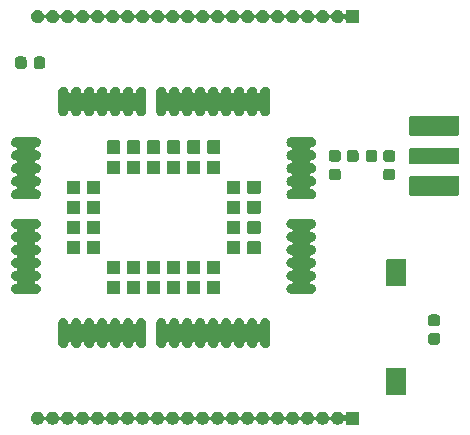
<source format=gbr>
G04 #@! TF.GenerationSoftware,KiCad,Pcbnew,5.99.0-unknown-df3fabf~86~ubuntu18.04.1*
G04 #@! TF.CreationDate,2019-10-25T19:04:56-04:00*
G04 #@! TF.ProjectId,bc95_bc35_module_board,62633935-5f62-4633-9335-5f6d6f64756c,rev?*
G04 #@! TF.SameCoordinates,Original*
G04 #@! TF.FileFunction,Soldermask,Top*
G04 #@! TF.FilePolarity,Negative*
%FSLAX46Y46*%
G04 Gerber Fmt 4.6, Leading zero omitted, Abs format (unit mm)*
G04 Created by KiCad (PCBNEW 5.99.0-unknown-df3fabf~86~ubuntu18.04.1) date 2019-10-25 19:04:56*
%MOMM*%
%LPD*%
G04 APERTURE LIST*
G04 APERTURE END LIST*
G36*
X161519899Y-116451959D02*
G01*
X161536769Y-116463231D01*
X161548041Y-116480101D01*
X161554448Y-116512312D01*
X161554448Y-117487688D01*
X161551999Y-117500000D01*
X161548041Y-117519899D01*
X161536769Y-117536769D01*
X161519899Y-117548041D01*
X161500000Y-117551999D01*
X161487688Y-117554448D01*
X160512312Y-117554448D01*
X160480101Y-117548041D01*
X160463231Y-117536769D01*
X160451959Y-117519899D01*
X160445552Y-117487688D01*
X160445552Y-117329367D01*
X160425709Y-117261787D01*
X160372479Y-117215664D01*
X160302764Y-117205640D01*
X160238696Y-117234899D01*
X160224798Y-117252374D01*
X160222889Y-117257676D01*
X160200073Y-117289781D01*
X160185779Y-117316777D01*
X160161608Y-117343906D01*
X160135438Y-117380731D01*
X160111601Y-117400034D01*
X160097063Y-117416351D01*
X160059967Y-117441846D01*
X160018116Y-117475736D01*
X159997971Y-117484453D01*
X159987151Y-117491890D01*
X159936956Y-117510858D01*
X159879568Y-117535692D01*
X159866497Y-117537482D01*
X159862402Y-117539030D01*
X159800634Y-117546504D01*
X159767815Y-117551000D01*
X159698568Y-117551000D01*
X159591657Y-117537494D01*
X159531208Y-117513926D01*
X159503781Y-117508096D01*
X159482648Y-117494993D01*
X159467708Y-117489168D01*
X159426172Y-117459976D01*
X159375478Y-117428544D01*
X159364569Y-117416680D01*
X159358598Y-117412484D01*
X159319558Y-117367731D01*
X159273293Y-117317419D01*
X159239505Y-117251107D01*
X159206534Y-117187226D01*
X159157906Y-117136275D01*
X159089451Y-117119702D01*
X159022903Y-117142770D01*
X158984988Y-117186066D01*
X158965247Y-117223349D01*
X158952889Y-117257676D01*
X158930072Y-117289782D01*
X158915779Y-117316777D01*
X158891608Y-117343906D01*
X158865438Y-117380731D01*
X158841601Y-117400034D01*
X158827063Y-117416351D01*
X158789967Y-117441846D01*
X158748116Y-117475736D01*
X158727971Y-117484453D01*
X158717151Y-117491890D01*
X158666956Y-117510858D01*
X158609568Y-117535692D01*
X158596497Y-117537482D01*
X158592402Y-117539030D01*
X158530634Y-117546504D01*
X158497815Y-117551000D01*
X158428568Y-117551000D01*
X158321657Y-117537494D01*
X158261208Y-117513926D01*
X158233781Y-117508096D01*
X158212648Y-117494993D01*
X158197708Y-117489168D01*
X158156172Y-117459976D01*
X158105478Y-117428544D01*
X158094569Y-117416680D01*
X158088598Y-117412484D01*
X158049558Y-117367731D01*
X158003293Y-117317419D01*
X157969505Y-117251107D01*
X157936534Y-117187226D01*
X157887906Y-117136275D01*
X157819451Y-117119702D01*
X157752903Y-117142770D01*
X157714988Y-117186066D01*
X157695247Y-117223349D01*
X157682889Y-117257676D01*
X157660072Y-117289782D01*
X157645779Y-117316777D01*
X157621608Y-117343906D01*
X157595438Y-117380731D01*
X157571601Y-117400034D01*
X157557063Y-117416351D01*
X157519967Y-117441846D01*
X157478116Y-117475736D01*
X157457971Y-117484453D01*
X157447151Y-117491890D01*
X157396956Y-117510858D01*
X157339568Y-117535692D01*
X157326497Y-117537482D01*
X157322402Y-117539030D01*
X157260634Y-117546504D01*
X157227815Y-117551000D01*
X157158568Y-117551000D01*
X157051657Y-117537494D01*
X156991208Y-117513926D01*
X156963781Y-117508096D01*
X156942648Y-117494993D01*
X156927708Y-117489168D01*
X156886172Y-117459976D01*
X156835478Y-117428544D01*
X156824569Y-117416680D01*
X156818598Y-117412484D01*
X156779558Y-117367731D01*
X156733293Y-117317419D01*
X156699505Y-117251107D01*
X156666534Y-117187226D01*
X156617906Y-117136275D01*
X156549451Y-117119702D01*
X156482903Y-117142770D01*
X156444988Y-117186066D01*
X156425247Y-117223349D01*
X156412889Y-117257676D01*
X156390072Y-117289782D01*
X156375779Y-117316777D01*
X156351608Y-117343906D01*
X156325438Y-117380731D01*
X156301601Y-117400034D01*
X156287063Y-117416351D01*
X156249967Y-117441846D01*
X156208116Y-117475736D01*
X156187971Y-117484453D01*
X156177151Y-117491890D01*
X156126956Y-117510858D01*
X156069568Y-117535692D01*
X156056497Y-117537482D01*
X156052402Y-117539030D01*
X155990634Y-117546504D01*
X155957815Y-117551000D01*
X155888568Y-117551000D01*
X155781657Y-117537494D01*
X155721208Y-117513926D01*
X155693781Y-117508096D01*
X155672648Y-117494993D01*
X155657708Y-117489168D01*
X155616172Y-117459976D01*
X155565478Y-117428544D01*
X155554569Y-117416680D01*
X155548598Y-117412484D01*
X155509558Y-117367731D01*
X155463293Y-117317419D01*
X155429505Y-117251107D01*
X155396534Y-117187226D01*
X155347906Y-117136275D01*
X155279451Y-117119702D01*
X155212903Y-117142770D01*
X155174988Y-117186066D01*
X155155247Y-117223349D01*
X155142889Y-117257676D01*
X155120072Y-117289782D01*
X155105779Y-117316777D01*
X155081608Y-117343906D01*
X155055438Y-117380731D01*
X155031601Y-117400034D01*
X155017063Y-117416351D01*
X154979967Y-117441846D01*
X154938116Y-117475736D01*
X154917971Y-117484453D01*
X154907151Y-117491890D01*
X154856956Y-117510858D01*
X154799568Y-117535692D01*
X154786497Y-117537482D01*
X154782402Y-117539030D01*
X154720634Y-117546504D01*
X154687815Y-117551000D01*
X154618568Y-117551000D01*
X154511657Y-117537494D01*
X154451208Y-117513926D01*
X154423781Y-117508096D01*
X154402648Y-117494993D01*
X154387708Y-117489168D01*
X154346172Y-117459976D01*
X154295478Y-117428544D01*
X154284569Y-117416680D01*
X154278598Y-117412484D01*
X154239558Y-117367731D01*
X154193293Y-117317419D01*
X154159505Y-117251107D01*
X154126534Y-117187226D01*
X154077906Y-117136275D01*
X154009451Y-117119702D01*
X153942903Y-117142770D01*
X153904988Y-117186066D01*
X153885247Y-117223349D01*
X153872889Y-117257676D01*
X153850072Y-117289782D01*
X153835779Y-117316777D01*
X153811608Y-117343906D01*
X153785438Y-117380731D01*
X153761601Y-117400034D01*
X153747063Y-117416351D01*
X153709967Y-117441846D01*
X153668116Y-117475736D01*
X153647971Y-117484453D01*
X153637151Y-117491890D01*
X153586956Y-117510858D01*
X153529568Y-117535692D01*
X153516497Y-117537482D01*
X153512402Y-117539030D01*
X153450634Y-117546504D01*
X153417815Y-117551000D01*
X153348568Y-117551000D01*
X153241657Y-117537494D01*
X153181208Y-117513926D01*
X153153781Y-117508096D01*
X153132648Y-117494993D01*
X153117708Y-117489168D01*
X153076172Y-117459976D01*
X153025478Y-117428544D01*
X153014569Y-117416680D01*
X153008598Y-117412484D01*
X152969558Y-117367731D01*
X152923293Y-117317419D01*
X152889505Y-117251107D01*
X152856534Y-117187226D01*
X152807906Y-117136275D01*
X152739451Y-117119702D01*
X152672903Y-117142770D01*
X152634988Y-117186066D01*
X152615247Y-117223349D01*
X152602889Y-117257676D01*
X152580072Y-117289782D01*
X152565779Y-117316777D01*
X152541608Y-117343906D01*
X152515438Y-117380731D01*
X152491601Y-117400034D01*
X152477063Y-117416351D01*
X152439967Y-117441846D01*
X152398116Y-117475736D01*
X152377971Y-117484453D01*
X152367151Y-117491890D01*
X152316956Y-117510858D01*
X152259568Y-117535692D01*
X152246497Y-117537482D01*
X152242402Y-117539030D01*
X152180634Y-117546504D01*
X152147815Y-117551000D01*
X152078568Y-117551000D01*
X151971657Y-117537494D01*
X151911208Y-117513926D01*
X151883781Y-117508096D01*
X151862648Y-117494993D01*
X151847708Y-117489168D01*
X151806172Y-117459976D01*
X151755478Y-117428544D01*
X151744569Y-117416680D01*
X151738598Y-117412484D01*
X151699558Y-117367731D01*
X151653293Y-117317419D01*
X151619505Y-117251107D01*
X151586534Y-117187226D01*
X151537906Y-117136275D01*
X151469451Y-117119702D01*
X151402903Y-117142770D01*
X151364988Y-117186066D01*
X151345247Y-117223349D01*
X151332889Y-117257676D01*
X151310072Y-117289782D01*
X151295779Y-117316777D01*
X151271608Y-117343906D01*
X151245438Y-117380731D01*
X151221601Y-117400034D01*
X151207063Y-117416351D01*
X151169967Y-117441846D01*
X151128116Y-117475736D01*
X151107971Y-117484453D01*
X151097151Y-117491890D01*
X151046956Y-117510858D01*
X150989568Y-117535692D01*
X150976497Y-117537482D01*
X150972402Y-117539030D01*
X150910634Y-117546504D01*
X150877815Y-117551000D01*
X150808568Y-117551000D01*
X150701657Y-117537494D01*
X150641208Y-117513926D01*
X150613781Y-117508096D01*
X150592648Y-117494993D01*
X150577708Y-117489168D01*
X150536172Y-117459976D01*
X150485478Y-117428544D01*
X150474569Y-117416680D01*
X150468598Y-117412484D01*
X150429558Y-117367731D01*
X150383293Y-117317419D01*
X150349505Y-117251107D01*
X150316534Y-117187226D01*
X150267906Y-117136275D01*
X150199451Y-117119702D01*
X150132903Y-117142770D01*
X150094988Y-117186066D01*
X150075247Y-117223349D01*
X150062889Y-117257676D01*
X150040072Y-117289782D01*
X150025779Y-117316777D01*
X150001608Y-117343906D01*
X149975438Y-117380731D01*
X149951601Y-117400034D01*
X149937063Y-117416351D01*
X149899967Y-117441846D01*
X149858116Y-117475736D01*
X149837971Y-117484453D01*
X149827151Y-117491890D01*
X149776956Y-117510858D01*
X149719568Y-117535692D01*
X149706497Y-117537482D01*
X149702402Y-117539030D01*
X149640634Y-117546504D01*
X149607815Y-117551000D01*
X149538568Y-117551000D01*
X149431657Y-117537494D01*
X149371208Y-117513926D01*
X149343781Y-117508096D01*
X149322648Y-117494993D01*
X149307708Y-117489168D01*
X149266172Y-117459976D01*
X149215478Y-117428544D01*
X149204569Y-117416680D01*
X149198598Y-117412484D01*
X149159558Y-117367731D01*
X149113293Y-117317419D01*
X149079505Y-117251107D01*
X149046534Y-117187226D01*
X148997906Y-117136275D01*
X148929451Y-117119702D01*
X148862903Y-117142770D01*
X148824988Y-117186066D01*
X148805247Y-117223349D01*
X148792889Y-117257676D01*
X148770072Y-117289782D01*
X148755779Y-117316777D01*
X148731608Y-117343906D01*
X148705438Y-117380731D01*
X148681601Y-117400034D01*
X148667063Y-117416351D01*
X148629967Y-117441846D01*
X148588116Y-117475736D01*
X148567971Y-117484453D01*
X148557151Y-117491890D01*
X148506956Y-117510858D01*
X148449568Y-117535692D01*
X148436497Y-117537482D01*
X148432402Y-117539030D01*
X148370634Y-117546504D01*
X148337815Y-117551000D01*
X148268568Y-117551000D01*
X148161657Y-117537494D01*
X148101208Y-117513926D01*
X148073781Y-117508096D01*
X148052648Y-117494993D01*
X148037708Y-117489168D01*
X147996172Y-117459976D01*
X147945478Y-117428544D01*
X147934569Y-117416680D01*
X147928598Y-117412484D01*
X147889558Y-117367731D01*
X147843293Y-117317419D01*
X147809505Y-117251107D01*
X147776534Y-117187226D01*
X147727906Y-117136275D01*
X147659451Y-117119702D01*
X147592903Y-117142770D01*
X147554988Y-117186066D01*
X147535247Y-117223349D01*
X147522889Y-117257676D01*
X147500072Y-117289782D01*
X147485779Y-117316777D01*
X147461608Y-117343906D01*
X147435438Y-117380731D01*
X147411601Y-117400034D01*
X147397063Y-117416351D01*
X147359967Y-117441846D01*
X147318116Y-117475736D01*
X147297971Y-117484453D01*
X147287151Y-117491890D01*
X147236956Y-117510858D01*
X147179568Y-117535692D01*
X147166497Y-117537482D01*
X147162402Y-117539030D01*
X147100634Y-117546504D01*
X147067815Y-117551000D01*
X146998568Y-117551000D01*
X146891657Y-117537494D01*
X146831208Y-117513926D01*
X146803781Y-117508096D01*
X146782648Y-117494993D01*
X146767708Y-117489168D01*
X146726172Y-117459976D01*
X146675478Y-117428544D01*
X146664569Y-117416680D01*
X146658598Y-117412484D01*
X146619558Y-117367731D01*
X146573293Y-117317419D01*
X146539505Y-117251107D01*
X146506534Y-117187226D01*
X146457906Y-117136275D01*
X146389451Y-117119702D01*
X146322903Y-117142770D01*
X146284988Y-117186066D01*
X146265247Y-117223349D01*
X146252889Y-117257676D01*
X146230072Y-117289782D01*
X146215779Y-117316777D01*
X146191608Y-117343906D01*
X146165438Y-117380731D01*
X146141601Y-117400034D01*
X146127063Y-117416351D01*
X146089967Y-117441846D01*
X146048116Y-117475736D01*
X146027971Y-117484453D01*
X146017151Y-117491890D01*
X145966956Y-117510858D01*
X145909568Y-117535692D01*
X145896497Y-117537482D01*
X145892402Y-117539030D01*
X145830634Y-117546504D01*
X145797815Y-117551000D01*
X145728568Y-117551000D01*
X145621657Y-117537494D01*
X145561208Y-117513926D01*
X145533781Y-117508096D01*
X145512648Y-117494993D01*
X145497708Y-117489168D01*
X145456172Y-117459976D01*
X145405478Y-117428544D01*
X145394569Y-117416680D01*
X145388598Y-117412484D01*
X145349558Y-117367731D01*
X145303293Y-117317419D01*
X145269505Y-117251107D01*
X145236534Y-117187226D01*
X145187906Y-117136275D01*
X145119451Y-117119702D01*
X145052903Y-117142770D01*
X145014988Y-117186066D01*
X144995247Y-117223349D01*
X144982889Y-117257676D01*
X144960072Y-117289782D01*
X144945779Y-117316777D01*
X144921608Y-117343906D01*
X144895438Y-117380731D01*
X144871601Y-117400034D01*
X144857063Y-117416351D01*
X144819967Y-117441846D01*
X144778116Y-117475736D01*
X144757971Y-117484453D01*
X144747151Y-117491890D01*
X144696956Y-117510858D01*
X144639568Y-117535692D01*
X144626497Y-117537482D01*
X144622402Y-117539030D01*
X144560634Y-117546504D01*
X144527815Y-117551000D01*
X144458568Y-117551000D01*
X144351657Y-117537494D01*
X144291208Y-117513926D01*
X144263781Y-117508096D01*
X144242648Y-117494993D01*
X144227708Y-117489168D01*
X144186172Y-117459976D01*
X144135478Y-117428544D01*
X144124569Y-117416680D01*
X144118598Y-117412484D01*
X144079558Y-117367731D01*
X144033293Y-117317419D01*
X143999505Y-117251107D01*
X143966534Y-117187226D01*
X143917906Y-117136275D01*
X143849451Y-117119702D01*
X143782903Y-117142770D01*
X143744988Y-117186066D01*
X143725247Y-117223349D01*
X143712889Y-117257676D01*
X143690072Y-117289782D01*
X143675779Y-117316777D01*
X143651608Y-117343906D01*
X143625438Y-117380731D01*
X143601601Y-117400034D01*
X143587063Y-117416351D01*
X143549967Y-117441846D01*
X143508116Y-117475736D01*
X143487971Y-117484453D01*
X143477151Y-117491890D01*
X143426956Y-117510858D01*
X143369568Y-117535692D01*
X143356497Y-117537482D01*
X143352402Y-117539030D01*
X143290634Y-117546504D01*
X143257815Y-117551000D01*
X143188568Y-117551000D01*
X143081657Y-117537494D01*
X143021208Y-117513926D01*
X142993781Y-117508096D01*
X142972648Y-117494993D01*
X142957708Y-117489168D01*
X142916172Y-117459976D01*
X142865478Y-117428544D01*
X142854569Y-117416680D01*
X142848598Y-117412484D01*
X142809558Y-117367731D01*
X142763293Y-117317419D01*
X142729505Y-117251107D01*
X142696534Y-117187226D01*
X142647906Y-117136275D01*
X142579451Y-117119702D01*
X142512903Y-117142770D01*
X142474988Y-117186066D01*
X142455247Y-117223349D01*
X142442889Y-117257676D01*
X142420072Y-117289782D01*
X142405779Y-117316777D01*
X142381608Y-117343906D01*
X142355438Y-117380731D01*
X142331601Y-117400034D01*
X142317063Y-117416351D01*
X142279967Y-117441846D01*
X142238116Y-117475736D01*
X142217971Y-117484453D01*
X142207151Y-117491890D01*
X142156956Y-117510858D01*
X142099568Y-117535692D01*
X142086497Y-117537482D01*
X142082402Y-117539030D01*
X142020634Y-117546504D01*
X141987815Y-117551000D01*
X141918568Y-117551000D01*
X141811657Y-117537494D01*
X141751208Y-117513926D01*
X141723781Y-117508096D01*
X141702648Y-117494993D01*
X141687708Y-117489168D01*
X141646172Y-117459976D01*
X141595478Y-117428544D01*
X141584569Y-117416680D01*
X141578598Y-117412484D01*
X141539558Y-117367731D01*
X141493293Y-117317419D01*
X141459505Y-117251107D01*
X141426534Y-117187226D01*
X141377906Y-117136275D01*
X141309451Y-117119702D01*
X141242903Y-117142770D01*
X141204988Y-117186066D01*
X141185247Y-117223349D01*
X141172889Y-117257676D01*
X141150072Y-117289782D01*
X141135779Y-117316777D01*
X141111608Y-117343906D01*
X141085438Y-117380731D01*
X141061601Y-117400034D01*
X141047063Y-117416351D01*
X141009967Y-117441846D01*
X140968116Y-117475736D01*
X140947971Y-117484453D01*
X140937151Y-117491890D01*
X140886956Y-117510858D01*
X140829568Y-117535692D01*
X140816497Y-117537482D01*
X140812402Y-117539030D01*
X140750634Y-117546504D01*
X140717815Y-117551000D01*
X140648568Y-117551000D01*
X140541657Y-117537494D01*
X140481208Y-117513926D01*
X140453781Y-117508096D01*
X140432648Y-117494993D01*
X140417708Y-117489168D01*
X140376172Y-117459976D01*
X140325478Y-117428544D01*
X140314569Y-117416680D01*
X140308598Y-117412484D01*
X140269558Y-117367731D01*
X140223293Y-117317419D01*
X140189505Y-117251107D01*
X140156534Y-117187226D01*
X140107906Y-117136275D01*
X140039451Y-117119702D01*
X139972903Y-117142770D01*
X139934988Y-117186066D01*
X139915247Y-117223349D01*
X139902889Y-117257676D01*
X139880072Y-117289782D01*
X139865779Y-117316777D01*
X139841608Y-117343906D01*
X139815438Y-117380731D01*
X139791601Y-117400034D01*
X139777063Y-117416351D01*
X139739967Y-117441846D01*
X139698116Y-117475736D01*
X139677971Y-117484453D01*
X139667151Y-117491890D01*
X139616956Y-117510858D01*
X139559568Y-117535692D01*
X139546497Y-117537482D01*
X139542402Y-117539030D01*
X139480634Y-117546504D01*
X139447815Y-117551000D01*
X139378568Y-117551000D01*
X139271657Y-117537494D01*
X139211208Y-117513926D01*
X139183781Y-117508096D01*
X139162648Y-117494993D01*
X139147708Y-117489168D01*
X139106172Y-117459976D01*
X139055478Y-117428544D01*
X139044569Y-117416680D01*
X139038598Y-117412484D01*
X138999558Y-117367731D01*
X138953293Y-117317419D01*
X138919505Y-117251107D01*
X138886534Y-117187226D01*
X138837906Y-117136275D01*
X138769451Y-117119702D01*
X138702903Y-117142770D01*
X138664988Y-117186066D01*
X138645247Y-117223349D01*
X138632889Y-117257676D01*
X138610072Y-117289782D01*
X138595779Y-117316777D01*
X138571608Y-117343906D01*
X138545438Y-117380731D01*
X138521601Y-117400034D01*
X138507063Y-117416351D01*
X138469967Y-117441846D01*
X138428116Y-117475736D01*
X138407971Y-117484453D01*
X138397151Y-117491890D01*
X138346956Y-117510858D01*
X138289568Y-117535692D01*
X138276497Y-117537482D01*
X138272402Y-117539030D01*
X138210634Y-117546504D01*
X138177815Y-117551000D01*
X138108568Y-117551000D01*
X138001657Y-117537494D01*
X137941208Y-117513926D01*
X137913781Y-117508096D01*
X137892648Y-117494993D01*
X137877708Y-117489168D01*
X137836172Y-117459976D01*
X137785478Y-117428544D01*
X137774569Y-117416680D01*
X137768598Y-117412484D01*
X137729558Y-117367731D01*
X137683293Y-117317419D01*
X137649505Y-117251107D01*
X137616534Y-117187226D01*
X137567906Y-117136275D01*
X137499451Y-117119702D01*
X137432903Y-117142770D01*
X137394988Y-117186066D01*
X137375247Y-117223349D01*
X137362889Y-117257676D01*
X137340072Y-117289782D01*
X137325779Y-117316777D01*
X137301608Y-117343906D01*
X137275438Y-117380731D01*
X137251601Y-117400034D01*
X137237063Y-117416351D01*
X137199967Y-117441846D01*
X137158116Y-117475736D01*
X137137971Y-117484453D01*
X137127151Y-117491890D01*
X137076956Y-117510858D01*
X137019568Y-117535692D01*
X137006497Y-117537482D01*
X137002402Y-117539030D01*
X136940634Y-117546504D01*
X136907815Y-117551000D01*
X136838568Y-117551000D01*
X136731657Y-117537494D01*
X136671208Y-117513926D01*
X136643781Y-117508096D01*
X136622648Y-117494993D01*
X136607708Y-117489168D01*
X136566172Y-117459976D01*
X136515478Y-117428544D01*
X136504569Y-117416680D01*
X136498598Y-117412484D01*
X136459558Y-117367731D01*
X136413293Y-117317419D01*
X136379505Y-117251107D01*
X136346534Y-117187226D01*
X136297906Y-117136275D01*
X136229451Y-117119702D01*
X136162903Y-117142770D01*
X136124988Y-117186066D01*
X136105247Y-117223349D01*
X136092889Y-117257676D01*
X136070072Y-117289782D01*
X136055779Y-117316777D01*
X136031608Y-117343906D01*
X136005438Y-117380731D01*
X135981601Y-117400034D01*
X135967063Y-117416351D01*
X135929967Y-117441846D01*
X135888116Y-117475736D01*
X135867971Y-117484453D01*
X135857151Y-117491890D01*
X135806956Y-117510858D01*
X135749568Y-117535692D01*
X135736497Y-117537482D01*
X135732402Y-117539030D01*
X135670634Y-117546504D01*
X135637815Y-117551000D01*
X135568568Y-117551000D01*
X135461657Y-117537494D01*
X135401208Y-117513926D01*
X135373781Y-117508096D01*
X135352648Y-117494993D01*
X135337708Y-117489168D01*
X135296172Y-117459976D01*
X135245478Y-117428544D01*
X135234569Y-117416680D01*
X135228598Y-117412484D01*
X135189558Y-117367731D01*
X135143293Y-117317419D01*
X135109505Y-117251107D01*
X135076534Y-117187226D01*
X135027906Y-117136275D01*
X134959451Y-117119702D01*
X134892903Y-117142770D01*
X134854988Y-117186066D01*
X134835247Y-117223349D01*
X134822889Y-117257676D01*
X134800072Y-117289782D01*
X134785779Y-117316777D01*
X134761608Y-117343906D01*
X134735438Y-117380731D01*
X134711601Y-117400034D01*
X134697063Y-117416351D01*
X134659967Y-117441846D01*
X134618116Y-117475736D01*
X134597971Y-117484453D01*
X134587151Y-117491890D01*
X134536956Y-117510858D01*
X134479568Y-117535692D01*
X134466497Y-117537482D01*
X134462402Y-117539030D01*
X134400634Y-117546504D01*
X134367815Y-117551000D01*
X134298568Y-117551000D01*
X134191657Y-117537494D01*
X134131208Y-117513926D01*
X134103781Y-117508096D01*
X134082648Y-117494993D01*
X134067708Y-117489168D01*
X134026172Y-117459976D01*
X133975478Y-117428544D01*
X133964569Y-117416680D01*
X133958598Y-117412484D01*
X133919558Y-117367731D01*
X133873293Y-117317419D01*
X133839500Y-117251097D01*
X133809760Y-117193476D01*
X133809420Y-117192061D01*
X133804757Y-117182909D01*
X133791822Y-117118760D01*
X133778626Y-117063796D01*
X133778680Y-117053583D01*
X133774917Y-117034923D01*
X133779074Y-116978318D01*
X133779325Y-116930434D01*
X133783940Y-116912060D01*
X133785974Y-116884364D01*
X133802256Y-116839139D01*
X133811813Y-116801089D01*
X133824753Y-116776650D01*
X133837111Y-116742324D01*
X133859928Y-116710218D01*
X133874221Y-116683223D01*
X133898392Y-116656094D01*
X133924562Y-116619269D01*
X133948399Y-116599966D01*
X133962937Y-116583649D01*
X134000033Y-116558154D01*
X134041884Y-116524264D01*
X134062029Y-116515547D01*
X134072849Y-116508110D01*
X134123044Y-116489142D01*
X134180432Y-116464308D01*
X134193503Y-116462518D01*
X134197598Y-116460970D01*
X134259366Y-116453496D01*
X134292185Y-116449000D01*
X134361432Y-116449000D01*
X134468343Y-116462506D01*
X134528792Y-116486074D01*
X134556219Y-116491904D01*
X134577352Y-116505007D01*
X134592292Y-116510832D01*
X134633828Y-116540024D01*
X134684522Y-116571456D01*
X134695431Y-116583320D01*
X134701402Y-116587516D01*
X134740442Y-116632269D01*
X134786707Y-116682581D01*
X134820495Y-116748893D01*
X134853466Y-116812774D01*
X134902094Y-116863725D01*
X134970549Y-116880298D01*
X135037097Y-116857230D01*
X135075012Y-116813934D01*
X135094753Y-116776651D01*
X135107111Y-116742324D01*
X135129928Y-116710218D01*
X135144221Y-116683223D01*
X135168392Y-116656094D01*
X135194562Y-116619269D01*
X135218399Y-116599966D01*
X135232937Y-116583649D01*
X135270033Y-116558154D01*
X135311884Y-116524264D01*
X135332029Y-116515547D01*
X135342849Y-116508110D01*
X135393044Y-116489142D01*
X135450432Y-116464308D01*
X135463503Y-116462518D01*
X135467598Y-116460970D01*
X135529366Y-116453496D01*
X135562185Y-116449000D01*
X135631432Y-116449000D01*
X135738343Y-116462506D01*
X135798792Y-116486074D01*
X135826219Y-116491904D01*
X135847352Y-116505007D01*
X135862292Y-116510832D01*
X135903828Y-116540024D01*
X135954522Y-116571456D01*
X135965431Y-116583320D01*
X135971402Y-116587516D01*
X136010442Y-116632269D01*
X136056707Y-116682581D01*
X136090495Y-116748893D01*
X136123466Y-116812774D01*
X136172094Y-116863725D01*
X136240549Y-116880298D01*
X136307097Y-116857230D01*
X136345012Y-116813934D01*
X136364753Y-116776651D01*
X136377111Y-116742324D01*
X136399928Y-116710218D01*
X136414221Y-116683223D01*
X136438392Y-116656094D01*
X136464562Y-116619269D01*
X136488399Y-116599966D01*
X136502937Y-116583649D01*
X136540033Y-116558154D01*
X136581884Y-116524264D01*
X136602029Y-116515547D01*
X136612849Y-116508110D01*
X136663044Y-116489142D01*
X136720432Y-116464308D01*
X136733503Y-116462518D01*
X136737598Y-116460970D01*
X136799366Y-116453496D01*
X136832185Y-116449000D01*
X136901432Y-116449000D01*
X137008343Y-116462506D01*
X137068792Y-116486074D01*
X137096219Y-116491904D01*
X137117352Y-116505007D01*
X137132292Y-116510832D01*
X137173828Y-116540024D01*
X137224522Y-116571456D01*
X137235431Y-116583320D01*
X137241402Y-116587516D01*
X137280442Y-116632269D01*
X137326707Y-116682581D01*
X137360495Y-116748893D01*
X137393466Y-116812774D01*
X137442094Y-116863725D01*
X137510549Y-116880298D01*
X137577097Y-116857230D01*
X137615012Y-116813934D01*
X137634753Y-116776651D01*
X137647111Y-116742324D01*
X137669928Y-116710218D01*
X137684221Y-116683223D01*
X137708392Y-116656094D01*
X137734562Y-116619269D01*
X137758399Y-116599966D01*
X137772937Y-116583649D01*
X137810033Y-116558154D01*
X137851884Y-116524264D01*
X137872029Y-116515547D01*
X137882849Y-116508110D01*
X137933044Y-116489142D01*
X137990432Y-116464308D01*
X138003503Y-116462518D01*
X138007598Y-116460970D01*
X138069366Y-116453496D01*
X138102185Y-116449000D01*
X138171432Y-116449000D01*
X138278343Y-116462506D01*
X138338792Y-116486074D01*
X138366219Y-116491904D01*
X138387352Y-116505007D01*
X138402292Y-116510832D01*
X138443828Y-116540024D01*
X138494522Y-116571456D01*
X138505431Y-116583320D01*
X138511402Y-116587516D01*
X138550442Y-116632269D01*
X138596707Y-116682581D01*
X138630495Y-116748893D01*
X138663466Y-116812774D01*
X138712094Y-116863725D01*
X138780549Y-116880298D01*
X138847097Y-116857230D01*
X138885012Y-116813934D01*
X138904753Y-116776651D01*
X138917111Y-116742324D01*
X138939928Y-116710218D01*
X138954221Y-116683223D01*
X138978392Y-116656094D01*
X139004562Y-116619269D01*
X139028399Y-116599966D01*
X139042937Y-116583649D01*
X139080033Y-116558154D01*
X139121884Y-116524264D01*
X139142029Y-116515547D01*
X139152849Y-116508110D01*
X139203044Y-116489142D01*
X139260432Y-116464308D01*
X139273503Y-116462518D01*
X139277598Y-116460970D01*
X139339366Y-116453496D01*
X139372185Y-116449000D01*
X139441432Y-116449000D01*
X139548343Y-116462506D01*
X139608792Y-116486074D01*
X139636219Y-116491904D01*
X139657352Y-116505007D01*
X139672292Y-116510832D01*
X139713828Y-116540024D01*
X139764522Y-116571456D01*
X139775431Y-116583320D01*
X139781402Y-116587516D01*
X139820442Y-116632269D01*
X139866707Y-116682581D01*
X139900495Y-116748893D01*
X139933466Y-116812774D01*
X139982094Y-116863725D01*
X140050549Y-116880298D01*
X140117097Y-116857230D01*
X140155012Y-116813934D01*
X140174753Y-116776651D01*
X140187111Y-116742324D01*
X140209928Y-116710218D01*
X140224221Y-116683223D01*
X140248392Y-116656094D01*
X140274562Y-116619269D01*
X140298399Y-116599966D01*
X140312937Y-116583649D01*
X140350033Y-116558154D01*
X140391884Y-116524264D01*
X140412029Y-116515547D01*
X140422849Y-116508110D01*
X140473044Y-116489142D01*
X140530432Y-116464308D01*
X140543503Y-116462518D01*
X140547598Y-116460970D01*
X140609366Y-116453496D01*
X140642185Y-116449000D01*
X140711432Y-116449000D01*
X140818343Y-116462506D01*
X140878792Y-116486074D01*
X140906219Y-116491904D01*
X140927352Y-116505007D01*
X140942292Y-116510832D01*
X140983828Y-116540024D01*
X141034522Y-116571456D01*
X141045431Y-116583320D01*
X141051402Y-116587516D01*
X141090442Y-116632269D01*
X141136707Y-116682581D01*
X141170495Y-116748893D01*
X141203466Y-116812774D01*
X141252094Y-116863725D01*
X141320549Y-116880298D01*
X141387097Y-116857230D01*
X141425012Y-116813934D01*
X141444753Y-116776651D01*
X141457111Y-116742324D01*
X141479928Y-116710218D01*
X141494221Y-116683223D01*
X141518392Y-116656094D01*
X141544562Y-116619269D01*
X141568399Y-116599966D01*
X141582937Y-116583649D01*
X141620033Y-116558154D01*
X141661884Y-116524264D01*
X141682029Y-116515547D01*
X141692849Y-116508110D01*
X141743044Y-116489142D01*
X141800432Y-116464308D01*
X141813503Y-116462518D01*
X141817598Y-116460970D01*
X141879366Y-116453496D01*
X141912185Y-116449000D01*
X141981432Y-116449000D01*
X142088343Y-116462506D01*
X142148792Y-116486074D01*
X142176219Y-116491904D01*
X142197352Y-116505007D01*
X142212292Y-116510832D01*
X142253828Y-116540024D01*
X142304522Y-116571456D01*
X142315431Y-116583320D01*
X142321402Y-116587516D01*
X142360442Y-116632269D01*
X142406707Y-116682581D01*
X142440495Y-116748893D01*
X142473466Y-116812774D01*
X142522094Y-116863725D01*
X142590549Y-116880298D01*
X142657097Y-116857230D01*
X142695012Y-116813934D01*
X142714753Y-116776651D01*
X142727111Y-116742324D01*
X142749928Y-116710218D01*
X142764221Y-116683223D01*
X142788392Y-116656094D01*
X142814562Y-116619269D01*
X142838399Y-116599966D01*
X142852937Y-116583649D01*
X142890033Y-116558154D01*
X142931884Y-116524264D01*
X142952029Y-116515547D01*
X142962849Y-116508110D01*
X143013044Y-116489142D01*
X143070432Y-116464308D01*
X143083503Y-116462518D01*
X143087598Y-116460970D01*
X143149366Y-116453496D01*
X143182185Y-116449000D01*
X143251432Y-116449000D01*
X143358343Y-116462506D01*
X143418792Y-116486074D01*
X143446219Y-116491904D01*
X143467352Y-116505007D01*
X143482292Y-116510832D01*
X143523828Y-116540024D01*
X143574522Y-116571456D01*
X143585431Y-116583320D01*
X143591402Y-116587516D01*
X143630442Y-116632269D01*
X143676707Y-116682581D01*
X143710495Y-116748893D01*
X143743466Y-116812774D01*
X143792094Y-116863725D01*
X143860549Y-116880298D01*
X143927097Y-116857230D01*
X143965012Y-116813934D01*
X143984753Y-116776651D01*
X143997111Y-116742324D01*
X144019928Y-116710218D01*
X144034221Y-116683223D01*
X144058392Y-116656094D01*
X144084562Y-116619269D01*
X144108399Y-116599966D01*
X144122937Y-116583649D01*
X144160033Y-116558154D01*
X144201884Y-116524264D01*
X144222029Y-116515547D01*
X144232849Y-116508110D01*
X144283044Y-116489142D01*
X144340432Y-116464308D01*
X144353503Y-116462518D01*
X144357598Y-116460970D01*
X144419366Y-116453496D01*
X144452185Y-116449000D01*
X144521432Y-116449000D01*
X144628343Y-116462506D01*
X144688792Y-116486074D01*
X144716219Y-116491904D01*
X144737352Y-116505007D01*
X144752292Y-116510832D01*
X144793828Y-116540024D01*
X144844522Y-116571456D01*
X144855431Y-116583320D01*
X144861402Y-116587516D01*
X144900442Y-116632269D01*
X144946707Y-116682581D01*
X144980495Y-116748893D01*
X145013466Y-116812774D01*
X145062094Y-116863725D01*
X145130549Y-116880298D01*
X145197097Y-116857230D01*
X145235012Y-116813934D01*
X145254753Y-116776651D01*
X145267111Y-116742324D01*
X145289928Y-116710218D01*
X145304221Y-116683223D01*
X145328392Y-116656094D01*
X145354562Y-116619269D01*
X145378399Y-116599966D01*
X145392937Y-116583649D01*
X145430033Y-116558154D01*
X145471884Y-116524264D01*
X145492029Y-116515547D01*
X145502849Y-116508110D01*
X145553044Y-116489142D01*
X145610432Y-116464308D01*
X145623503Y-116462518D01*
X145627598Y-116460970D01*
X145689366Y-116453496D01*
X145722185Y-116449000D01*
X145791432Y-116449000D01*
X145898343Y-116462506D01*
X145958792Y-116486074D01*
X145986219Y-116491904D01*
X146007352Y-116505007D01*
X146022292Y-116510832D01*
X146063828Y-116540024D01*
X146114522Y-116571456D01*
X146125431Y-116583320D01*
X146131402Y-116587516D01*
X146170442Y-116632269D01*
X146216707Y-116682581D01*
X146250495Y-116748893D01*
X146283466Y-116812774D01*
X146332094Y-116863725D01*
X146400549Y-116880298D01*
X146467097Y-116857230D01*
X146505012Y-116813934D01*
X146524753Y-116776651D01*
X146537111Y-116742324D01*
X146559928Y-116710218D01*
X146574221Y-116683223D01*
X146598392Y-116656094D01*
X146624562Y-116619269D01*
X146648399Y-116599966D01*
X146662937Y-116583649D01*
X146700033Y-116558154D01*
X146741884Y-116524264D01*
X146762029Y-116515547D01*
X146772849Y-116508110D01*
X146823044Y-116489142D01*
X146880432Y-116464308D01*
X146893503Y-116462518D01*
X146897598Y-116460970D01*
X146959366Y-116453496D01*
X146992185Y-116449000D01*
X147061432Y-116449000D01*
X147168343Y-116462506D01*
X147228792Y-116486074D01*
X147256219Y-116491904D01*
X147277352Y-116505007D01*
X147292292Y-116510832D01*
X147333828Y-116540024D01*
X147384522Y-116571456D01*
X147395431Y-116583320D01*
X147401402Y-116587516D01*
X147440442Y-116632269D01*
X147486707Y-116682581D01*
X147520495Y-116748893D01*
X147553466Y-116812774D01*
X147602094Y-116863725D01*
X147670549Y-116880298D01*
X147737097Y-116857230D01*
X147775012Y-116813934D01*
X147794753Y-116776651D01*
X147807111Y-116742324D01*
X147829928Y-116710218D01*
X147844221Y-116683223D01*
X147868392Y-116656094D01*
X147894562Y-116619269D01*
X147918399Y-116599966D01*
X147932937Y-116583649D01*
X147970033Y-116558154D01*
X148011884Y-116524264D01*
X148032029Y-116515547D01*
X148042849Y-116508110D01*
X148093044Y-116489142D01*
X148150432Y-116464308D01*
X148163503Y-116462518D01*
X148167598Y-116460970D01*
X148229366Y-116453496D01*
X148262185Y-116449000D01*
X148331432Y-116449000D01*
X148438343Y-116462506D01*
X148498792Y-116486074D01*
X148526219Y-116491904D01*
X148547352Y-116505007D01*
X148562292Y-116510832D01*
X148603828Y-116540024D01*
X148654522Y-116571456D01*
X148665431Y-116583320D01*
X148671402Y-116587516D01*
X148710442Y-116632269D01*
X148756707Y-116682581D01*
X148790495Y-116748893D01*
X148823466Y-116812774D01*
X148872094Y-116863725D01*
X148940549Y-116880298D01*
X149007097Y-116857230D01*
X149045012Y-116813934D01*
X149064753Y-116776651D01*
X149077111Y-116742324D01*
X149099928Y-116710218D01*
X149114221Y-116683223D01*
X149138392Y-116656094D01*
X149164562Y-116619269D01*
X149188399Y-116599966D01*
X149202937Y-116583649D01*
X149240033Y-116558154D01*
X149281884Y-116524264D01*
X149302029Y-116515547D01*
X149312849Y-116508110D01*
X149363044Y-116489142D01*
X149420432Y-116464308D01*
X149433503Y-116462518D01*
X149437598Y-116460970D01*
X149499366Y-116453496D01*
X149532185Y-116449000D01*
X149601432Y-116449000D01*
X149708343Y-116462506D01*
X149768792Y-116486074D01*
X149796219Y-116491904D01*
X149817352Y-116505007D01*
X149832292Y-116510832D01*
X149873828Y-116540024D01*
X149924522Y-116571456D01*
X149935431Y-116583320D01*
X149941402Y-116587516D01*
X149980442Y-116632269D01*
X150026707Y-116682581D01*
X150060495Y-116748893D01*
X150093466Y-116812774D01*
X150142094Y-116863725D01*
X150210549Y-116880298D01*
X150277097Y-116857230D01*
X150315012Y-116813934D01*
X150334753Y-116776651D01*
X150347111Y-116742324D01*
X150369928Y-116710218D01*
X150384221Y-116683223D01*
X150408392Y-116656094D01*
X150434562Y-116619269D01*
X150458399Y-116599966D01*
X150472937Y-116583649D01*
X150510033Y-116558154D01*
X150551884Y-116524264D01*
X150572029Y-116515547D01*
X150582849Y-116508110D01*
X150633044Y-116489142D01*
X150690432Y-116464308D01*
X150703503Y-116462518D01*
X150707598Y-116460970D01*
X150769366Y-116453496D01*
X150802185Y-116449000D01*
X150871432Y-116449000D01*
X150978343Y-116462506D01*
X151038792Y-116486074D01*
X151066219Y-116491904D01*
X151087352Y-116505007D01*
X151102292Y-116510832D01*
X151143828Y-116540024D01*
X151194522Y-116571456D01*
X151205431Y-116583320D01*
X151211402Y-116587516D01*
X151250442Y-116632269D01*
X151296707Y-116682581D01*
X151330495Y-116748893D01*
X151363466Y-116812774D01*
X151412094Y-116863725D01*
X151480549Y-116880298D01*
X151547097Y-116857230D01*
X151585012Y-116813934D01*
X151604753Y-116776651D01*
X151617111Y-116742324D01*
X151639928Y-116710218D01*
X151654221Y-116683223D01*
X151678392Y-116656094D01*
X151704562Y-116619269D01*
X151728399Y-116599966D01*
X151742937Y-116583649D01*
X151780033Y-116558154D01*
X151821884Y-116524264D01*
X151842029Y-116515547D01*
X151852849Y-116508110D01*
X151903044Y-116489142D01*
X151960432Y-116464308D01*
X151973503Y-116462518D01*
X151977598Y-116460970D01*
X152039366Y-116453496D01*
X152072185Y-116449000D01*
X152141432Y-116449000D01*
X152248343Y-116462506D01*
X152308792Y-116486074D01*
X152336219Y-116491904D01*
X152357352Y-116505007D01*
X152372292Y-116510832D01*
X152413828Y-116540024D01*
X152464522Y-116571456D01*
X152475431Y-116583320D01*
X152481402Y-116587516D01*
X152520442Y-116632269D01*
X152566707Y-116682581D01*
X152600495Y-116748893D01*
X152633466Y-116812774D01*
X152682094Y-116863725D01*
X152750549Y-116880298D01*
X152817097Y-116857230D01*
X152855012Y-116813934D01*
X152874753Y-116776651D01*
X152887111Y-116742324D01*
X152909928Y-116710218D01*
X152924221Y-116683223D01*
X152948392Y-116656094D01*
X152974562Y-116619269D01*
X152998399Y-116599966D01*
X153012937Y-116583649D01*
X153050033Y-116558154D01*
X153091884Y-116524264D01*
X153112029Y-116515547D01*
X153122849Y-116508110D01*
X153173044Y-116489142D01*
X153230432Y-116464308D01*
X153243503Y-116462518D01*
X153247598Y-116460970D01*
X153309366Y-116453496D01*
X153342185Y-116449000D01*
X153411432Y-116449000D01*
X153518343Y-116462506D01*
X153578792Y-116486074D01*
X153606219Y-116491904D01*
X153627352Y-116505007D01*
X153642292Y-116510832D01*
X153683828Y-116540024D01*
X153734522Y-116571456D01*
X153745431Y-116583320D01*
X153751402Y-116587516D01*
X153790442Y-116632269D01*
X153836707Y-116682581D01*
X153870495Y-116748893D01*
X153903466Y-116812774D01*
X153952094Y-116863725D01*
X154020549Y-116880298D01*
X154087097Y-116857230D01*
X154125012Y-116813934D01*
X154144753Y-116776651D01*
X154157111Y-116742324D01*
X154179928Y-116710218D01*
X154194221Y-116683223D01*
X154218392Y-116656094D01*
X154244562Y-116619269D01*
X154268399Y-116599966D01*
X154282937Y-116583649D01*
X154320033Y-116558154D01*
X154361884Y-116524264D01*
X154382029Y-116515547D01*
X154392849Y-116508110D01*
X154443044Y-116489142D01*
X154500432Y-116464308D01*
X154513503Y-116462518D01*
X154517598Y-116460970D01*
X154579366Y-116453496D01*
X154612185Y-116449000D01*
X154681432Y-116449000D01*
X154788343Y-116462506D01*
X154848792Y-116486074D01*
X154876219Y-116491904D01*
X154897352Y-116505007D01*
X154912292Y-116510832D01*
X154953828Y-116540024D01*
X155004522Y-116571456D01*
X155015431Y-116583320D01*
X155021402Y-116587516D01*
X155060442Y-116632269D01*
X155106707Y-116682581D01*
X155140495Y-116748893D01*
X155173466Y-116812774D01*
X155222094Y-116863725D01*
X155290549Y-116880298D01*
X155357097Y-116857230D01*
X155395012Y-116813934D01*
X155414753Y-116776651D01*
X155427111Y-116742324D01*
X155449928Y-116710218D01*
X155464221Y-116683223D01*
X155488392Y-116656094D01*
X155514562Y-116619269D01*
X155538399Y-116599966D01*
X155552937Y-116583649D01*
X155590033Y-116558154D01*
X155631884Y-116524264D01*
X155652029Y-116515547D01*
X155662849Y-116508110D01*
X155713044Y-116489142D01*
X155770432Y-116464308D01*
X155783503Y-116462518D01*
X155787598Y-116460970D01*
X155849366Y-116453496D01*
X155882185Y-116449000D01*
X155951432Y-116449000D01*
X156058343Y-116462506D01*
X156118792Y-116486074D01*
X156146219Y-116491904D01*
X156167352Y-116505007D01*
X156182292Y-116510832D01*
X156223828Y-116540024D01*
X156274522Y-116571456D01*
X156285431Y-116583320D01*
X156291402Y-116587516D01*
X156330442Y-116632269D01*
X156376707Y-116682581D01*
X156410495Y-116748893D01*
X156443466Y-116812774D01*
X156492094Y-116863725D01*
X156560549Y-116880298D01*
X156627097Y-116857230D01*
X156665012Y-116813934D01*
X156684753Y-116776651D01*
X156697111Y-116742324D01*
X156719928Y-116710218D01*
X156734221Y-116683223D01*
X156758392Y-116656094D01*
X156784562Y-116619269D01*
X156808399Y-116599966D01*
X156822937Y-116583649D01*
X156860033Y-116558154D01*
X156901884Y-116524264D01*
X156922029Y-116515547D01*
X156932849Y-116508110D01*
X156983044Y-116489142D01*
X157040432Y-116464308D01*
X157053503Y-116462518D01*
X157057598Y-116460970D01*
X157119366Y-116453496D01*
X157152185Y-116449000D01*
X157221432Y-116449000D01*
X157328343Y-116462506D01*
X157388792Y-116486074D01*
X157416219Y-116491904D01*
X157437352Y-116505007D01*
X157452292Y-116510832D01*
X157493828Y-116540024D01*
X157544522Y-116571456D01*
X157555431Y-116583320D01*
X157561402Y-116587516D01*
X157600442Y-116632269D01*
X157646707Y-116682581D01*
X157680495Y-116748893D01*
X157713466Y-116812774D01*
X157762094Y-116863725D01*
X157830549Y-116880298D01*
X157897097Y-116857230D01*
X157935012Y-116813934D01*
X157954753Y-116776651D01*
X157967111Y-116742324D01*
X157989928Y-116710218D01*
X158004221Y-116683223D01*
X158028392Y-116656094D01*
X158054562Y-116619269D01*
X158078399Y-116599966D01*
X158092937Y-116583649D01*
X158130033Y-116558154D01*
X158171884Y-116524264D01*
X158192029Y-116515547D01*
X158202849Y-116508110D01*
X158253044Y-116489142D01*
X158310432Y-116464308D01*
X158323503Y-116462518D01*
X158327598Y-116460970D01*
X158389366Y-116453496D01*
X158422185Y-116449000D01*
X158491432Y-116449000D01*
X158598343Y-116462506D01*
X158658792Y-116486074D01*
X158686219Y-116491904D01*
X158707352Y-116505007D01*
X158722292Y-116510832D01*
X158763828Y-116540024D01*
X158814522Y-116571456D01*
X158825431Y-116583320D01*
X158831402Y-116587516D01*
X158870442Y-116632269D01*
X158916707Y-116682581D01*
X158950495Y-116748893D01*
X158983466Y-116812774D01*
X159032094Y-116863725D01*
X159100549Y-116880298D01*
X159167097Y-116857230D01*
X159205012Y-116813934D01*
X159224753Y-116776651D01*
X159237111Y-116742324D01*
X159259928Y-116710218D01*
X159274221Y-116683223D01*
X159298392Y-116656094D01*
X159324562Y-116619269D01*
X159348399Y-116599966D01*
X159362937Y-116583649D01*
X159400033Y-116558154D01*
X159441884Y-116524264D01*
X159462029Y-116515547D01*
X159472849Y-116508110D01*
X159523044Y-116489142D01*
X159580432Y-116464308D01*
X159593503Y-116462518D01*
X159597598Y-116460970D01*
X159659366Y-116453496D01*
X159692185Y-116449000D01*
X159761432Y-116449000D01*
X159868343Y-116462506D01*
X159928792Y-116486074D01*
X159956219Y-116491904D01*
X159977352Y-116505007D01*
X159992292Y-116510832D01*
X160033828Y-116540024D01*
X160084522Y-116571456D01*
X160095431Y-116583320D01*
X160101402Y-116587516D01*
X160140442Y-116632269D01*
X160186707Y-116682581D01*
X160209780Y-116727864D01*
X160258105Y-116778498D01*
X160326560Y-116795071D01*
X160393108Y-116772003D01*
X160436620Y-116716618D01*
X160445552Y-116670216D01*
X160445552Y-116512312D01*
X160451959Y-116480101D01*
X160463231Y-116463231D01*
X160480101Y-116451959D01*
X160512312Y-116445552D01*
X161487688Y-116445552D01*
X161519899Y-116451959D01*
G37*
G36*
X165519899Y-112751959D02*
G01*
X165536769Y-112763231D01*
X165548041Y-112780101D01*
X165554448Y-112812312D01*
X165554448Y-114967688D01*
X165551999Y-114980000D01*
X165548041Y-114999899D01*
X165536769Y-115016769D01*
X165519899Y-115028041D01*
X165500000Y-115031999D01*
X165487688Y-115034448D01*
X163912312Y-115034448D01*
X163880101Y-115028041D01*
X163863231Y-115016769D01*
X163851959Y-114999899D01*
X163845552Y-114967688D01*
X163845552Y-112812312D01*
X163851959Y-112780101D01*
X163863231Y-112763231D01*
X163880101Y-112751959D01*
X163912312Y-112745552D01*
X165487688Y-112745552D01*
X165519899Y-112751959D01*
G37*
G36*
X153648596Y-108551387D02*
G01*
X153689404Y-108554384D01*
X153706595Y-108560573D01*
X153733282Y-108564800D01*
X153769274Y-108583139D01*
X153799223Y-108593921D01*
X153821483Y-108609741D01*
X153853518Y-108626063D01*
X153875788Y-108648333D01*
X153894365Y-108661535D01*
X153917248Y-108689793D01*
X153948937Y-108721482D01*
X153959166Y-108741557D01*
X153967819Y-108752243D01*
X153985901Y-108794028D01*
X154010200Y-108841718D01*
X154012314Y-108855066D01*
X154014171Y-108859357D01*
X154021706Y-108914362D01*
X154026000Y-108941474D01*
X154026000Y-110658526D01*
X154010200Y-110758282D01*
X153992799Y-110792434D01*
X153990364Y-110803888D01*
X153971279Y-110834669D01*
X153948937Y-110878518D01*
X153936185Y-110891270D01*
X153931329Y-110899102D01*
X153894331Y-110933123D01*
X153853517Y-110973937D01*
X153845510Y-110978017D01*
X153845415Y-110978104D01*
X153741417Y-111031093D01*
X153741292Y-111031118D01*
X153733281Y-111035200D01*
X153676264Y-111044231D01*
X153626998Y-111054165D01*
X153617805Y-111053490D01*
X153600000Y-111056310D01*
X153551404Y-111048613D01*
X153510596Y-111045616D01*
X153493405Y-111039427D01*
X153466718Y-111035200D01*
X153430726Y-111016861D01*
X153400777Y-111006079D01*
X153378516Y-110990259D01*
X153346482Y-110973937D01*
X153324214Y-110951668D01*
X153305636Y-110938466D01*
X153282752Y-110910206D01*
X153251063Y-110878517D01*
X153240834Y-110858442D01*
X153232181Y-110847756D01*
X153214099Y-110805971D01*
X153189800Y-110758281D01*
X153187686Y-110744933D01*
X153185829Y-110740642D01*
X153178294Y-110685638D01*
X153174000Y-110658525D01*
X153174000Y-110654289D01*
X153172844Y-110645850D01*
X153170308Y-110646197D01*
X153154157Y-110591190D01*
X153100927Y-110545067D01*
X153031212Y-110535043D01*
X152967144Y-110564302D01*
X152926734Y-110632781D01*
X152926000Y-110636234D01*
X152926000Y-110658526D01*
X152910200Y-110758282D01*
X152892799Y-110792434D01*
X152890364Y-110803888D01*
X152871279Y-110834669D01*
X152848937Y-110878518D01*
X152836185Y-110891270D01*
X152831329Y-110899102D01*
X152794331Y-110933123D01*
X152753517Y-110973937D01*
X152745510Y-110978017D01*
X152745415Y-110978104D01*
X152641417Y-111031093D01*
X152641292Y-111031118D01*
X152633281Y-111035200D01*
X152576264Y-111044231D01*
X152526998Y-111054165D01*
X152517805Y-111053490D01*
X152500000Y-111056310D01*
X152451404Y-111048613D01*
X152410596Y-111045616D01*
X152393405Y-111039427D01*
X152366718Y-111035200D01*
X152330726Y-111016861D01*
X152300777Y-111006079D01*
X152278516Y-110990259D01*
X152246482Y-110973937D01*
X152224214Y-110951668D01*
X152205636Y-110938466D01*
X152182752Y-110910206D01*
X152151063Y-110878517D01*
X152140834Y-110858442D01*
X152132181Y-110847756D01*
X152114099Y-110805971D01*
X152089800Y-110758281D01*
X152087686Y-110744933D01*
X152085829Y-110740642D01*
X152078294Y-110685638D01*
X152074000Y-110658525D01*
X152074000Y-110654289D01*
X152072844Y-110645850D01*
X152070308Y-110646197D01*
X152054157Y-110591190D01*
X152000927Y-110545067D01*
X151931212Y-110535043D01*
X151867144Y-110564302D01*
X151826734Y-110632781D01*
X151826000Y-110636234D01*
X151826000Y-110658526D01*
X151810200Y-110758282D01*
X151792799Y-110792434D01*
X151790364Y-110803888D01*
X151771279Y-110834669D01*
X151748937Y-110878518D01*
X151736185Y-110891270D01*
X151731329Y-110899102D01*
X151694331Y-110933123D01*
X151653517Y-110973937D01*
X151645510Y-110978017D01*
X151645415Y-110978104D01*
X151541417Y-111031093D01*
X151541292Y-111031118D01*
X151533281Y-111035200D01*
X151476264Y-111044231D01*
X151426998Y-111054165D01*
X151417805Y-111053490D01*
X151400000Y-111056310D01*
X151351404Y-111048613D01*
X151310596Y-111045616D01*
X151293405Y-111039427D01*
X151266718Y-111035200D01*
X151230726Y-111016861D01*
X151200777Y-111006079D01*
X151178516Y-110990259D01*
X151146482Y-110973937D01*
X151124214Y-110951668D01*
X151105636Y-110938466D01*
X151082752Y-110910206D01*
X151051063Y-110878517D01*
X151040834Y-110858442D01*
X151032181Y-110847756D01*
X151014099Y-110805971D01*
X150989800Y-110758281D01*
X150987686Y-110744933D01*
X150985829Y-110740642D01*
X150978294Y-110685638D01*
X150974000Y-110658525D01*
X150974000Y-110654289D01*
X150972844Y-110645850D01*
X150970308Y-110646197D01*
X150954157Y-110591190D01*
X150900927Y-110545067D01*
X150831212Y-110535043D01*
X150767144Y-110564302D01*
X150726734Y-110632781D01*
X150726000Y-110636234D01*
X150726000Y-110658526D01*
X150710200Y-110758282D01*
X150692799Y-110792434D01*
X150690364Y-110803888D01*
X150671279Y-110834669D01*
X150648937Y-110878518D01*
X150636185Y-110891270D01*
X150631329Y-110899102D01*
X150594331Y-110933123D01*
X150553517Y-110973937D01*
X150545510Y-110978017D01*
X150545415Y-110978104D01*
X150441417Y-111031093D01*
X150441292Y-111031118D01*
X150433281Y-111035200D01*
X150376264Y-111044231D01*
X150326998Y-111054165D01*
X150317805Y-111053490D01*
X150300000Y-111056310D01*
X150251404Y-111048613D01*
X150210596Y-111045616D01*
X150193405Y-111039427D01*
X150166718Y-111035200D01*
X150130726Y-111016861D01*
X150100777Y-111006079D01*
X150078516Y-110990259D01*
X150046482Y-110973937D01*
X150024214Y-110951668D01*
X150005636Y-110938466D01*
X149982752Y-110910206D01*
X149951063Y-110878517D01*
X149940834Y-110858442D01*
X149932181Y-110847756D01*
X149914099Y-110805971D01*
X149889800Y-110758281D01*
X149887686Y-110744933D01*
X149885829Y-110740642D01*
X149878294Y-110685638D01*
X149874000Y-110658525D01*
X149874000Y-110654289D01*
X149872844Y-110645850D01*
X149870308Y-110646197D01*
X149854157Y-110591190D01*
X149800927Y-110545067D01*
X149731212Y-110535043D01*
X149667144Y-110564302D01*
X149626734Y-110632781D01*
X149626000Y-110636234D01*
X149626000Y-110658526D01*
X149610200Y-110758282D01*
X149592799Y-110792434D01*
X149590364Y-110803888D01*
X149571279Y-110834669D01*
X149548937Y-110878518D01*
X149536185Y-110891270D01*
X149531329Y-110899102D01*
X149494331Y-110933123D01*
X149453517Y-110973937D01*
X149445510Y-110978017D01*
X149445415Y-110978104D01*
X149341417Y-111031093D01*
X149341292Y-111031118D01*
X149333281Y-111035200D01*
X149276264Y-111044231D01*
X149226998Y-111054165D01*
X149217805Y-111053490D01*
X149200000Y-111056310D01*
X149151404Y-111048613D01*
X149110596Y-111045616D01*
X149093405Y-111039427D01*
X149066718Y-111035200D01*
X149030726Y-111016861D01*
X149000777Y-111006079D01*
X148978516Y-110990259D01*
X148946482Y-110973937D01*
X148924214Y-110951668D01*
X148905636Y-110938466D01*
X148882752Y-110910206D01*
X148851063Y-110878517D01*
X148840834Y-110858442D01*
X148832181Y-110847756D01*
X148814099Y-110805971D01*
X148789800Y-110758281D01*
X148787686Y-110744933D01*
X148785829Y-110740642D01*
X148778294Y-110685638D01*
X148774000Y-110658525D01*
X148774000Y-110654289D01*
X148772844Y-110645850D01*
X148770308Y-110646197D01*
X148754157Y-110591190D01*
X148700927Y-110545067D01*
X148631212Y-110535043D01*
X148567144Y-110564302D01*
X148526734Y-110632781D01*
X148526000Y-110636234D01*
X148526000Y-110658526D01*
X148510200Y-110758282D01*
X148492799Y-110792434D01*
X148490364Y-110803888D01*
X148471279Y-110834669D01*
X148448937Y-110878518D01*
X148436185Y-110891270D01*
X148431329Y-110899102D01*
X148394331Y-110933123D01*
X148353517Y-110973937D01*
X148345510Y-110978017D01*
X148345415Y-110978104D01*
X148241417Y-111031093D01*
X148241292Y-111031118D01*
X148233281Y-111035200D01*
X148176264Y-111044231D01*
X148126998Y-111054165D01*
X148117805Y-111053490D01*
X148100000Y-111056310D01*
X148051404Y-111048613D01*
X148010596Y-111045616D01*
X147993405Y-111039427D01*
X147966718Y-111035200D01*
X147930726Y-111016861D01*
X147900777Y-111006079D01*
X147878516Y-110990259D01*
X147846482Y-110973937D01*
X147824214Y-110951668D01*
X147805636Y-110938466D01*
X147782752Y-110910206D01*
X147751063Y-110878517D01*
X147740834Y-110858442D01*
X147732181Y-110847756D01*
X147714099Y-110805971D01*
X147689800Y-110758281D01*
X147687686Y-110744933D01*
X147685829Y-110740642D01*
X147678294Y-110685638D01*
X147674000Y-110658525D01*
X147674000Y-110654289D01*
X147672844Y-110645850D01*
X147670308Y-110646197D01*
X147654157Y-110591190D01*
X147600927Y-110545067D01*
X147531212Y-110535043D01*
X147467144Y-110564302D01*
X147426734Y-110632781D01*
X147426000Y-110636234D01*
X147426000Y-110658526D01*
X147410200Y-110758282D01*
X147392799Y-110792434D01*
X147390364Y-110803888D01*
X147371279Y-110834669D01*
X147348937Y-110878518D01*
X147336185Y-110891270D01*
X147331329Y-110899102D01*
X147294331Y-110933123D01*
X147253517Y-110973937D01*
X147245510Y-110978017D01*
X147245415Y-110978104D01*
X147141417Y-111031093D01*
X147141292Y-111031118D01*
X147133281Y-111035200D01*
X147076264Y-111044231D01*
X147026998Y-111054165D01*
X147017805Y-111053490D01*
X147000000Y-111056310D01*
X146951404Y-111048613D01*
X146910596Y-111045616D01*
X146893405Y-111039427D01*
X146866718Y-111035200D01*
X146830726Y-111016861D01*
X146800777Y-111006079D01*
X146778516Y-110990259D01*
X146746482Y-110973937D01*
X146724214Y-110951668D01*
X146705636Y-110938466D01*
X146682752Y-110910206D01*
X146651063Y-110878517D01*
X146640834Y-110858442D01*
X146632181Y-110847756D01*
X146614099Y-110805971D01*
X146589800Y-110758281D01*
X146587686Y-110744933D01*
X146585829Y-110740642D01*
X146578294Y-110685638D01*
X146574000Y-110658525D01*
X146574000Y-110654289D01*
X146572844Y-110645850D01*
X146570308Y-110646197D01*
X146554157Y-110591190D01*
X146500927Y-110545067D01*
X146431212Y-110535043D01*
X146367144Y-110564302D01*
X146326734Y-110632781D01*
X146326000Y-110636234D01*
X146326000Y-110658526D01*
X146310200Y-110758282D01*
X146292799Y-110792434D01*
X146290364Y-110803888D01*
X146271279Y-110834669D01*
X146248937Y-110878518D01*
X146236185Y-110891270D01*
X146231329Y-110899102D01*
X146194331Y-110933123D01*
X146153517Y-110973937D01*
X146145510Y-110978017D01*
X146145415Y-110978104D01*
X146041417Y-111031093D01*
X146041292Y-111031118D01*
X146033281Y-111035200D01*
X145976264Y-111044231D01*
X145926998Y-111054165D01*
X145917805Y-111053490D01*
X145900000Y-111056310D01*
X145851404Y-111048613D01*
X145810596Y-111045616D01*
X145793405Y-111039427D01*
X145766718Y-111035200D01*
X145730726Y-111016861D01*
X145700777Y-111006079D01*
X145678516Y-110990259D01*
X145646482Y-110973937D01*
X145624214Y-110951668D01*
X145605636Y-110938466D01*
X145582752Y-110910206D01*
X145551063Y-110878517D01*
X145540834Y-110858442D01*
X145532181Y-110847756D01*
X145514099Y-110805971D01*
X145489800Y-110758281D01*
X145487686Y-110744933D01*
X145485829Y-110740642D01*
X145478294Y-110685638D01*
X145474000Y-110658525D01*
X145474000Y-110654289D01*
X145472844Y-110645850D01*
X145470308Y-110646197D01*
X145454157Y-110591190D01*
X145400927Y-110545067D01*
X145331212Y-110535043D01*
X145267144Y-110564302D01*
X145226734Y-110632781D01*
X145226000Y-110636234D01*
X145226000Y-110658526D01*
X145210200Y-110758282D01*
X145192799Y-110792434D01*
X145190364Y-110803888D01*
X145171279Y-110834669D01*
X145148937Y-110878518D01*
X145136185Y-110891270D01*
X145131329Y-110899102D01*
X145094331Y-110933123D01*
X145053517Y-110973937D01*
X145045510Y-110978017D01*
X145045415Y-110978104D01*
X144941417Y-111031093D01*
X144941292Y-111031118D01*
X144933281Y-111035200D01*
X144876264Y-111044231D01*
X144826998Y-111054165D01*
X144817805Y-111053490D01*
X144800000Y-111056310D01*
X144751404Y-111048613D01*
X144710596Y-111045616D01*
X144693405Y-111039427D01*
X144666718Y-111035200D01*
X144630726Y-111016861D01*
X144600777Y-111006079D01*
X144578516Y-110990259D01*
X144546482Y-110973937D01*
X144524214Y-110951668D01*
X144505636Y-110938466D01*
X144482752Y-110910206D01*
X144451063Y-110878517D01*
X144440834Y-110858442D01*
X144432181Y-110847756D01*
X144414099Y-110805971D01*
X144389800Y-110758281D01*
X144387686Y-110744933D01*
X144385829Y-110740642D01*
X144378294Y-110685637D01*
X144374000Y-110658525D01*
X144374001Y-108941474D01*
X144389801Y-108841718D01*
X144407202Y-108807566D01*
X144409637Y-108796112D01*
X144428722Y-108765331D01*
X144451064Y-108721482D01*
X144463816Y-108708730D01*
X144468672Y-108700898D01*
X144505663Y-108666883D01*
X144546483Y-108626063D01*
X144554492Y-108621982D01*
X144554587Y-108621895D01*
X144658583Y-108568907D01*
X144658708Y-108568882D01*
X144666719Y-108564800D01*
X144723736Y-108555769D01*
X144773002Y-108545835D01*
X144782195Y-108546510D01*
X144800000Y-108543690D01*
X144848596Y-108551387D01*
X144889404Y-108554384D01*
X144906595Y-108560573D01*
X144933282Y-108564800D01*
X144969274Y-108583139D01*
X144999223Y-108593921D01*
X145021483Y-108609741D01*
X145053518Y-108626063D01*
X145075788Y-108648333D01*
X145094365Y-108661535D01*
X145117248Y-108689793D01*
X145148937Y-108721482D01*
X145159166Y-108741557D01*
X145167819Y-108752243D01*
X145185901Y-108794028D01*
X145210200Y-108841718D01*
X145212314Y-108855066D01*
X145214171Y-108859357D01*
X145221706Y-108914361D01*
X145226000Y-108941474D01*
X145226000Y-108945710D01*
X145227156Y-108954149D01*
X145229690Y-108953802D01*
X145245843Y-109008815D01*
X145299073Y-109054938D01*
X145368788Y-109064962D01*
X145432856Y-109035703D01*
X145473266Y-108967224D01*
X145474001Y-108963766D01*
X145474001Y-108941474D01*
X145489801Y-108841718D01*
X145507202Y-108807566D01*
X145509637Y-108796112D01*
X145528722Y-108765331D01*
X145551064Y-108721482D01*
X145563816Y-108708730D01*
X145568672Y-108700898D01*
X145605663Y-108666883D01*
X145646483Y-108626063D01*
X145654492Y-108621982D01*
X145654587Y-108621895D01*
X145758583Y-108568907D01*
X145758708Y-108568882D01*
X145766719Y-108564800D01*
X145823736Y-108555769D01*
X145873002Y-108545835D01*
X145882195Y-108546510D01*
X145900000Y-108543690D01*
X145948596Y-108551387D01*
X145989404Y-108554384D01*
X146006595Y-108560573D01*
X146033282Y-108564800D01*
X146069274Y-108583139D01*
X146099223Y-108593921D01*
X146121483Y-108609741D01*
X146153518Y-108626063D01*
X146175788Y-108648333D01*
X146194365Y-108661535D01*
X146217248Y-108689793D01*
X146248937Y-108721482D01*
X146259166Y-108741557D01*
X146267819Y-108752243D01*
X146285901Y-108794028D01*
X146310200Y-108841718D01*
X146312314Y-108855066D01*
X146314171Y-108859357D01*
X146321706Y-108914361D01*
X146326000Y-108941474D01*
X146326000Y-108945710D01*
X146327156Y-108954149D01*
X146329690Y-108953802D01*
X146345843Y-109008815D01*
X146399073Y-109054938D01*
X146468788Y-109064962D01*
X146532856Y-109035703D01*
X146573266Y-108967224D01*
X146574001Y-108963766D01*
X146574001Y-108941474D01*
X146589801Y-108841718D01*
X146607202Y-108807566D01*
X146609637Y-108796112D01*
X146628722Y-108765331D01*
X146651064Y-108721482D01*
X146663816Y-108708730D01*
X146668672Y-108700898D01*
X146705663Y-108666883D01*
X146746483Y-108626063D01*
X146754492Y-108621982D01*
X146754587Y-108621895D01*
X146858583Y-108568907D01*
X146858708Y-108568882D01*
X146866719Y-108564800D01*
X146923736Y-108555769D01*
X146973002Y-108545835D01*
X146982195Y-108546510D01*
X147000000Y-108543690D01*
X147048596Y-108551387D01*
X147089404Y-108554384D01*
X147106595Y-108560573D01*
X147133282Y-108564800D01*
X147169274Y-108583139D01*
X147199223Y-108593921D01*
X147221483Y-108609741D01*
X147253518Y-108626063D01*
X147275788Y-108648333D01*
X147294365Y-108661535D01*
X147317248Y-108689793D01*
X147348937Y-108721482D01*
X147359166Y-108741557D01*
X147367819Y-108752243D01*
X147385901Y-108794028D01*
X147410200Y-108841718D01*
X147412314Y-108855066D01*
X147414171Y-108859357D01*
X147421706Y-108914361D01*
X147426000Y-108941474D01*
X147426000Y-108945710D01*
X147427156Y-108954149D01*
X147429690Y-108953802D01*
X147445843Y-109008815D01*
X147499073Y-109054938D01*
X147568788Y-109064962D01*
X147632856Y-109035703D01*
X147673266Y-108967224D01*
X147674001Y-108963766D01*
X147674001Y-108941474D01*
X147689801Y-108841718D01*
X147707202Y-108807566D01*
X147709637Y-108796112D01*
X147728722Y-108765331D01*
X147751064Y-108721482D01*
X147763816Y-108708730D01*
X147768672Y-108700898D01*
X147805663Y-108666883D01*
X147846483Y-108626063D01*
X147854492Y-108621982D01*
X147854587Y-108621895D01*
X147958583Y-108568907D01*
X147958708Y-108568882D01*
X147966719Y-108564800D01*
X148023736Y-108555769D01*
X148073002Y-108545835D01*
X148082195Y-108546510D01*
X148100000Y-108543690D01*
X148148596Y-108551387D01*
X148189404Y-108554384D01*
X148206595Y-108560573D01*
X148233282Y-108564800D01*
X148269274Y-108583139D01*
X148299223Y-108593921D01*
X148321483Y-108609741D01*
X148353518Y-108626063D01*
X148375788Y-108648333D01*
X148394365Y-108661535D01*
X148417248Y-108689793D01*
X148448937Y-108721482D01*
X148459166Y-108741557D01*
X148467819Y-108752243D01*
X148485901Y-108794028D01*
X148510200Y-108841718D01*
X148512314Y-108855066D01*
X148514171Y-108859357D01*
X148521706Y-108914361D01*
X148526000Y-108941474D01*
X148526000Y-108945710D01*
X148527156Y-108954149D01*
X148529690Y-108953802D01*
X148545843Y-109008815D01*
X148599073Y-109054938D01*
X148668788Y-109064962D01*
X148732856Y-109035703D01*
X148773266Y-108967224D01*
X148774001Y-108963766D01*
X148774001Y-108941474D01*
X148789801Y-108841718D01*
X148807202Y-108807566D01*
X148809637Y-108796112D01*
X148828722Y-108765331D01*
X148851064Y-108721482D01*
X148863816Y-108708730D01*
X148868672Y-108700898D01*
X148905663Y-108666883D01*
X148946483Y-108626063D01*
X148954492Y-108621982D01*
X148954587Y-108621895D01*
X149058583Y-108568907D01*
X149058708Y-108568882D01*
X149066719Y-108564800D01*
X149123736Y-108555769D01*
X149173002Y-108545835D01*
X149182195Y-108546510D01*
X149200000Y-108543690D01*
X149248596Y-108551387D01*
X149289404Y-108554384D01*
X149306595Y-108560573D01*
X149333282Y-108564800D01*
X149369274Y-108583139D01*
X149399223Y-108593921D01*
X149421483Y-108609741D01*
X149453518Y-108626063D01*
X149475788Y-108648333D01*
X149494365Y-108661535D01*
X149517248Y-108689793D01*
X149548937Y-108721482D01*
X149559166Y-108741557D01*
X149567819Y-108752243D01*
X149585901Y-108794028D01*
X149610200Y-108841718D01*
X149612314Y-108855066D01*
X149614171Y-108859357D01*
X149621706Y-108914361D01*
X149626000Y-108941474D01*
X149626000Y-108945710D01*
X149627156Y-108954149D01*
X149629690Y-108953802D01*
X149645843Y-109008815D01*
X149699073Y-109054938D01*
X149768788Y-109064962D01*
X149832856Y-109035703D01*
X149873266Y-108967224D01*
X149874001Y-108963766D01*
X149874001Y-108941474D01*
X149889801Y-108841718D01*
X149907202Y-108807566D01*
X149909637Y-108796112D01*
X149928722Y-108765331D01*
X149951064Y-108721482D01*
X149963816Y-108708730D01*
X149968672Y-108700898D01*
X150005663Y-108666883D01*
X150046483Y-108626063D01*
X150054492Y-108621982D01*
X150054587Y-108621895D01*
X150158583Y-108568907D01*
X150158708Y-108568882D01*
X150166719Y-108564800D01*
X150223736Y-108555769D01*
X150273002Y-108545835D01*
X150282195Y-108546510D01*
X150300000Y-108543690D01*
X150348596Y-108551387D01*
X150389404Y-108554384D01*
X150406595Y-108560573D01*
X150433282Y-108564800D01*
X150469274Y-108583139D01*
X150499223Y-108593921D01*
X150521483Y-108609741D01*
X150553518Y-108626063D01*
X150575788Y-108648333D01*
X150594365Y-108661535D01*
X150617248Y-108689793D01*
X150648937Y-108721482D01*
X150659166Y-108741557D01*
X150667819Y-108752243D01*
X150685901Y-108794028D01*
X150710200Y-108841718D01*
X150712314Y-108855066D01*
X150714171Y-108859357D01*
X150721706Y-108914361D01*
X150726000Y-108941474D01*
X150726000Y-108945710D01*
X150727156Y-108954149D01*
X150729690Y-108953802D01*
X150745843Y-109008815D01*
X150799073Y-109054938D01*
X150868788Y-109064962D01*
X150932856Y-109035703D01*
X150973266Y-108967224D01*
X150974001Y-108963766D01*
X150974001Y-108941474D01*
X150989801Y-108841718D01*
X151007202Y-108807566D01*
X151009637Y-108796112D01*
X151028722Y-108765331D01*
X151051064Y-108721482D01*
X151063816Y-108708730D01*
X151068672Y-108700898D01*
X151105663Y-108666883D01*
X151146483Y-108626063D01*
X151154492Y-108621982D01*
X151154587Y-108621895D01*
X151258583Y-108568907D01*
X151258708Y-108568882D01*
X151266719Y-108564800D01*
X151323736Y-108555769D01*
X151373002Y-108545835D01*
X151382195Y-108546510D01*
X151400000Y-108543690D01*
X151448596Y-108551387D01*
X151489404Y-108554384D01*
X151506595Y-108560573D01*
X151533282Y-108564800D01*
X151569274Y-108583139D01*
X151599223Y-108593921D01*
X151621483Y-108609741D01*
X151653518Y-108626063D01*
X151675788Y-108648333D01*
X151694365Y-108661535D01*
X151717248Y-108689793D01*
X151748937Y-108721482D01*
X151759166Y-108741557D01*
X151767819Y-108752243D01*
X151785901Y-108794028D01*
X151810200Y-108841718D01*
X151812314Y-108855066D01*
X151814171Y-108859357D01*
X151821706Y-108914361D01*
X151826000Y-108941474D01*
X151826000Y-108945710D01*
X151827156Y-108954149D01*
X151829690Y-108953802D01*
X151845843Y-109008815D01*
X151899073Y-109054938D01*
X151968788Y-109064962D01*
X152032856Y-109035703D01*
X152073266Y-108967224D01*
X152074001Y-108963766D01*
X152074001Y-108941474D01*
X152089801Y-108841718D01*
X152107202Y-108807566D01*
X152109637Y-108796112D01*
X152128722Y-108765331D01*
X152151064Y-108721482D01*
X152163816Y-108708730D01*
X152168672Y-108700898D01*
X152205663Y-108666883D01*
X152246483Y-108626063D01*
X152254492Y-108621982D01*
X152254587Y-108621895D01*
X152358583Y-108568907D01*
X152358708Y-108568882D01*
X152366719Y-108564800D01*
X152423736Y-108555769D01*
X152473002Y-108545835D01*
X152482195Y-108546510D01*
X152500000Y-108543690D01*
X152548596Y-108551387D01*
X152589404Y-108554384D01*
X152606595Y-108560573D01*
X152633282Y-108564800D01*
X152669274Y-108583139D01*
X152699223Y-108593921D01*
X152721483Y-108609741D01*
X152753518Y-108626063D01*
X152775788Y-108648333D01*
X152794365Y-108661535D01*
X152817248Y-108689793D01*
X152848937Y-108721482D01*
X152859166Y-108741557D01*
X152867819Y-108752243D01*
X152885901Y-108794028D01*
X152910200Y-108841718D01*
X152912314Y-108855066D01*
X152914171Y-108859357D01*
X152921706Y-108914361D01*
X152926000Y-108941474D01*
X152926000Y-108945710D01*
X152927156Y-108954149D01*
X152929690Y-108953802D01*
X152945843Y-109008815D01*
X152999073Y-109054938D01*
X153068788Y-109064962D01*
X153132856Y-109035703D01*
X153173266Y-108967224D01*
X153174001Y-108963766D01*
X153174001Y-108941474D01*
X153189801Y-108841718D01*
X153207202Y-108807566D01*
X153209637Y-108796112D01*
X153228722Y-108765331D01*
X153251064Y-108721482D01*
X153263816Y-108708730D01*
X153268672Y-108700898D01*
X153305663Y-108666883D01*
X153346483Y-108626063D01*
X153354492Y-108621982D01*
X153354587Y-108621895D01*
X153458583Y-108568907D01*
X153458708Y-108568882D01*
X153466719Y-108564800D01*
X153523736Y-108555769D01*
X153573002Y-108545835D01*
X153582195Y-108546510D01*
X153600000Y-108543690D01*
X153648596Y-108551387D01*
G37*
G36*
X143148596Y-108551387D02*
G01*
X143189404Y-108554384D01*
X143206595Y-108560573D01*
X143233282Y-108564800D01*
X143269274Y-108583139D01*
X143299223Y-108593921D01*
X143321483Y-108609741D01*
X143353518Y-108626063D01*
X143375788Y-108648333D01*
X143394365Y-108661535D01*
X143417248Y-108689793D01*
X143448937Y-108721482D01*
X143459166Y-108741557D01*
X143467819Y-108752243D01*
X143485901Y-108794028D01*
X143510200Y-108841718D01*
X143512314Y-108855066D01*
X143514171Y-108859357D01*
X143521706Y-108914362D01*
X143526000Y-108941474D01*
X143526000Y-110658526D01*
X143510200Y-110758282D01*
X143492799Y-110792434D01*
X143490364Y-110803888D01*
X143471279Y-110834669D01*
X143448937Y-110878518D01*
X143436185Y-110891270D01*
X143431329Y-110899102D01*
X143394331Y-110933123D01*
X143353517Y-110973937D01*
X143345510Y-110978017D01*
X143345415Y-110978104D01*
X143241417Y-111031093D01*
X143241292Y-111031118D01*
X143233281Y-111035200D01*
X143176264Y-111044231D01*
X143126998Y-111054165D01*
X143117805Y-111053490D01*
X143100000Y-111056310D01*
X143051404Y-111048613D01*
X143010596Y-111045616D01*
X142993405Y-111039427D01*
X142966718Y-111035200D01*
X142930726Y-111016861D01*
X142900777Y-111006079D01*
X142878516Y-110990259D01*
X142846482Y-110973937D01*
X142824214Y-110951668D01*
X142805636Y-110938466D01*
X142782752Y-110910206D01*
X142751063Y-110878517D01*
X142740834Y-110858442D01*
X142732181Y-110847756D01*
X142714099Y-110805971D01*
X142689800Y-110758281D01*
X142687686Y-110744933D01*
X142685829Y-110740642D01*
X142678294Y-110685638D01*
X142674000Y-110658525D01*
X142674000Y-110654289D01*
X142672844Y-110645850D01*
X142670308Y-110646197D01*
X142654157Y-110591190D01*
X142600927Y-110545067D01*
X142531212Y-110535043D01*
X142467144Y-110564302D01*
X142426734Y-110632781D01*
X142426000Y-110636234D01*
X142426000Y-110658526D01*
X142410200Y-110758282D01*
X142392799Y-110792434D01*
X142390364Y-110803888D01*
X142371279Y-110834669D01*
X142348937Y-110878518D01*
X142336185Y-110891270D01*
X142331329Y-110899102D01*
X142294331Y-110933123D01*
X142253517Y-110973937D01*
X142245510Y-110978017D01*
X142245415Y-110978104D01*
X142141417Y-111031093D01*
X142141292Y-111031118D01*
X142133281Y-111035200D01*
X142076264Y-111044231D01*
X142026998Y-111054165D01*
X142017805Y-111053490D01*
X142000000Y-111056310D01*
X141951404Y-111048613D01*
X141910596Y-111045616D01*
X141893405Y-111039427D01*
X141866718Y-111035200D01*
X141830726Y-111016861D01*
X141800777Y-111006079D01*
X141778516Y-110990259D01*
X141746482Y-110973937D01*
X141724214Y-110951668D01*
X141705636Y-110938466D01*
X141682752Y-110910206D01*
X141651063Y-110878517D01*
X141640834Y-110858442D01*
X141632181Y-110847756D01*
X141614099Y-110805971D01*
X141589800Y-110758281D01*
X141587686Y-110744933D01*
X141585829Y-110740642D01*
X141578294Y-110685638D01*
X141574000Y-110658525D01*
X141574000Y-110654289D01*
X141572844Y-110645850D01*
X141570308Y-110646197D01*
X141554157Y-110591190D01*
X141500927Y-110545067D01*
X141431212Y-110535043D01*
X141367144Y-110564302D01*
X141326734Y-110632781D01*
X141326000Y-110636234D01*
X141326000Y-110658526D01*
X141310200Y-110758282D01*
X141292799Y-110792434D01*
X141290364Y-110803888D01*
X141271279Y-110834669D01*
X141248937Y-110878518D01*
X141236185Y-110891270D01*
X141231329Y-110899102D01*
X141194331Y-110933123D01*
X141153517Y-110973937D01*
X141145510Y-110978017D01*
X141145415Y-110978104D01*
X141041417Y-111031093D01*
X141041292Y-111031118D01*
X141033281Y-111035200D01*
X140976264Y-111044231D01*
X140926998Y-111054165D01*
X140917805Y-111053490D01*
X140900000Y-111056310D01*
X140851404Y-111048613D01*
X140810596Y-111045616D01*
X140793405Y-111039427D01*
X140766718Y-111035200D01*
X140730726Y-111016861D01*
X140700777Y-111006079D01*
X140678516Y-110990259D01*
X140646482Y-110973937D01*
X140624214Y-110951668D01*
X140605636Y-110938466D01*
X140582752Y-110910206D01*
X140551063Y-110878517D01*
X140540834Y-110858442D01*
X140532181Y-110847756D01*
X140514099Y-110805971D01*
X140489800Y-110758281D01*
X140487686Y-110744933D01*
X140485829Y-110740642D01*
X140478294Y-110685638D01*
X140474000Y-110658525D01*
X140474000Y-110654289D01*
X140472844Y-110645850D01*
X140470308Y-110646197D01*
X140454157Y-110591190D01*
X140400927Y-110545067D01*
X140331212Y-110535043D01*
X140267144Y-110564302D01*
X140226734Y-110632781D01*
X140226000Y-110636234D01*
X140226000Y-110658526D01*
X140210200Y-110758282D01*
X140192799Y-110792434D01*
X140190364Y-110803888D01*
X140171279Y-110834669D01*
X140148937Y-110878518D01*
X140136185Y-110891270D01*
X140131329Y-110899102D01*
X140094331Y-110933123D01*
X140053517Y-110973937D01*
X140045510Y-110978017D01*
X140045415Y-110978104D01*
X139941417Y-111031093D01*
X139941292Y-111031118D01*
X139933281Y-111035200D01*
X139876264Y-111044231D01*
X139826998Y-111054165D01*
X139817805Y-111053490D01*
X139800000Y-111056310D01*
X139751404Y-111048613D01*
X139710596Y-111045616D01*
X139693405Y-111039427D01*
X139666718Y-111035200D01*
X139630726Y-111016861D01*
X139600777Y-111006079D01*
X139578516Y-110990259D01*
X139546482Y-110973937D01*
X139524214Y-110951668D01*
X139505636Y-110938466D01*
X139482752Y-110910206D01*
X139451063Y-110878517D01*
X139440834Y-110858442D01*
X139432181Y-110847756D01*
X139414099Y-110805971D01*
X139389800Y-110758281D01*
X139387686Y-110744933D01*
X139385829Y-110740642D01*
X139378294Y-110685638D01*
X139374000Y-110658525D01*
X139374000Y-110654289D01*
X139372844Y-110645850D01*
X139370308Y-110646197D01*
X139354157Y-110591190D01*
X139300927Y-110545067D01*
X139231212Y-110535043D01*
X139167144Y-110564302D01*
X139126734Y-110632781D01*
X139126000Y-110636234D01*
X139126000Y-110658526D01*
X139110200Y-110758282D01*
X139092799Y-110792434D01*
X139090364Y-110803888D01*
X139071279Y-110834669D01*
X139048937Y-110878518D01*
X139036185Y-110891270D01*
X139031329Y-110899102D01*
X138994331Y-110933123D01*
X138953517Y-110973937D01*
X138945510Y-110978017D01*
X138945415Y-110978104D01*
X138841417Y-111031093D01*
X138841292Y-111031118D01*
X138833281Y-111035200D01*
X138776264Y-111044231D01*
X138726998Y-111054165D01*
X138717805Y-111053490D01*
X138700000Y-111056310D01*
X138651404Y-111048613D01*
X138610596Y-111045616D01*
X138593405Y-111039427D01*
X138566718Y-111035200D01*
X138530726Y-111016861D01*
X138500777Y-111006079D01*
X138478516Y-110990259D01*
X138446482Y-110973937D01*
X138424214Y-110951668D01*
X138405636Y-110938466D01*
X138382752Y-110910206D01*
X138351063Y-110878517D01*
X138340834Y-110858442D01*
X138332181Y-110847756D01*
X138314099Y-110805971D01*
X138289800Y-110758281D01*
X138287686Y-110744933D01*
X138285829Y-110740642D01*
X138278294Y-110685638D01*
X138274000Y-110658525D01*
X138274000Y-110654289D01*
X138272844Y-110645850D01*
X138270308Y-110646197D01*
X138254157Y-110591190D01*
X138200927Y-110545067D01*
X138131212Y-110535043D01*
X138067144Y-110564302D01*
X138026734Y-110632781D01*
X138026000Y-110636234D01*
X138026000Y-110658526D01*
X138010200Y-110758282D01*
X137992799Y-110792434D01*
X137990364Y-110803888D01*
X137971279Y-110834669D01*
X137948937Y-110878518D01*
X137936185Y-110891270D01*
X137931329Y-110899102D01*
X137894331Y-110933123D01*
X137853517Y-110973937D01*
X137845510Y-110978017D01*
X137845415Y-110978104D01*
X137741417Y-111031093D01*
X137741292Y-111031118D01*
X137733281Y-111035200D01*
X137676264Y-111044231D01*
X137626998Y-111054165D01*
X137617805Y-111053490D01*
X137600000Y-111056310D01*
X137551404Y-111048613D01*
X137510596Y-111045616D01*
X137493405Y-111039427D01*
X137466718Y-111035200D01*
X137430726Y-111016861D01*
X137400777Y-111006079D01*
X137378516Y-110990259D01*
X137346482Y-110973937D01*
X137324214Y-110951668D01*
X137305636Y-110938466D01*
X137282752Y-110910206D01*
X137251063Y-110878517D01*
X137240834Y-110858442D01*
X137232181Y-110847756D01*
X137214099Y-110805971D01*
X137189800Y-110758281D01*
X137187686Y-110744933D01*
X137185829Y-110740642D01*
X137178294Y-110685638D01*
X137174000Y-110658525D01*
X137174000Y-110654289D01*
X137172844Y-110645850D01*
X137170308Y-110646197D01*
X137154157Y-110591190D01*
X137100927Y-110545067D01*
X137031212Y-110535043D01*
X136967144Y-110564302D01*
X136926734Y-110632781D01*
X136926000Y-110636234D01*
X136926000Y-110658526D01*
X136910200Y-110758282D01*
X136892799Y-110792434D01*
X136890364Y-110803888D01*
X136871279Y-110834669D01*
X136848937Y-110878518D01*
X136836185Y-110891270D01*
X136831329Y-110899102D01*
X136794331Y-110933123D01*
X136753517Y-110973937D01*
X136745510Y-110978017D01*
X136745415Y-110978104D01*
X136641417Y-111031093D01*
X136641292Y-111031118D01*
X136633281Y-111035200D01*
X136576264Y-111044231D01*
X136526998Y-111054165D01*
X136517805Y-111053490D01*
X136500000Y-111056310D01*
X136451404Y-111048613D01*
X136410596Y-111045616D01*
X136393405Y-111039427D01*
X136366718Y-111035200D01*
X136330726Y-111016861D01*
X136300777Y-111006079D01*
X136278516Y-110990259D01*
X136246482Y-110973937D01*
X136224214Y-110951668D01*
X136205636Y-110938466D01*
X136182752Y-110910206D01*
X136151063Y-110878517D01*
X136140834Y-110858442D01*
X136132181Y-110847756D01*
X136114099Y-110805971D01*
X136089800Y-110758281D01*
X136087686Y-110744933D01*
X136085829Y-110740642D01*
X136078294Y-110685637D01*
X136074000Y-110658525D01*
X136074001Y-108941474D01*
X136089801Y-108841718D01*
X136107202Y-108807566D01*
X136109637Y-108796112D01*
X136128722Y-108765331D01*
X136151064Y-108721482D01*
X136163816Y-108708730D01*
X136168672Y-108700898D01*
X136205663Y-108666883D01*
X136246483Y-108626063D01*
X136254492Y-108621982D01*
X136254587Y-108621895D01*
X136358583Y-108568907D01*
X136358708Y-108568882D01*
X136366719Y-108564800D01*
X136423736Y-108555769D01*
X136473002Y-108545835D01*
X136482195Y-108546510D01*
X136500000Y-108543690D01*
X136548596Y-108551387D01*
X136589404Y-108554384D01*
X136606595Y-108560573D01*
X136633282Y-108564800D01*
X136669274Y-108583139D01*
X136699223Y-108593921D01*
X136721483Y-108609741D01*
X136753518Y-108626063D01*
X136775788Y-108648333D01*
X136794365Y-108661535D01*
X136817248Y-108689793D01*
X136848937Y-108721482D01*
X136859166Y-108741557D01*
X136867819Y-108752243D01*
X136885901Y-108794028D01*
X136910200Y-108841718D01*
X136912314Y-108855066D01*
X136914171Y-108859357D01*
X136921706Y-108914361D01*
X136926000Y-108941474D01*
X136926000Y-108945710D01*
X136927156Y-108954149D01*
X136929690Y-108953802D01*
X136945843Y-109008815D01*
X136999073Y-109054938D01*
X137068788Y-109064962D01*
X137132856Y-109035703D01*
X137173266Y-108967224D01*
X137174001Y-108963766D01*
X137174001Y-108941474D01*
X137189801Y-108841718D01*
X137207202Y-108807566D01*
X137209637Y-108796112D01*
X137228722Y-108765331D01*
X137251064Y-108721482D01*
X137263816Y-108708730D01*
X137268672Y-108700898D01*
X137305663Y-108666883D01*
X137346483Y-108626063D01*
X137354492Y-108621982D01*
X137354587Y-108621895D01*
X137458583Y-108568907D01*
X137458708Y-108568882D01*
X137466719Y-108564800D01*
X137523736Y-108555769D01*
X137573002Y-108545835D01*
X137582195Y-108546510D01*
X137600000Y-108543690D01*
X137648596Y-108551387D01*
X137689404Y-108554384D01*
X137706595Y-108560573D01*
X137733282Y-108564800D01*
X137769274Y-108583139D01*
X137799223Y-108593921D01*
X137821483Y-108609741D01*
X137853518Y-108626063D01*
X137875788Y-108648333D01*
X137894365Y-108661535D01*
X137917248Y-108689793D01*
X137948937Y-108721482D01*
X137959166Y-108741557D01*
X137967819Y-108752243D01*
X137985901Y-108794028D01*
X138010200Y-108841718D01*
X138012314Y-108855066D01*
X138014171Y-108859357D01*
X138021706Y-108914361D01*
X138026000Y-108941474D01*
X138026000Y-108945710D01*
X138027156Y-108954149D01*
X138029690Y-108953802D01*
X138045843Y-109008815D01*
X138099073Y-109054938D01*
X138168788Y-109064962D01*
X138232856Y-109035703D01*
X138273266Y-108967224D01*
X138274001Y-108963766D01*
X138274001Y-108941474D01*
X138289801Y-108841718D01*
X138307202Y-108807566D01*
X138309637Y-108796112D01*
X138328722Y-108765331D01*
X138351064Y-108721482D01*
X138363816Y-108708730D01*
X138368672Y-108700898D01*
X138405663Y-108666883D01*
X138446483Y-108626063D01*
X138454492Y-108621982D01*
X138454587Y-108621895D01*
X138558583Y-108568907D01*
X138558708Y-108568882D01*
X138566719Y-108564800D01*
X138623736Y-108555769D01*
X138673002Y-108545835D01*
X138682195Y-108546510D01*
X138700000Y-108543690D01*
X138748596Y-108551387D01*
X138789404Y-108554384D01*
X138806595Y-108560573D01*
X138833282Y-108564800D01*
X138869274Y-108583139D01*
X138899223Y-108593921D01*
X138921483Y-108609741D01*
X138953518Y-108626063D01*
X138975788Y-108648333D01*
X138994365Y-108661535D01*
X139017248Y-108689793D01*
X139048937Y-108721482D01*
X139059166Y-108741557D01*
X139067819Y-108752243D01*
X139085901Y-108794028D01*
X139110200Y-108841718D01*
X139112314Y-108855066D01*
X139114171Y-108859357D01*
X139121706Y-108914361D01*
X139126000Y-108941474D01*
X139126000Y-108945710D01*
X139127156Y-108954149D01*
X139129690Y-108953802D01*
X139145843Y-109008815D01*
X139199073Y-109054938D01*
X139268788Y-109064962D01*
X139332856Y-109035703D01*
X139373266Y-108967224D01*
X139374001Y-108963766D01*
X139374001Y-108941474D01*
X139389801Y-108841718D01*
X139407202Y-108807566D01*
X139409637Y-108796112D01*
X139428722Y-108765331D01*
X139451064Y-108721482D01*
X139463816Y-108708730D01*
X139468672Y-108700898D01*
X139505663Y-108666883D01*
X139546483Y-108626063D01*
X139554492Y-108621982D01*
X139554587Y-108621895D01*
X139658583Y-108568907D01*
X139658708Y-108568882D01*
X139666719Y-108564800D01*
X139723736Y-108555769D01*
X139773002Y-108545835D01*
X139782195Y-108546510D01*
X139800000Y-108543690D01*
X139848596Y-108551387D01*
X139889404Y-108554384D01*
X139906595Y-108560573D01*
X139933282Y-108564800D01*
X139969274Y-108583139D01*
X139999223Y-108593921D01*
X140021483Y-108609741D01*
X140053518Y-108626063D01*
X140075788Y-108648333D01*
X140094365Y-108661535D01*
X140117248Y-108689793D01*
X140148937Y-108721482D01*
X140159166Y-108741557D01*
X140167819Y-108752243D01*
X140185901Y-108794028D01*
X140210200Y-108841718D01*
X140212314Y-108855066D01*
X140214171Y-108859357D01*
X140221706Y-108914361D01*
X140226000Y-108941474D01*
X140226000Y-108945710D01*
X140227156Y-108954149D01*
X140229690Y-108953802D01*
X140245843Y-109008815D01*
X140299073Y-109054938D01*
X140368788Y-109064962D01*
X140432856Y-109035703D01*
X140473266Y-108967224D01*
X140474001Y-108963766D01*
X140474001Y-108941474D01*
X140489801Y-108841718D01*
X140507202Y-108807566D01*
X140509637Y-108796112D01*
X140528722Y-108765331D01*
X140551064Y-108721482D01*
X140563816Y-108708730D01*
X140568672Y-108700898D01*
X140605663Y-108666883D01*
X140646483Y-108626063D01*
X140654492Y-108621982D01*
X140654587Y-108621895D01*
X140758583Y-108568907D01*
X140758708Y-108568882D01*
X140766719Y-108564800D01*
X140823736Y-108555769D01*
X140873002Y-108545835D01*
X140882195Y-108546510D01*
X140900000Y-108543690D01*
X140948596Y-108551387D01*
X140989404Y-108554384D01*
X141006595Y-108560573D01*
X141033282Y-108564800D01*
X141069274Y-108583139D01*
X141099223Y-108593921D01*
X141121483Y-108609741D01*
X141153518Y-108626063D01*
X141175788Y-108648333D01*
X141194365Y-108661535D01*
X141217248Y-108689793D01*
X141248937Y-108721482D01*
X141259166Y-108741557D01*
X141267819Y-108752243D01*
X141285901Y-108794028D01*
X141310200Y-108841718D01*
X141312314Y-108855066D01*
X141314171Y-108859357D01*
X141321706Y-108914361D01*
X141326000Y-108941474D01*
X141326000Y-108945710D01*
X141327156Y-108954149D01*
X141329690Y-108953802D01*
X141345843Y-109008815D01*
X141399073Y-109054938D01*
X141468788Y-109064962D01*
X141532856Y-109035703D01*
X141573266Y-108967224D01*
X141574001Y-108963766D01*
X141574001Y-108941474D01*
X141589801Y-108841718D01*
X141607202Y-108807566D01*
X141609637Y-108796112D01*
X141628722Y-108765331D01*
X141651064Y-108721482D01*
X141663816Y-108708730D01*
X141668672Y-108700898D01*
X141705663Y-108666883D01*
X141746483Y-108626063D01*
X141754492Y-108621982D01*
X141754587Y-108621895D01*
X141858583Y-108568907D01*
X141858708Y-108568882D01*
X141866719Y-108564800D01*
X141923736Y-108555769D01*
X141973002Y-108545835D01*
X141982195Y-108546510D01*
X142000000Y-108543690D01*
X142048596Y-108551387D01*
X142089404Y-108554384D01*
X142106595Y-108560573D01*
X142133282Y-108564800D01*
X142169274Y-108583139D01*
X142199223Y-108593921D01*
X142221483Y-108609741D01*
X142253518Y-108626063D01*
X142275788Y-108648333D01*
X142294365Y-108661535D01*
X142317248Y-108689793D01*
X142348937Y-108721482D01*
X142359166Y-108741557D01*
X142367819Y-108752243D01*
X142385901Y-108794028D01*
X142410200Y-108841718D01*
X142412314Y-108855066D01*
X142414171Y-108859357D01*
X142421706Y-108914361D01*
X142426000Y-108941474D01*
X142426000Y-108945710D01*
X142427156Y-108954149D01*
X142429690Y-108953802D01*
X142445843Y-109008815D01*
X142499073Y-109054938D01*
X142568788Y-109064962D01*
X142632856Y-109035703D01*
X142673266Y-108967224D01*
X142674001Y-108963766D01*
X142674001Y-108941474D01*
X142689801Y-108841718D01*
X142707202Y-108807566D01*
X142709637Y-108796112D01*
X142728722Y-108765331D01*
X142751064Y-108721482D01*
X142763816Y-108708730D01*
X142768672Y-108700898D01*
X142805663Y-108666883D01*
X142846483Y-108626063D01*
X142854492Y-108621982D01*
X142854587Y-108621895D01*
X142958583Y-108568907D01*
X142958708Y-108568882D01*
X142966719Y-108564800D01*
X143023736Y-108555769D01*
X143073002Y-108545835D01*
X143082195Y-108546510D01*
X143100000Y-108543690D01*
X143148596Y-108551387D01*
G37*
G36*
X168151231Y-109798001D02*
G01*
X168151964Y-109798001D01*
X168154829Y-109798571D01*
X168237918Y-109811731D01*
X168248760Y-109817255D01*
X168257215Y-109818937D01*
X168273768Y-109829998D01*
X168314054Y-109850524D01*
X168333316Y-109869786D01*
X168346443Y-109878557D01*
X168355214Y-109891684D01*
X168374476Y-109910946D01*
X168395002Y-109951232D01*
X168406063Y-109967785D01*
X168407745Y-109976240D01*
X168413269Y-109987082D01*
X168426429Y-110070171D01*
X168426999Y-110073036D01*
X168426999Y-110073769D01*
X168428194Y-110081314D01*
X168428194Y-110493686D01*
X168426999Y-110501231D01*
X168426999Y-110501964D01*
X168426429Y-110504829D01*
X168413269Y-110587918D01*
X168407745Y-110598760D01*
X168406063Y-110607215D01*
X168395002Y-110623768D01*
X168374476Y-110664054D01*
X168355214Y-110683316D01*
X168346443Y-110696443D01*
X168333316Y-110705214D01*
X168314054Y-110724476D01*
X168273768Y-110745002D01*
X168257215Y-110756063D01*
X168248760Y-110757745D01*
X168237918Y-110763269D01*
X168154829Y-110776429D01*
X168151964Y-110776999D01*
X168151231Y-110776999D01*
X168143686Y-110778194D01*
X167656314Y-110778194D01*
X167648769Y-110776999D01*
X167648036Y-110776999D01*
X167645171Y-110776429D01*
X167562082Y-110763269D01*
X167551240Y-110757745D01*
X167542785Y-110756063D01*
X167526232Y-110745002D01*
X167485946Y-110724476D01*
X167466684Y-110705214D01*
X167453557Y-110696443D01*
X167444786Y-110683316D01*
X167425524Y-110664054D01*
X167404998Y-110623768D01*
X167393937Y-110607215D01*
X167392255Y-110598760D01*
X167386731Y-110587918D01*
X167373571Y-110504829D01*
X167373001Y-110501964D01*
X167373001Y-110501231D01*
X167371806Y-110493686D01*
X167371806Y-110081314D01*
X167373001Y-110073769D01*
X167373001Y-110073036D01*
X167373571Y-110070171D01*
X167386731Y-109987082D01*
X167392255Y-109976240D01*
X167393937Y-109967785D01*
X167404998Y-109951232D01*
X167425524Y-109910946D01*
X167444786Y-109891684D01*
X167453557Y-109878557D01*
X167466684Y-109869786D01*
X167485946Y-109850524D01*
X167526232Y-109829998D01*
X167542785Y-109818937D01*
X167551240Y-109817255D01*
X167562082Y-109811731D01*
X167645171Y-109798571D01*
X167648036Y-109798001D01*
X167648769Y-109798001D01*
X167656314Y-109796806D01*
X168143686Y-109796806D01*
X168151231Y-109798001D01*
G37*
G36*
X168151231Y-108223001D02*
G01*
X168151964Y-108223001D01*
X168154829Y-108223571D01*
X168237918Y-108236731D01*
X168248760Y-108242255D01*
X168257215Y-108243937D01*
X168273768Y-108254998D01*
X168314054Y-108275524D01*
X168333316Y-108294786D01*
X168346443Y-108303557D01*
X168355214Y-108316684D01*
X168374476Y-108335946D01*
X168395002Y-108376232D01*
X168406063Y-108392785D01*
X168407745Y-108401240D01*
X168413269Y-108412082D01*
X168426429Y-108495171D01*
X168426999Y-108498036D01*
X168426999Y-108498769D01*
X168428194Y-108506314D01*
X168428194Y-108918686D01*
X168426999Y-108926231D01*
X168426999Y-108926964D01*
X168426429Y-108929829D01*
X168413269Y-109012918D01*
X168407745Y-109023760D01*
X168406063Y-109032215D01*
X168395002Y-109048768D01*
X168374476Y-109089054D01*
X168355214Y-109108316D01*
X168346443Y-109121443D01*
X168333316Y-109130214D01*
X168314054Y-109149476D01*
X168273768Y-109170002D01*
X168257215Y-109181063D01*
X168248760Y-109182745D01*
X168237918Y-109188269D01*
X168154829Y-109201429D01*
X168151964Y-109201999D01*
X168151231Y-109201999D01*
X168143686Y-109203194D01*
X167656314Y-109203194D01*
X167648769Y-109201999D01*
X167648036Y-109201999D01*
X167645171Y-109201429D01*
X167562082Y-109188269D01*
X167551240Y-109182745D01*
X167542785Y-109181063D01*
X167526232Y-109170002D01*
X167485946Y-109149476D01*
X167466684Y-109130214D01*
X167453557Y-109121443D01*
X167444786Y-109108316D01*
X167425524Y-109089054D01*
X167404998Y-109048768D01*
X167393937Y-109032215D01*
X167392255Y-109023760D01*
X167386731Y-109012918D01*
X167373571Y-108929829D01*
X167373001Y-108926964D01*
X167373001Y-108926231D01*
X167371806Y-108918686D01*
X167371806Y-108506314D01*
X167373001Y-108498769D01*
X167373001Y-108498036D01*
X167373571Y-108495171D01*
X167386731Y-108412082D01*
X167392255Y-108401240D01*
X167393937Y-108392785D01*
X167404998Y-108376232D01*
X167425524Y-108335946D01*
X167444786Y-108316684D01*
X167453557Y-108303557D01*
X167466684Y-108294786D01*
X167485946Y-108275524D01*
X167526232Y-108254998D01*
X167542785Y-108243937D01*
X167551240Y-108242255D01*
X167562082Y-108236731D01*
X167645171Y-108223571D01*
X167648036Y-108223001D01*
X167648769Y-108223001D01*
X167656314Y-108221806D01*
X168143686Y-108221806D01*
X168151231Y-108223001D01*
G37*
G36*
X142969899Y-105401959D02*
G01*
X142986769Y-105413231D01*
X142998041Y-105430101D01*
X143004448Y-105462312D01*
X143004448Y-106437688D01*
X143001999Y-106450000D01*
X142998041Y-106469899D01*
X142986769Y-106486769D01*
X142969899Y-106498041D01*
X142950000Y-106501999D01*
X142937688Y-106504448D01*
X141962312Y-106504448D01*
X141930101Y-106498041D01*
X141913231Y-106486769D01*
X141901959Y-106469899D01*
X141895552Y-106437688D01*
X141895552Y-105462312D01*
X141901959Y-105430101D01*
X141913231Y-105413231D01*
X141930101Y-105401959D01*
X141962312Y-105395552D01*
X142937688Y-105395552D01*
X142969899Y-105401959D01*
G37*
G36*
X149769899Y-105401959D02*
G01*
X149786769Y-105413231D01*
X149798041Y-105430101D01*
X149804448Y-105462312D01*
X149804448Y-106437688D01*
X149801999Y-106450000D01*
X149798041Y-106469899D01*
X149786769Y-106486769D01*
X149769899Y-106498041D01*
X149750000Y-106501999D01*
X149737688Y-106504448D01*
X148762312Y-106504448D01*
X148730101Y-106498041D01*
X148713231Y-106486769D01*
X148701959Y-106469899D01*
X148695552Y-106437688D01*
X148695552Y-105462312D01*
X148701959Y-105430101D01*
X148713231Y-105413231D01*
X148730101Y-105401959D01*
X148762312Y-105395552D01*
X149737688Y-105395552D01*
X149769899Y-105401959D01*
G37*
G36*
X148069899Y-105401959D02*
G01*
X148086769Y-105413231D01*
X148098041Y-105430101D01*
X148104448Y-105462312D01*
X148104448Y-106437688D01*
X148101999Y-106450000D01*
X148098041Y-106469899D01*
X148086769Y-106486769D01*
X148069899Y-106498041D01*
X148050000Y-106501999D01*
X148037688Y-106504448D01*
X147062312Y-106504448D01*
X147030101Y-106498041D01*
X147013231Y-106486769D01*
X147001959Y-106469899D01*
X146995552Y-106437688D01*
X146995552Y-105462312D01*
X147001959Y-105430101D01*
X147013231Y-105413231D01*
X147030101Y-105401959D01*
X147062312Y-105395552D01*
X148037688Y-105395552D01*
X148069899Y-105401959D01*
G37*
G36*
X144669899Y-105401959D02*
G01*
X144686769Y-105413231D01*
X144698041Y-105430101D01*
X144704448Y-105462312D01*
X144704448Y-106437688D01*
X144701999Y-106450000D01*
X144698041Y-106469899D01*
X144686769Y-106486769D01*
X144669899Y-106498041D01*
X144650000Y-106501999D01*
X144637688Y-106504448D01*
X143662312Y-106504448D01*
X143630101Y-106498041D01*
X143613231Y-106486769D01*
X143601959Y-106469899D01*
X143595552Y-106437688D01*
X143595552Y-105462312D01*
X143601959Y-105430101D01*
X143613231Y-105413231D01*
X143630101Y-105401959D01*
X143662312Y-105395552D01*
X144637688Y-105395552D01*
X144669899Y-105401959D01*
G37*
G36*
X141269899Y-105401959D02*
G01*
X141286769Y-105413231D01*
X141298041Y-105430101D01*
X141304448Y-105462312D01*
X141304448Y-106437688D01*
X141301999Y-106450000D01*
X141298041Y-106469899D01*
X141286769Y-106486769D01*
X141269899Y-106498041D01*
X141250000Y-106501999D01*
X141237688Y-106504448D01*
X140262312Y-106504448D01*
X140230101Y-106498041D01*
X140213231Y-106486769D01*
X140201959Y-106469899D01*
X140195552Y-106437688D01*
X140195552Y-105462312D01*
X140201959Y-105430101D01*
X140213231Y-105413231D01*
X140230101Y-105401959D01*
X140262312Y-105395552D01*
X141237688Y-105395552D01*
X141269899Y-105401959D01*
G37*
G36*
X146369899Y-105401959D02*
G01*
X146386769Y-105413231D01*
X146398041Y-105430101D01*
X146404448Y-105462312D01*
X146404448Y-106437688D01*
X146401999Y-106450000D01*
X146398041Y-106469899D01*
X146386769Y-106486769D01*
X146369899Y-106498041D01*
X146350000Y-106501999D01*
X146337688Y-106504448D01*
X145362312Y-106504448D01*
X145330101Y-106498041D01*
X145313231Y-106486769D01*
X145301959Y-106469899D01*
X145295552Y-106437688D01*
X145295552Y-105462312D01*
X145301959Y-105430101D01*
X145313231Y-105413231D01*
X145330101Y-105401959D01*
X145362312Y-105395552D01*
X146337688Y-105395552D01*
X146369899Y-105401959D01*
G37*
G36*
X157608282Y-100139800D02*
G01*
X157642434Y-100157201D01*
X157653888Y-100159636D01*
X157684669Y-100178721D01*
X157728518Y-100201063D01*
X157741270Y-100213815D01*
X157749102Y-100218671D01*
X157783117Y-100255662D01*
X157823937Y-100296482D01*
X157828018Y-100304491D01*
X157828105Y-100304586D01*
X157881093Y-100408582D01*
X157881118Y-100408707D01*
X157885200Y-100416718D01*
X157894230Y-100473733D01*
X157904165Y-100523001D01*
X157903490Y-100532194D01*
X157906310Y-100550000D01*
X157898613Y-100598596D01*
X157895616Y-100639404D01*
X157889427Y-100656595D01*
X157885200Y-100683282D01*
X157866861Y-100719274D01*
X157856079Y-100749223D01*
X157840259Y-100771483D01*
X157823937Y-100803518D01*
X157801667Y-100825788D01*
X157788465Y-100844365D01*
X157760207Y-100867248D01*
X157728518Y-100898937D01*
X157708443Y-100909166D01*
X157697757Y-100917819D01*
X157655972Y-100935901D01*
X157608282Y-100960200D01*
X157594934Y-100962314D01*
X157590643Y-100964171D01*
X157535639Y-100971706D01*
X157508526Y-100976000D01*
X157504290Y-100976000D01*
X157495851Y-100977156D01*
X157496198Y-100979691D01*
X157441190Y-100995843D01*
X157395067Y-101049073D01*
X157385043Y-101118788D01*
X157414302Y-101182856D01*
X157482781Y-101223266D01*
X157486234Y-101224000D01*
X157508526Y-101224000D01*
X157608282Y-101239800D01*
X157642434Y-101257201D01*
X157653888Y-101259636D01*
X157684669Y-101278721D01*
X157728518Y-101301063D01*
X157741270Y-101313815D01*
X157749102Y-101318671D01*
X157783117Y-101355662D01*
X157823937Y-101396482D01*
X157828018Y-101404491D01*
X157828105Y-101404586D01*
X157881093Y-101508582D01*
X157881118Y-101508707D01*
X157885200Y-101516718D01*
X157894230Y-101573733D01*
X157904165Y-101623001D01*
X157903490Y-101632194D01*
X157906310Y-101650000D01*
X157898613Y-101698596D01*
X157895616Y-101739404D01*
X157889427Y-101756595D01*
X157885200Y-101783282D01*
X157866861Y-101819274D01*
X157856079Y-101849223D01*
X157840259Y-101871483D01*
X157823937Y-101903518D01*
X157801667Y-101925788D01*
X157788465Y-101944365D01*
X157760207Y-101967248D01*
X157728518Y-101998937D01*
X157708443Y-102009166D01*
X157697757Y-102017819D01*
X157655972Y-102035901D01*
X157608282Y-102060200D01*
X157594934Y-102062314D01*
X157590643Y-102064171D01*
X157535639Y-102071706D01*
X157508526Y-102076000D01*
X157504290Y-102076000D01*
X157495851Y-102077156D01*
X157496198Y-102079691D01*
X157441190Y-102095843D01*
X157395067Y-102149073D01*
X157385043Y-102218788D01*
X157414302Y-102282856D01*
X157482781Y-102323266D01*
X157486234Y-102324000D01*
X157508526Y-102324000D01*
X157608282Y-102339800D01*
X157642434Y-102357201D01*
X157653888Y-102359636D01*
X157684669Y-102378721D01*
X157728518Y-102401063D01*
X157741270Y-102413815D01*
X157749102Y-102418671D01*
X157783117Y-102455662D01*
X157823937Y-102496482D01*
X157828018Y-102504491D01*
X157828105Y-102504586D01*
X157881093Y-102608582D01*
X157881118Y-102608707D01*
X157885200Y-102616718D01*
X157894230Y-102673733D01*
X157904165Y-102723001D01*
X157903490Y-102732194D01*
X157906310Y-102750000D01*
X157898613Y-102798596D01*
X157895616Y-102839404D01*
X157889427Y-102856595D01*
X157885200Y-102883282D01*
X157866861Y-102919274D01*
X157856079Y-102949223D01*
X157840259Y-102971483D01*
X157823937Y-103003518D01*
X157801667Y-103025788D01*
X157788465Y-103044365D01*
X157760207Y-103067248D01*
X157728518Y-103098937D01*
X157708443Y-103109166D01*
X157697757Y-103117819D01*
X157655972Y-103135901D01*
X157608282Y-103160200D01*
X157594934Y-103162314D01*
X157590643Y-103164171D01*
X157535639Y-103171706D01*
X157508526Y-103176000D01*
X157504290Y-103176000D01*
X157495851Y-103177156D01*
X157496198Y-103179691D01*
X157441190Y-103195843D01*
X157395067Y-103249073D01*
X157385043Y-103318788D01*
X157414302Y-103382856D01*
X157482781Y-103423266D01*
X157486234Y-103424000D01*
X157508526Y-103424000D01*
X157608282Y-103439800D01*
X157642434Y-103457201D01*
X157653888Y-103459636D01*
X157684669Y-103478721D01*
X157728518Y-103501063D01*
X157741270Y-103513815D01*
X157749102Y-103518671D01*
X157783117Y-103555662D01*
X157823937Y-103596482D01*
X157828018Y-103604491D01*
X157828105Y-103604586D01*
X157881093Y-103708582D01*
X157881118Y-103708707D01*
X157885200Y-103716718D01*
X157894230Y-103773733D01*
X157904165Y-103823001D01*
X157903490Y-103832194D01*
X157906310Y-103850000D01*
X157898613Y-103898596D01*
X157895616Y-103939404D01*
X157889427Y-103956595D01*
X157885200Y-103983282D01*
X157866861Y-104019274D01*
X157856079Y-104049223D01*
X157840259Y-104071483D01*
X157823937Y-104103518D01*
X157801667Y-104125788D01*
X157788465Y-104144365D01*
X157760207Y-104167248D01*
X157728518Y-104198937D01*
X157708443Y-104209166D01*
X157697757Y-104217819D01*
X157655972Y-104235901D01*
X157608282Y-104260200D01*
X157594934Y-104262314D01*
X157590643Y-104264171D01*
X157535639Y-104271706D01*
X157508526Y-104276000D01*
X157504290Y-104276000D01*
X157495851Y-104277156D01*
X157496198Y-104279691D01*
X157441190Y-104295843D01*
X157395067Y-104349073D01*
X157385043Y-104418788D01*
X157414302Y-104482856D01*
X157482781Y-104523266D01*
X157486234Y-104524000D01*
X157508526Y-104524000D01*
X157608282Y-104539800D01*
X157642434Y-104557201D01*
X157653888Y-104559636D01*
X157684669Y-104578721D01*
X157728518Y-104601063D01*
X157741270Y-104613815D01*
X157749102Y-104618671D01*
X157783117Y-104655662D01*
X157823937Y-104696482D01*
X157828018Y-104704491D01*
X157828105Y-104704586D01*
X157881093Y-104808582D01*
X157881118Y-104808707D01*
X157885200Y-104816718D01*
X157894230Y-104873733D01*
X157904165Y-104923001D01*
X157903490Y-104932194D01*
X157906310Y-104950000D01*
X157898613Y-104998596D01*
X157895616Y-105039404D01*
X157889427Y-105056595D01*
X157885200Y-105083282D01*
X157866861Y-105119274D01*
X157856079Y-105149223D01*
X157840259Y-105171483D01*
X157823937Y-105203518D01*
X157801667Y-105225788D01*
X157788465Y-105244365D01*
X157760207Y-105267248D01*
X157728518Y-105298937D01*
X157708443Y-105309166D01*
X157697757Y-105317819D01*
X157655972Y-105335901D01*
X157608282Y-105360200D01*
X157594934Y-105362314D01*
X157590643Y-105364171D01*
X157535639Y-105371706D01*
X157508526Y-105376000D01*
X157504290Y-105376000D01*
X157495851Y-105377156D01*
X157496198Y-105379691D01*
X157441190Y-105395843D01*
X157395067Y-105449073D01*
X157385043Y-105518788D01*
X157414302Y-105582856D01*
X157482781Y-105623266D01*
X157486234Y-105624000D01*
X157508526Y-105624000D01*
X157608282Y-105639800D01*
X157642434Y-105657201D01*
X157653888Y-105659636D01*
X157684669Y-105678721D01*
X157728518Y-105701063D01*
X157741270Y-105713815D01*
X157749102Y-105718671D01*
X157783117Y-105755662D01*
X157823937Y-105796482D01*
X157828018Y-105804491D01*
X157828105Y-105804586D01*
X157881093Y-105908582D01*
X157881118Y-105908707D01*
X157885200Y-105916718D01*
X157894230Y-105973733D01*
X157904165Y-106023001D01*
X157903490Y-106032194D01*
X157906310Y-106050000D01*
X157898613Y-106098596D01*
X157895616Y-106139404D01*
X157889427Y-106156595D01*
X157885200Y-106183282D01*
X157866861Y-106219274D01*
X157856079Y-106249223D01*
X157840259Y-106271483D01*
X157823937Y-106303518D01*
X157801667Y-106325788D01*
X157788465Y-106344365D01*
X157760207Y-106367248D01*
X157728518Y-106398937D01*
X157708443Y-106409166D01*
X157697757Y-106417819D01*
X157655972Y-106435901D01*
X157608282Y-106460200D01*
X157594934Y-106462314D01*
X157590643Y-106464171D01*
X157535638Y-106471706D01*
X157508526Y-106476000D01*
X155791474Y-106476000D01*
X155691718Y-106460200D01*
X155657566Y-106442799D01*
X155646112Y-106440364D01*
X155615331Y-106421279D01*
X155571482Y-106398937D01*
X155558730Y-106386185D01*
X155550898Y-106381329D01*
X155516883Y-106344338D01*
X155476063Y-106303518D01*
X155471982Y-106295509D01*
X155471895Y-106295414D01*
X155418907Y-106191418D01*
X155418882Y-106191293D01*
X155414800Y-106183282D01*
X155405770Y-106126267D01*
X155395835Y-106076999D01*
X155396510Y-106067806D01*
X155393690Y-106050000D01*
X155401387Y-106001404D01*
X155404384Y-105960596D01*
X155410573Y-105943405D01*
X155414800Y-105916718D01*
X155433139Y-105880726D01*
X155443921Y-105850777D01*
X155459741Y-105828517D01*
X155476063Y-105796482D01*
X155498333Y-105774212D01*
X155511535Y-105755635D01*
X155539793Y-105732752D01*
X155571482Y-105701063D01*
X155591557Y-105690834D01*
X155602243Y-105682181D01*
X155644028Y-105664099D01*
X155691718Y-105639800D01*
X155705066Y-105637686D01*
X155709357Y-105635829D01*
X155764361Y-105628294D01*
X155791474Y-105624000D01*
X155795710Y-105624000D01*
X155804149Y-105622844D01*
X155803802Y-105620309D01*
X155858810Y-105604157D01*
X155904933Y-105550927D01*
X155914957Y-105481212D01*
X155885698Y-105417144D01*
X155817219Y-105376734D01*
X155813766Y-105376000D01*
X155791474Y-105376000D01*
X155691718Y-105360200D01*
X155657566Y-105342799D01*
X155646112Y-105340364D01*
X155615331Y-105321279D01*
X155571482Y-105298937D01*
X155558730Y-105286185D01*
X155550898Y-105281329D01*
X155516883Y-105244338D01*
X155476063Y-105203518D01*
X155471982Y-105195509D01*
X155471895Y-105195414D01*
X155418907Y-105091418D01*
X155418882Y-105091293D01*
X155414800Y-105083282D01*
X155405770Y-105026267D01*
X155395835Y-104976999D01*
X155396510Y-104967806D01*
X155393690Y-104950000D01*
X155401387Y-104901404D01*
X155404384Y-104860596D01*
X155410573Y-104843405D01*
X155414800Y-104816718D01*
X155433139Y-104780726D01*
X155443921Y-104750777D01*
X155459741Y-104728517D01*
X155476063Y-104696482D01*
X155498333Y-104674212D01*
X155511535Y-104655635D01*
X155539793Y-104632752D01*
X155571482Y-104601063D01*
X155591557Y-104590834D01*
X155602243Y-104582181D01*
X155644028Y-104564099D01*
X155691718Y-104539800D01*
X155705066Y-104537686D01*
X155709357Y-104535829D01*
X155764361Y-104528294D01*
X155791474Y-104524000D01*
X155795710Y-104524000D01*
X155804149Y-104522844D01*
X155803802Y-104520309D01*
X155858810Y-104504157D01*
X155904933Y-104450927D01*
X155914957Y-104381212D01*
X155885698Y-104317144D01*
X155817219Y-104276734D01*
X155813766Y-104276000D01*
X155791474Y-104276000D01*
X155691718Y-104260200D01*
X155657566Y-104242799D01*
X155646112Y-104240364D01*
X155615331Y-104221279D01*
X155571482Y-104198937D01*
X155558730Y-104186185D01*
X155550898Y-104181329D01*
X155516883Y-104144338D01*
X155476063Y-104103518D01*
X155471982Y-104095509D01*
X155471895Y-104095414D01*
X155418907Y-103991418D01*
X155418882Y-103991293D01*
X155414800Y-103983282D01*
X155405770Y-103926267D01*
X155395835Y-103876999D01*
X155396510Y-103867806D01*
X155393690Y-103850000D01*
X155401387Y-103801404D01*
X155404384Y-103760596D01*
X155410573Y-103743405D01*
X155414800Y-103716718D01*
X155433139Y-103680726D01*
X155443921Y-103650777D01*
X155459741Y-103628517D01*
X155476063Y-103596482D01*
X155498333Y-103574212D01*
X155511535Y-103555635D01*
X155539793Y-103532752D01*
X155571482Y-103501063D01*
X155591557Y-103490834D01*
X155602243Y-103482181D01*
X155644028Y-103464099D01*
X155691718Y-103439800D01*
X155705066Y-103437686D01*
X155709357Y-103435829D01*
X155764361Y-103428294D01*
X155791474Y-103424000D01*
X155795710Y-103424000D01*
X155804149Y-103422844D01*
X155803802Y-103420309D01*
X155858810Y-103404157D01*
X155904933Y-103350927D01*
X155914957Y-103281212D01*
X155885698Y-103217144D01*
X155817219Y-103176734D01*
X155813766Y-103176000D01*
X155791474Y-103176000D01*
X155691718Y-103160200D01*
X155657566Y-103142799D01*
X155646112Y-103140364D01*
X155615331Y-103121279D01*
X155571482Y-103098937D01*
X155558730Y-103086185D01*
X155550898Y-103081329D01*
X155516883Y-103044338D01*
X155476063Y-103003518D01*
X155471982Y-102995509D01*
X155471895Y-102995414D01*
X155418907Y-102891418D01*
X155418882Y-102891293D01*
X155414800Y-102883282D01*
X155405770Y-102826267D01*
X155395835Y-102776999D01*
X155396510Y-102767806D01*
X155393690Y-102750000D01*
X155401387Y-102701404D01*
X155404384Y-102660596D01*
X155410573Y-102643405D01*
X155414800Y-102616718D01*
X155433139Y-102580726D01*
X155443921Y-102550777D01*
X155459741Y-102528517D01*
X155476063Y-102496482D01*
X155498333Y-102474212D01*
X155511535Y-102455635D01*
X155539793Y-102432752D01*
X155571482Y-102401063D01*
X155591557Y-102390834D01*
X155602243Y-102382181D01*
X155644028Y-102364099D01*
X155691718Y-102339800D01*
X155705066Y-102337686D01*
X155709357Y-102335829D01*
X155764361Y-102328294D01*
X155791474Y-102324000D01*
X155795710Y-102324000D01*
X155804149Y-102322844D01*
X155803802Y-102320309D01*
X155858810Y-102304157D01*
X155904933Y-102250927D01*
X155914957Y-102181212D01*
X155885698Y-102117144D01*
X155817219Y-102076734D01*
X155813766Y-102076000D01*
X155791474Y-102076000D01*
X155691718Y-102060200D01*
X155657566Y-102042799D01*
X155646112Y-102040364D01*
X155615331Y-102021279D01*
X155571482Y-101998937D01*
X155558730Y-101986185D01*
X155550898Y-101981329D01*
X155516883Y-101944338D01*
X155476063Y-101903518D01*
X155471982Y-101895509D01*
X155471895Y-101895414D01*
X155418907Y-101791418D01*
X155418882Y-101791293D01*
X155414800Y-101783282D01*
X155405770Y-101726267D01*
X155395835Y-101676999D01*
X155396510Y-101667806D01*
X155393690Y-101650000D01*
X155401387Y-101601404D01*
X155404384Y-101560596D01*
X155410573Y-101543405D01*
X155414800Y-101516718D01*
X155433139Y-101480726D01*
X155443921Y-101450777D01*
X155459741Y-101428517D01*
X155476063Y-101396482D01*
X155498333Y-101374212D01*
X155511535Y-101355635D01*
X155539793Y-101332752D01*
X155571482Y-101301063D01*
X155591557Y-101290834D01*
X155602243Y-101282181D01*
X155644028Y-101264099D01*
X155691718Y-101239800D01*
X155705066Y-101237686D01*
X155709357Y-101235829D01*
X155764361Y-101228294D01*
X155791474Y-101224000D01*
X155795710Y-101224000D01*
X155804149Y-101222844D01*
X155803802Y-101220309D01*
X155858810Y-101204157D01*
X155904933Y-101150927D01*
X155914957Y-101081212D01*
X155885698Y-101017144D01*
X155817219Y-100976734D01*
X155813766Y-100976000D01*
X155791474Y-100976000D01*
X155691718Y-100960200D01*
X155657566Y-100942799D01*
X155646112Y-100940364D01*
X155615331Y-100921279D01*
X155571482Y-100898937D01*
X155558730Y-100886185D01*
X155550898Y-100881329D01*
X155516883Y-100844338D01*
X155476063Y-100803518D01*
X155471982Y-100795509D01*
X155471895Y-100795414D01*
X155418907Y-100691418D01*
X155418882Y-100691293D01*
X155414800Y-100683282D01*
X155405770Y-100626267D01*
X155395835Y-100576999D01*
X155396510Y-100567806D01*
X155393690Y-100550000D01*
X155401387Y-100501404D01*
X155404384Y-100460596D01*
X155410573Y-100443405D01*
X155414800Y-100416718D01*
X155433139Y-100380726D01*
X155443921Y-100350777D01*
X155459741Y-100328517D01*
X155476063Y-100296482D01*
X155498333Y-100274212D01*
X155511535Y-100255635D01*
X155539793Y-100232752D01*
X155571482Y-100201063D01*
X155591557Y-100190834D01*
X155602243Y-100182181D01*
X155644028Y-100164099D01*
X155691718Y-100139800D01*
X155705066Y-100137686D01*
X155709357Y-100135829D01*
X155764362Y-100128294D01*
X155791474Y-100124000D01*
X157508526Y-100124000D01*
X157608282Y-100139800D01*
G37*
G36*
X134308282Y-100139800D02*
G01*
X134342434Y-100157201D01*
X134353888Y-100159636D01*
X134384669Y-100178721D01*
X134428518Y-100201063D01*
X134441270Y-100213815D01*
X134449102Y-100218671D01*
X134483117Y-100255662D01*
X134523937Y-100296482D01*
X134528018Y-100304491D01*
X134528105Y-100304586D01*
X134581093Y-100408582D01*
X134581118Y-100408707D01*
X134585200Y-100416718D01*
X134594230Y-100473733D01*
X134604165Y-100523001D01*
X134603490Y-100532194D01*
X134606310Y-100550000D01*
X134598613Y-100598596D01*
X134595616Y-100639404D01*
X134589427Y-100656595D01*
X134585200Y-100683282D01*
X134566861Y-100719274D01*
X134556079Y-100749223D01*
X134540259Y-100771483D01*
X134523937Y-100803518D01*
X134501667Y-100825788D01*
X134488465Y-100844365D01*
X134460207Y-100867248D01*
X134428518Y-100898937D01*
X134408443Y-100909166D01*
X134397757Y-100917819D01*
X134355972Y-100935901D01*
X134308282Y-100960200D01*
X134294934Y-100962314D01*
X134290643Y-100964171D01*
X134235639Y-100971706D01*
X134208526Y-100976000D01*
X134204290Y-100976000D01*
X134195851Y-100977156D01*
X134196198Y-100979691D01*
X134141190Y-100995843D01*
X134095067Y-101049073D01*
X134085043Y-101118788D01*
X134114302Y-101182856D01*
X134182781Y-101223266D01*
X134186234Y-101224000D01*
X134208526Y-101224000D01*
X134308282Y-101239800D01*
X134342434Y-101257201D01*
X134353888Y-101259636D01*
X134384669Y-101278721D01*
X134428518Y-101301063D01*
X134441270Y-101313815D01*
X134449102Y-101318671D01*
X134483117Y-101355662D01*
X134523937Y-101396482D01*
X134528018Y-101404491D01*
X134528105Y-101404586D01*
X134581093Y-101508582D01*
X134581118Y-101508707D01*
X134585200Y-101516718D01*
X134594230Y-101573733D01*
X134604165Y-101623001D01*
X134603490Y-101632194D01*
X134606310Y-101650000D01*
X134598613Y-101698596D01*
X134595616Y-101739404D01*
X134589427Y-101756595D01*
X134585200Y-101783282D01*
X134566861Y-101819274D01*
X134556079Y-101849223D01*
X134540259Y-101871483D01*
X134523937Y-101903518D01*
X134501667Y-101925788D01*
X134488465Y-101944365D01*
X134460207Y-101967248D01*
X134428518Y-101998937D01*
X134408443Y-102009166D01*
X134397757Y-102017819D01*
X134355972Y-102035901D01*
X134308282Y-102060200D01*
X134294934Y-102062314D01*
X134290643Y-102064171D01*
X134235639Y-102071706D01*
X134208526Y-102076000D01*
X134204290Y-102076000D01*
X134195851Y-102077156D01*
X134196198Y-102079691D01*
X134141190Y-102095843D01*
X134095067Y-102149073D01*
X134085043Y-102218788D01*
X134114302Y-102282856D01*
X134182781Y-102323266D01*
X134186234Y-102324000D01*
X134208526Y-102324000D01*
X134308282Y-102339800D01*
X134342434Y-102357201D01*
X134353888Y-102359636D01*
X134384669Y-102378721D01*
X134428518Y-102401063D01*
X134441270Y-102413815D01*
X134449102Y-102418671D01*
X134483117Y-102455662D01*
X134523937Y-102496482D01*
X134528018Y-102504491D01*
X134528105Y-102504586D01*
X134581093Y-102608582D01*
X134581118Y-102608707D01*
X134585200Y-102616718D01*
X134594230Y-102673733D01*
X134604165Y-102723001D01*
X134603490Y-102732194D01*
X134606310Y-102750000D01*
X134598613Y-102798596D01*
X134595616Y-102839404D01*
X134589427Y-102856595D01*
X134585200Y-102883282D01*
X134566861Y-102919274D01*
X134556079Y-102949223D01*
X134540259Y-102971483D01*
X134523937Y-103003518D01*
X134501667Y-103025788D01*
X134488465Y-103044365D01*
X134460207Y-103067248D01*
X134428518Y-103098937D01*
X134408443Y-103109166D01*
X134397757Y-103117819D01*
X134355972Y-103135901D01*
X134308282Y-103160200D01*
X134294934Y-103162314D01*
X134290643Y-103164171D01*
X134235639Y-103171706D01*
X134208526Y-103176000D01*
X134204290Y-103176000D01*
X134195851Y-103177156D01*
X134196198Y-103179691D01*
X134141190Y-103195843D01*
X134095067Y-103249073D01*
X134085043Y-103318788D01*
X134114302Y-103382856D01*
X134182781Y-103423266D01*
X134186234Y-103424000D01*
X134208526Y-103424000D01*
X134308282Y-103439800D01*
X134342434Y-103457201D01*
X134353888Y-103459636D01*
X134384669Y-103478721D01*
X134428518Y-103501063D01*
X134441270Y-103513815D01*
X134449102Y-103518671D01*
X134483117Y-103555662D01*
X134523937Y-103596482D01*
X134528018Y-103604491D01*
X134528105Y-103604586D01*
X134581093Y-103708582D01*
X134581118Y-103708707D01*
X134585200Y-103716718D01*
X134594230Y-103773733D01*
X134604165Y-103823001D01*
X134603490Y-103832194D01*
X134606310Y-103850000D01*
X134598613Y-103898596D01*
X134595616Y-103939404D01*
X134589427Y-103956595D01*
X134585200Y-103983282D01*
X134566861Y-104019274D01*
X134556079Y-104049223D01*
X134540259Y-104071483D01*
X134523937Y-104103518D01*
X134501667Y-104125788D01*
X134488465Y-104144365D01*
X134460207Y-104167248D01*
X134428518Y-104198937D01*
X134408443Y-104209166D01*
X134397757Y-104217819D01*
X134355972Y-104235901D01*
X134308282Y-104260200D01*
X134294934Y-104262314D01*
X134290643Y-104264171D01*
X134235639Y-104271706D01*
X134208526Y-104276000D01*
X134204290Y-104276000D01*
X134195851Y-104277156D01*
X134196198Y-104279691D01*
X134141190Y-104295843D01*
X134095067Y-104349073D01*
X134085043Y-104418788D01*
X134114302Y-104482856D01*
X134182781Y-104523266D01*
X134186234Y-104524000D01*
X134208526Y-104524000D01*
X134308282Y-104539800D01*
X134342434Y-104557201D01*
X134353888Y-104559636D01*
X134384669Y-104578721D01*
X134428518Y-104601063D01*
X134441270Y-104613815D01*
X134449102Y-104618671D01*
X134483117Y-104655662D01*
X134523937Y-104696482D01*
X134528018Y-104704491D01*
X134528105Y-104704586D01*
X134581093Y-104808582D01*
X134581118Y-104808707D01*
X134585200Y-104816718D01*
X134594230Y-104873733D01*
X134604165Y-104923001D01*
X134603490Y-104932194D01*
X134606310Y-104950000D01*
X134598613Y-104998596D01*
X134595616Y-105039404D01*
X134589427Y-105056595D01*
X134585200Y-105083282D01*
X134566861Y-105119274D01*
X134556079Y-105149223D01*
X134540259Y-105171483D01*
X134523937Y-105203518D01*
X134501667Y-105225788D01*
X134488465Y-105244365D01*
X134460207Y-105267248D01*
X134428518Y-105298937D01*
X134408443Y-105309166D01*
X134397757Y-105317819D01*
X134355972Y-105335901D01*
X134308282Y-105360200D01*
X134294934Y-105362314D01*
X134290643Y-105364171D01*
X134235639Y-105371706D01*
X134208526Y-105376000D01*
X134204290Y-105376000D01*
X134195851Y-105377156D01*
X134196198Y-105379691D01*
X134141190Y-105395843D01*
X134095067Y-105449073D01*
X134085043Y-105518788D01*
X134114302Y-105582856D01*
X134182781Y-105623266D01*
X134186234Y-105624000D01*
X134208526Y-105624000D01*
X134308282Y-105639800D01*
X134342434Y-105657201D01*
X134353888Y-105659636D01*
X134384669Y-105678721D01*
X134428518Y-105701063D01*
X134441270Y-105713815D01*
X134449102Y-105718671D01*
X134483117Y-105755662D01*
X134523937Y-105796482D01*
X134528018Y-105804491D01*
X134528105Y-105804586D01*
X134581093Y-105908582D01*
X134581118Y-105908707D01*
X134585200Y-105916718D01*
X134594230Y-105973733D01*
X134604165Y-106023001D01*
X134603490Y-106032194D01*
X134606310Y-106050000D01*
X134598613Y-106098596D01*
X134595616Y-106139404D01*
X134589427Y-106156595D01*
X134585200Y-106183282D01*
X134566861Y-106219274D01*
X134556079Y-106249223D01*
X134540259Y-106271483D01*
X134523937Y-106303518D01*
X134501667Y-106325788D01*
X134488465Y-106344365D01*
X134460207Y-106367248D01*
X134428518Y-106398937D01*
X134408443Y-106409166D01*
X134397757Y-106417819D01*
X134355972Y-106435901D01*
X134308282Y-106460200D01*
X134294934Y-106462314D01*
X134290643Y-106464171D01*
X134235638Y-106471706D01*
X134208526Y-106476000D01*
X132491474Y-106476000D01*
X132391718Y-106460200D01*
X132357566Y-106442799D01*
X132346112Y-106440364D01*
X132315331Y-106421279D01*
X132271482Y-106398937D01*
X132258730Y-106386185D01*
X132250898Y-106381329D01*
X132216883Y-106344338D01*
X132176063Y-106303518D01*
X132171982Y-106295509D01*
X132171895Y-106295414D01*
X132118907Y-106191418D01*
X132118882Y-106191293D01*
X132114800Y-106183282D01*
X132105770Y-106126267D01*
X132095835Y-106076999D01*
X132096510Y-106067806D01*
X132093690Y-106050000D01*
X132101387Y-106001404D01*
X132104384Y-105960596D01*
X132110573Y-105943405D01*
X132114800Y-105916718D01*
X132133139Y-105880726D01*
X132143921Y-105850777D01*
X132159741Y-105828517D01*
X132176063Y-105796482D01*
X132198333Y-105774212D01*
X132211535Y-105755635D01*
X132239793Y-105732752D01*
X132271482Y-105701063D01*
X132291557Y-105690834D01*
X132302243Y-105682181D01*
X132344028Y-105664099D01*
X132391718Y-105639800D01*
X132405066Y-105637686D01*
X132409357Y-105635829D01*
X132464361Y-105628294D01*
X132491474Y-105624000D01*
X132495710Y-105624000D01*
X132504149Y-105622844D01*
X132503802Y-105620309D01*
X132558810Y-105604157D01*
X132604933Y-105550927D01*
X132614957Y-105481212D01*
X132585698Y-105417144D01*
X132517219Y-105376734D01*
X132513766Y-105376000D01*
X132491474Y-105376000D01*
X132391718Y-105360200D01*
X132357566Y-105342799D01*
X132346112Y-105340364D01*
X132315331Y-105321279D01*
X132271482Y-105298937D01*
X132258730Y-105286185D01*
X132250898Y-105281329D01*
X132216883Y-105244338D01*
X132176063Y-105203518D01*
X132171982Y-105195509D01*
X132171895Y-105195414D01*
X132118907Y-105091418D01*
X132118882Y-105091293D01*
X132114800Y-105083282D01*
X132105770Y-105026267D01*
X132095835Y-104976999D01*
X132096510Y-104967806D01*
X132093690Y-104950000D01*
X132101387Y-104901404D01*
X132104384Y-104860596D01*
X132110573Y-104843405D01*
X132114800Y-104816718D01*
X132133139Y-104780726D01*
X132143921Y-104750777D01*
X132159741Y-104728517D01*
X132176063Y-104696482D01*
X132198333Y-104674212D01*
X132211535Y-104655635D01*
X132239793Y-104632752D01*
X132271482Y-104601063D01*
X132291557Y-104590834D01*
X132302243Y-104582181D01*
X132344028Y-104564099D01*
X132391718Y-104539800D01*
X132405066Y-104537686D01*
X132409357Y-104535829D01*
X132464361Y-104528294D01*
X132491474Y-104524000D01*
X132495710Y-104524000D01*
X132504149Y-104522844D01*
X132503802Y-104520309D01*
X132558810Y-104504157D01*
X132604933Y-104450927D01*
X132614957Y-104381212D01*
X132585698Y-104317144D01*
X132517219Y-104276734D01*
X132513766Y-104276000D01*
X132491474Y-104276000D01*
X132391718Y-104260200D01*
X132357566Y-104242799D01*
X132346112Y-104240364D01*
X132315331Y-104221279D01*
X132271482Y-104198937D01*
X132258730Y-104186185D01*
X132250898Y-104181329D01*
X132216883Y-104144338D01*
X132176063Y-104103518D01*
X132171982Y-104095509D01*
X132171895Y-104095414D01*
X132118907Y-103991418D01*
X132118882Y-103991293D01*
X132114800Y-103983282D01*
X132105770Y-103926267D01*
X132095835Y-103876999D01*
X132096510Y-103867806D01*
X132093690Y-103850000D01*
X132101387Y-103801404D01*
X132104384Y-103760596D01*
X132110573Y-103743405D01*
X132114800Y-103716718D01*
X132133139Y-103680726D01*
X132143921Y-103650777D01*
X132159741Y-103628517D01*
X132176063Y-103596482D01*
X132198333Y-103574212D01*
X132211535Y-103555635D01*
X132239793Y-103532752D01*
X132271482Y-103501063D01*
X132291557Y-103490834D01*
X132302243Y-103482181D01*
X132344028Y-103464099D01*
X132391718Y-103439800D01*
X132405066Y-103437686D01*
X132409357Y-103435829D01*
X132464361Y-103428294D01*
X132491474Y-103424000D01*
X132495710Y-103424000D01*
X132504149Y-103422844D01*
X132503802Y-103420309D01*
X132558810Y-103404157D01*
X132604933Y-103350927D01*
X132614957Y-103281212D01*
X132585698Y-103217144D01*
X132517219Y-103176734D01*
X132513766Y-103176000D01*
X132491474Y-103176000D01*
X132391718Y-103160200D01*
X132357566Y-103142799D01*
X132346112Y-103140364D01*
X132315331Y-103121279D01*
X132271482Y-103098937D01*
X132258730Y-103086185D01*
X132250898Y-103081329D01*
X132216883Y-103044338D01*
X132176063Y-103003518D01*
X132171982Y-102995509D01*
X132171895Y-102995414D01*
X132118907Y-102891418D01*
X132118882Y-102891293D01*
X132114800Y-102883282D01*
X132105770Y-102826267D01*
X132095835Y-102776999D01*
X132096510Y-102767806D01*
X132093690Y-102750000D01*
X132101387Y-102701404D01*
X132104384Y-102660596D01*
X132110573Y-102643405D01*
X132114800Y-102616718D01*
X132133139Y-102580726D01*
X132143921Y-102550777D01*
X132159741Y-102528517D01*
X132176063Y-102496482D01*
X132198333Y-102474212D01*
X132211535Y-102455635D01*
X132239793Y-102432752D01*
X132271482Y-102401063D01*
X132291557Y-102390834D01*
X132302243Y-102382181D01*
X132344028Y-102364099D01*
X132391718Y-102339800D01*
X132405066Y-102337686D01*
X132409357Y-102335829D01*
X132464361Y-102328294D01*
X132491474Y-102324000D01*
X132495710Y-102324000D01*
X132504149Y-102322844D01*
X132503802Y-102320309D01*
X132558810Y-102304157D01*
X132604933Y-102250927D01*
X132614957Y-102181212D01*
X132585698Y-102117144D01*
X132517219Y-102076734D01*
X132513766Y-102076000D01*
X132491474Y-102076000D01*
X132391718Y-102060200D01*
X132357566Y-102042799D01*
X132346112Y-102040364D01*
X132315331Y-102021279D01*
X132271482Y-101998937D01*
X132258730Y-101986185D01*
X132250898Y-101981329D01*
X132216883Y-101944338D01*
X132176063Y-101903518D01*
X132171982Y-101895509D01*
X132171895Y-101895414D01*
X132118907Y-101791418D01*
X132118882Y-101791293D01*
X132114800Y-101783282D01*
X132105770Y-101726267D01*
X132095835Y-101676999D01*
X132096510Y-101667806D01*
X132093690Y-101650000D01*
X132101387Y-101601404D01*
X132104384Y-101560596D01*
X132110573Y-101543405D01*
X132114800Y-101516718D01*
X132133139Y-101480726D01*
X132143921Y-101450777D01*
X132159741Y-101428517D01*
X132176063Y-101396482D01*
X132198333Y-101374212D01*
X132211535Y-101355635D01*
X132239793Y-101332752D01*
X132271482Y-101301063D01*
X132291557Y-101290834D01*
X132302243Y-101282181D01*
X132344028Y-101264099D01*
X132391718Y-101239800D01*
X132405066Y-101237686D01*
X132409357Y-101235829D01*
X132464361Y-101228294D01*
X132491474Y-101224000D01*
X132495710Y-101224000D01*
X132504149Y-101222844D01*
X132503802Y-101220309D01*
X132558810Y-101204157D01*
X132604933Y-101150927D01*
X132614957Y-101081212D01*
X132585698Y-101017144D01*
X132517219Y-100976734D01*
X132513766Y-100976000D01*
X132491474Y-100976000D01*
X132391718Y-100960200D01*
X132357566Y-100942799D01*
X132346112Y-100940364D01*
X132315331Y-100921279D01*
X132271482Y-100898937D01*
X132258730Y-100886185D01*
X132250898Y-100881329D01*
X132216883Y-100844338D01*
X132176063Y-100803518D01*
X132171982Y-100795509D01*
X132171895Y-100795414D01*
X132118907Y-100691418D01*
X132118882Y-100691293D01*
X132114800Y-100683282D01*
X132105770Y-100626267D01*
X132095835Y-100576999D01*
X132096510Y-100567806D01*
X132093690Y-100550000D01*
X132101387Y-100501404D01*
X132104384Y-100460596D01*
X132110573Y-100443405D01*
X132114800Y-100416718D01*
X132133139Y-100380726D01*
X132143921Y-100350777D01*
X132159741Y-100328517D01*
X132176063Y-100296482D01*
X132198333Y-100274212D01*
X132211535Y-100255635D01*
X132239793Y-100232752D01*
X132271482Y-100201063D01*
X132291557Y-100190834D01*
X132302243Y-100182181D01*
X132344028Y-100164099D01*
X132391718Y-100139800D01*
X132405066Y-100137686D01*
X132409357Y-100135829D01*
X132464362Y-100128294D01*
X132491474Y-100124000D01*
X134208526Y-100124000D01*
X134308282Y-100139800D01*
G37*
G36*
X165519899Y-103571959D02*
G01*
X165536769Y-103583231D01*
X165548041Y-103600101D01*
X165554448Y-103632312D01*
X165554448Y-105787688D01*
X165551999Y-105800000D01*
X165548041Y-105819899D01*
X165536769Y-105836769D01*
X165519899Y-105848041D01*
X165500000Y-105851999D01*
X165487688Y-105854448D01*
X163912312Y-105854448D01*
X163880101Y-105848041D01*
X163863231Y-105836769D01*
X163851959Y-105819899D01*
X163845552Y-105787688D01*
X163845552Y-103632312D01*
X163851959Y-103600101D01*
X163863231Y-103583231D01*
X163880101Y-103571959D01*
X163912312Y-103565552D01*
X165487688Y-103565552D01*
X165519899Y-103571959D01*
G37*
G36*
X142969899Y-103701959D02*
G01*
X142986769Y-103713231D01*
X142998041Y-103730101D01*
X143004448Y-103762312D01*
X143004448Y-104737688D01*
X142998041Y-104769899D01*
X142986769Y-104786769D01*
X142969899Y-104798041D01*
X142950000Y-104801999D01*
X142937688Y-104804448D01*
X141962312Y-104804448D01*
X141930101Y-104798041D01*
X141913231Y-104786769D01*
X141901959Y-104769899D01*
X141895552Y-104737688D01*
X141895552Y-103762312D01*
X141901959Y-103730101D01*
X141913231Y-103713231D01*
X141930101Y-103701959D01*
X141962312Y-103695552D01*
X142937688Y-103695552D01*
X142969899Y-103701959D01*
G37*
G36*
X141269899Y-103701959D02*
G01*
X141286769Y-103713231D01*
X141298041Y-103730101D01*
X141304448Y-103762312D01*
X141304448Y-104737688D01*
X141298041Y-104769899D01*
X141286769Y-104786769D01*
X141269899Y-104798041D01*
X141250000Y-104801999D01*
X141237688Y-104804448D01*
X140262312Y-104804448D01*
X140230101Y-104798041D01*
X140213231Y-104786769D01*
X140201959Y-104769899D01*
X140195552Y-104737688D01*
X140195552Y-103762312D01*
X140201959Y-103730101D01*
X140213231Y-103713231D01*
X140230101Y-103701959D01*
X140262312Y-103695552D01*
X141237688Y-103695552D01*
X141269899Y-103701959D01*
G37*
G36*
X144669899Y-103701959D02*
G01*
X144686769Y-103713231D01*
X144698041Y-103730101D01*
X144704448Y-103762312D01*
X144704448Y-104737688D01*
X144698041Y-104769899D01*
X144686769Y-104786769D01*
X144669899Y-104798041D01*
X144650000Y-104801999D01*
X144637688Y-104804448D01*
X143662312Y-104804448D01*
X143630101Y-104798041D01*
X143613231Y-104786769D01*
X143601959Y-104769899D01*
X143595552Y-104737688D01*
X143595552Y-103762312D01*
X143601959Y-103730101D01*
X143613231Y-103713231D01*
X143630101Y-103701959D01*
X143662312Y-103695552D01*
X144637688Y-103695552D01*
X144669899Y-103701959D01*
G37*
G36*
X146369899Y-103701959D02*
G01*
X146386769Y-103713231D01*
X146398041Y-103730101D01*
X146404448Y-103762312D01*
X146404448Y-104737688D01*
X146398041Y-104769899D01*
X146386769Y-104786769D01*
X146369899Y-104798041D01*
X146350000Y-104801999D01*
X146337688Y-104804448D01*
X145362312Y-104804448D01*
X145330101Y-104798041D01*
X145313231Y-104786769D01*
X145301959Y-104769899D01*
X145295552Y-104737688D01*
X145295552Y-103762312D01*
X145301959Y-103730101D01*
X145313231Y-103713231D01*
X145330101Y-103701959D01*
X145362312Y-103695552D01*
X146337688Y-103695552D01*
X146369899Y-103701959D01*
G37*
G36*
X148069899Y-103701959D02*
G01*
X148086769Y-103713231D01*
X148098041Y-103730101D01*
X148104448Y-103762312D01*
X148104448Y-104737688D01*
X148098041Y-104769899D01*
X148086769Y-104786769D01*
X148069899Y-104798041D01*
X148050000Y-104801999D01*
X148037688Y-104804448D01*
X147062312Y-104804448D01*
X147030101Y-104798041D01*
X147013231Y-104786769D01*
X147001959Y-104769899D01*
X146995552Y-104737688D01*
X146995552Y-103762312D01*
X147001959Y-103730101D01*
X147013231Y-103713231D01*
X147030101Y-103701959D01*
X147062312Y-103695552D01*
X148037688Y-103695552D01*
X148069899Y-103701959D01*
G37*
G36*
X149769899Y-103701959D02*
G01*
X149786769Y-103713231D01*
X149798041Y-103730101D01*
X149804448Y-103762312D01*
X149804448Y-104737688D01*
X149798041Y-104769899D01*
X149786769Y-104786769D01*
X149769899Y-104798041D01*
X149750000Y-104801999D01*
X149737688Y-104804448D01*
X148762312Y-104804448D01*
X148730101Y-104798041D01*
X148713231Y-104786769D01*
X148701959Y-104769899D01*
X148695552Y-104737688D01*
X148695552Y-103762312D01*
X148701959Y-103730101D01*
X148713231Y-103713231D01*
X148730101Y-103701959D01*
X148762312Y-103695552D01*
X149737688Y-103695552D01*
X149769899Y-103701959D01*
G37*
G36*
X139569899Y-102001959D02*
G01*
X139586769Y-102013231D01*
X139598041Y-102030101D01*
X139604448Y-102062312D01*
X139604448Y-103037688D01*
X139601999Y-103050000D01*
X139598041Y-103069899D01*
X139586769Y-103086769D01*
X139569899Y-103098041D01*
X139550000Y-103101999D01*
X139537688Y-103104448D01*
X138562312Y-103104448D01*
X138530101Y-103098041D01*
X138513231Y-103086769D01*
X138501959Y-103069899D01*
X138495552Y-103037688D01*
X138495552Y-102062312D01*
X138501959Y-102030101D01*
X138513231Y-102013231D01*
X138530101Y-102001959D01*
X138562312Y-101995552D01*
X139537688Y-101995552D01*
X139569899Y-102001959D01*
G37*
G36*
X137869899Y-102001959D02*
G01*
X137886769Y-102013231D01*
X137898041Y-102030101D01*
X137904448Y-102062312D01*
X137904448Y-103037688D01*
X137901999Y-103050000D01*
X137898041Y-103069899D01*
X137886769Y-103086769D01*
X137869899Y-103098041D01*
X137850000Y-103101999D01*
X137837688Y-103104448D01*
X136862312Y-103104448D01*
X136830101Y-103098041D01*
X136813231Y-103086769D01*
X136801959Y-103069899D01*
X136795552Y-103037688D01*
X136795552Y-102062312D01*
X136801959Y-102030101D01*
X136813231Y-102013231D01*
X136830101Y-102001959D01*
X136862312Y-101995552D01*
X137837688Y-101995552D01*
X137869899Y-102001959D01*
G37*
G36*
X153169899Y-102001959D02*
G01*
X153186769Y-102013231D01*
X153198041Y-102030101D01*
X153204448Y-102062312D01*
X153204448Y-103037688D01*
X153201999Y-103050000D01*
X153198041Y-103069899D01*
X153186769Y-103086769D01*
X153169899Y-103098041D01*
X153150000Y-103101999D01*
X153137688Y-103104448D01*
X152162312Y-103104448D01*
X152130101Y-103098041D01*
X152113231Y-103086769D01*
X152101959Y-103069899D01*
X152095552Y-103037688D01*
X152095552Y-102062312D01*
X152101959Y-102030101D01*
X152113231Y-102013231D01*
X152130101Y-102001959D01*
X152162312Y-101995552D01*
X153137688Y-101995552D01*
X153169899Y-102001959D01*
G37*
G36*
X151469899Y-102001959D02*
G01*
X151486769Y-102013231D01*
X151498041Y-102030101D01*
X151504448Y-102062312D01*
X151504448Y-103037688D01*
X151501999Y-103050000D01*
X151498041Y-103069899D01*
X151486769Y-103086769D01*
X151469899Y-103098041D01*
X151450000Y-103101999D01*
X151437688Y-103104448D01*
X150462312Y-103104448D01*
X150430101Y-103098041D01*
X150413231Y-103086769D01*
X150401959Y-103069899D01*
X150395552Y-103037688D01*
X150395552Y-102062312D01*
X150401959Y-102030101D01*
X150413231Y-102013231D01*
X150430101Y-102001959D01*
X150462312Y-101995552D01*
X151437688Y-101995552D01*
X151469899Y-102001959D01*
G37*
G36*
X153169899Y-100301959D02*
G01*
X153186769Y-100313231D01*
X153198041Y-100330101D01*
X153204448Y-100362312D01*
X153204448Y-101337688D01*
X153201999Y-101350000D01*
X153198041Y-101369899D01*
X153186769Y-101386769D01*
X153169899Y-101398041D01*
X153150000Y-101401999D01*
X153137688Y-101404448D01*
X152162312Y-101404448D01*
X152130101Y-101398041D01*
X152113231Y-101386769D01*
X152101959Y-101369899D01*
X152095552Y-101337688D01*
X152095552Y-100362312D01*
X152101959Y-100330101D01*
X152113231Y-100313231D01*
X152130101Y-100301959D01*
X152162312Y-100295552D01*
X153137688Y-100295552D01*
X153169899Y-100301959D01*
G37*
G36*
X151469899Y-100301959D02*
G01*
X151486769Y-100313231D01*
X151498041Y-100330101D01*
X151504448Y-100362312D01*
X151504448Y-101337688D01*
X151501999Y-101350000D01*
X151498041Y-101369899D01*
X151486769Y-101386769D01*
X151469899Y-101398041D01*
X151450000Y-101401999D01*
X151437688Y-101404448D01*
X150462312Y-101404448D01*
X150430101Y-101398041D01*
X150413231Y-101386769D01*
X150401959Y-101369899D01*
X150395552Y-101337688D01*
X150395552Y-100362312D01*
X150401959Y-100330101D01*
X150413231Y-100313231D01*
X150430101Y-100301959D01*
X150462312Y-100295552D01*
X151437688Y-100295552D01*
X151469899Y-100301959D01*
G37*
G36*
X139569899Y-100301959D02*
G01*
X139586769Y-100313231D01*
X139598041Y-100330101D01*
X139604448Y-100362312D01*
X139604448Y-101337688D01*
X139601999Y-101350000D01*
X139598041Y-101369899D01*
X139586769Y-101386769D01*
X139569899Y-101398041D01*
X139550000Y-101401999D01*
X139537688Y-101404448D01*
X138562312Y-101404448D01*
X138530101Y-101398041D01*
X138513231Y-101386769D01*
X138501959Y-101369899D01*
X138495552Y-101337688D01*
X138495552Y-100362312D01*
X138501959Y-100330101D01*
X138513231Y-100313231D01*
X138530101Y-100301959D01*
X138562312Y-100295552D01*
X139537688Y-100295552D01*
X139569899Y-100301959D01*
G37*
G36*
X137869899Y-100301959D02*
G01*
X137886769Y-100313231D01*
X137898041Y-100330101D01*
X137904448Y-100362312D01*
X137904448Y-101337688D01*
X137901999Y-101350000D01*
X137898041Y-101369899D01*
X137886769Y-101386769D01*
X137869899Y-101398041D01*
X137850000Y-101401999D01*
X137837688Y-101404448D01*
X136862312Y-101404448D01*
X136830101Y-101398041D01*
X136813231Y-101386769D01*
X136801959Y-101369899D01*
X136795552Y-101337688D01*
X136795552Y-100362312D01*
X136801959Y-100330101D01*
X136813231Y-100313231D01*
X136830101Y-100301959D01*
X136862312Y-100295552D01*
X137837688Y-100295552D01*
X137869899Y-100301959D01*
G37*
G36*
X137869899Y-98601959D02*
G01*
X137886769Y-98613231D01*
X137898041Y-98630101D01*
X137904448Y-98662312D01*
X137904448Y-99637688D01*
X137901999Y-99650000D01*
X137898041Y-99669899D01*
X137886769Y-99686769D01*
X137869899Y-99698041D01*
X137850000Y-99701999D01*
X137837688Y-99704448D01*
X136862312Y-99704448D01*
X136830101Y-99698041D01*
X136813231Y-99686769D01*
X136801959Y-99669899D01*
X136795552Y-99637688D01*
X136795552Y-98662312D01*
X136801959Y-98630101D01*
X136813231Y-98613231D01*
X136830101Y-98601959D01*
X136862312Y-98595552D01*
X137837688Y-98595552D01*
X137869899Y-98601959D01*
G37*
G36*
X139569899Y-98601959D02*
G01*
X139586769Y-98613231D01*
X139598041Y-98630101D01*
X139604448Y-98662312D01*
X139604448Y-99637688D01*
X139601999Y-99650000D01*
X139598041Y-99669899D01*
X139586769Y-99686769D01*
X139569899Y-99698041D01*
X139550000Y-99701999D01*
X139537688Y-99704448D01*
X138562312Y-99704448D01*
X138530101Y-99698041D01*
X138513231Y-99686769D01*
X138501959Y-99669899D01*
X138495552Y-99637688D01*
X138495552Y-98662312D01*
X138501959Y-98630101D01*
X138513231Y-98613231D01*
X138530101Y-98601959D01*
X138562312Y-98595552D01*
X139537688Y-98595552D01*
X139569899Y-98601959D01*
G37*
G36*
X153169899Y-98601959D02*
G01*
X153186769Y-98613231D01*
X153198041Y-98630101D01*
X153204448Y-98662312D01*
X153204448Y-99637688D01*
X153201999Y-99650000D01*
X153198041Y-99669899D01*
X153186769Y-99686769D01*
X153169899Y-99698041D01*
X153150000Y-99701999D01*
X153137688Y-99704448D01*
X152162312Y-99704448D01*
X152130101Y-99698041D01*
X152113231Y-99686769D01*
X152101959Y-99669899D01*
X152095552Y-99637688D01*
X152095552Y-98662312D01*
X152101959Y-98630101D01*
X152113231Y-98613231D01*
X152130101Y-98601959D01*
X152162312Y-98595552D01*
X153137688Y-98595552D01*
X153169899Y-98601959D01*
G37*
G36*
X151469899Y-98601959D02*
G01*
X151486769Y-98613231D01*
X151498041Y-98630101D01*
X151504448Y-98662312D01*
X151504448Y-99637688D01*
X151501999Y-99650000D01*
X151498041Y-99669899D01*
X151486769Y-99686769D01*
X151469899Y-99698041D01*
X151450000Y-99701999D01*
X151437688Y-99704448D01*
X150462312Y-99704448D01*
X150430101Y-99698041D01*
X150413231Y-99686769D01*
X150401959Y-99669899D01*
X150395552Y-99637688D01*
X150395552Y-98662312D01*
X150401959Y-98630101D01*
X150413231Y-98613231D01*
X150430101Y-98601959D01*
X150462312Y-98595552D01*
X151437688Y-98595552D01*
X151469899Y-98601959D01*
G37*
G36*
X157608282Y-93239800D02*
G01*
X157642434Y-93257201D01*
X157653888Y-93259636D01*
X157684669Y-93278721D01*
X157728518Y-93301063D01*
X157741270Y-93313815D01*
X157749102Y-93318671D01*
X157783117Y-93355662D01*
X157823937Y-93396482D01*
X157828018Y-93404491D01*
X157828105Y-93404586D01*
X157881093Y-93508582D01*
X157881118Y-93508707D01*
X157885200Y-93516718D01*
X157894230Y-93573733D01*
X157904165Y-93623001D01*
X157903490Y-93632194D01*
X157906310Y-93650000D01*
X157898613Y-93698596D01*
X157895616Y-93739404D01*
X157889427Y-93756595D01*
X157885200Y-93783282D01*
X157866861Y-93819274D01*
X157856079Y-93849223D01*
X157840259Y-93871483D01*
X157823937Y-93903518D01*
X157801667Y-93925788D01*
X157788465Y-93944365D01*
X157760207Y-93967248D01*
X157728518Y-93998937D01*
X157708443Y-94009166D01*
X157697757Y-94017819D01*
X157655972Y-94035901D01*
X157608282Y-94060200D01*
X157594934Y-94062314D01*
X157590643Y-94064171D01*
X157535639Y-94071706D01*
X157508526Y-94076000D01*
X157504290Y-94076000D01*
X157495851Y-94077156D01*
X157496198Y-94079691D01*
X157441190Y-94095843D01*
X157395067Y-94149073D01*
X157385043Y-94218788D01*
X157414302Y-94282856D01*
X157482781Y-94323266D01*
X157486234Y-94324000D01*
X157508526Y-94324000D01*
X157608282Y-94339800D01*
X157642434Y-94357201D01*
X157653888Y-94359636D01*
X157684669Y-94378721D01*
X157728518Y-94401063D01*
X157741270Y-94413815D01*
X157749102Y-94418671D01*
X157783117Y-94455662D01*
X157823937Y-94496482D01*
X157828018Y-94504491D01*
X157828105Y-94504586D01*
X157881093Y-94608582D01*
X157881118Y-94608707D01*
X157885200Y-94616718D01*
X157894230Y-94673733D01*
X157904165Y-94723001D01*
X157903490Y-94732194D01*
X157906310Y-94750000D01*
X157898613Y-94798596D01*
X157895616Y-94839404D01*
X157889427Y-94856595D01*
X157885200Y-94883282D01*
X157866861Y-94919274D01*
X157856079Y-94949223D01*
X157840259Y-94971483D01*
X157823937Y-95003518D01*
X157801667Y-95025788D01*
X157788465Y-95044365D01*
X157760207Y-95067248D01*
X157728518Y-95098937D01*
X157708443Y-95109166D01*
X157697757Y-95117819D01*
X157655972Y-95135901D01*
X157608282Y-95160200D01*
X157594934Y-95162314D01*
X157590643Y-95164171D01*
X157535639Y-95171706D01*
X157508526Y-95176000D01*
X157504290Y-95176000D01*
X157495851Y-95177156D01*
X157496198Y-95179691D01*
X157441190Y-95195843D01*
X157395067Y-95249073D01*
X157385043Y-95318788D01*
X157414302Y-95382856D01*
X157482781Y-95423266D01*
X157486234Y-95424000D01*
X157508526Y-95424000D01*
X157608282Y-95439800D01*
X157642434Y-95457201D01*
X157653888Y-95459636D01*
X157684669Y-95478721D01*
X157728518Y-95501063D01*
X157741270Y-95513815D01*
X157749102Y-95518671D01*
X157783117Y-95555662D01*
X157823937Y-95596482D01*
X157828018Y-95604491D01*
X157828105Y-95604586D01*
X157881093Y-95708582D01*
X157881118Y-95708707D01*
X157885200Y-95716718D01*
X157894230Y-95773733D01*
X157904165Y-95823001D01*
X157903490Y-95832194D01*
X157906310Y-95850000D01*
X157898613Y-95898596D01*
X157895616Y-95939404D01*
X157889427Y-95956595D01*
X157885200Y-95983282D01*
X157866861Y-96019274D01*
X157856079Y-96049223D01*
X157840259Y-96071483D01*
X157823937Y-96103518D01*
X157801667Y-96125788D01*
X157788465Y-96144365D01*
X157760207Y-96167248D01*
X157728518Y-96198937D01*
X157708443Y-96209166D01*
X157697757Y-96217819D01*
X157655972Y-96235901D01*
X157608282Y-96260200D01*
X157594934Y-96262314D01*
X157590643Y-96264171D01*
X157535639Y-96271706D01*
X157508526Y-96276000D01*
X157504290Y-96276000D01*
X157495851Y-96277156D01*
X157496198Y-96279691D01*
X157441190Y-96295843D01*
X157395067Y-96349073D01*
X157385043Y-96418788D01*
X157414302Y-96482856D01*
X157482781Y-96523266D01*
X157486234Y-96524000D01*
X157508526Y-96524000D01*
X157608282Y-96539800D01*
X157642434Y-96557201D01*
X157653888Y-96559636D01*
X157684669Y-96578721D01*
X157728518Y-96601063D01*
X157741270Y-96613815D01*
X157749102Y-96618671D01*
X157783117Y-96655662D01*
X157823937Y-96696482D01*
X157828018Y-96704491D01*
X157828105Y-96704586D01*
X157881093Y-96808582D01*
X157881118Y-96808707D01*
X157885200Y-96816718D01*
X157894230Y-96873733D01*
X157904165Y-96923001D01*
X157903490Y-96932194D01*
X157906310Y-96950000D01*
X157898613Y-96998596D01*
X157895616Y-97039404D01*
X157889427Y-97056595D01*
X157885200Y-97083282D01*
X157866861Y-97119274D01*
X157856079Y-97149223D01*
X157840259Y-97171483D01*
X157823937Y-97203518D01*
X157801667Y-97225788D01*
X157788465Y-97244365D01*
X157760207Y-97267248D01*
X157728518Y-97298937D01*
X157708443Y-97309166D01*
X157697757Y-97317819D01*
X157655972Y-97335901D01*
X157608282Y-97360200D01*
X157594934Y-97362314D01*
X157590643Y-97364171D01*
X157535639Y-97371706D01*
X157508526Y-97376000D01*
X157504290Y-97376000D01*
X157495851Y-97377156D01*
X157496198Y-97379691D01*
X157441190Y-97395843D01*
X157395067Y-97449073D01*
X157385043Y-97518788D01*
X157414302Y-97582856D01*
X157482781Y-97623266D01*
X157486234Y-97624000D01*
X157508526Y-97624000D01*
X157608282Y-97639800D01*
X157642434Y-97657201D01*
X157653888Y-97659636D01*
X157684669Y-97678721D01*
X157728518Y-97701063D01*
X157741270Y-97713815D01*
X157749102Y-97718671D01*
X157783117Y-97755662D01*
X157823937Y-97796482D01*
X157828018Y-97804491D01*
X157828105Y-97804586D01*
X157881093Y-97908582D01*
X157881118Y-97908707D01*
X157885200Y-97916718D01*
X157894230Y-97973733D01*
X157904165Y-98023001D01*
X157903490Y-98032194D01*
X157906310Y-98050000D01*
X157898613Y-98098596D01*
X157895616Y-98139404D01*
X157889427Y-98156595D01*
X157885200Y-98183282D01*
X157866861Y-98219274D01*
X157856079Y-98249223D01*
X157840259Y-98271483D01*
X157823937Y-98303518D01*
X157801667Y-98325788D01*
X157788465Y-98344365D01*
X157760207Y-98367248D01*
X157728518Y-98398937D01*
X157708443Y-98409166D01*
X157697757Y-98417819D01*
X157655972Y-98435901D01*
X157608282Y-98460200D01*
X157594934Y-98462314D01*
X157590643Y-98464171D01*
X157535638Y-98471706D01*
X157508526Y-98476000D01*
X155791474Y-98476000D01*
X155691718Y-98460200D01*
X155657566Y-98442799D01*
X155646112Y-98440364D01*
X155615331Y-98421279D01*
X155571482Y-98398937D01*
X155558730Y-98386185D01*
X155550898Y-98381329D01*
X155516883Y-98344338D01*
X155476063Y-98303518D01*
X155471982Y-98295509D01*
X155471895Y-98295414D01*
X155418907Y-98191418D01*
X155418882Y-98191293D01*
X155414800Y-98183282D01*
X155405770Y-98126267D01*
X155395835Y-98076999D01*
X155396510Y-98067806D01*
X155393690Y-98050000D01*
X155401387Y-98001404D01*
X155404384Y-97960596D01*
X155410573Y-97943405D01*
X155414800Y-97916718D01*
X155433139Y-97880726D01*
X155443921Y-97850777D01*
X155459741Y-97828517D01*
X155476063Y-97796482D01*
X155498333Y-97774212D01*
X155511535Y-97755635D01*
X155539793Y-97732752D01*
X155571482Y-97701063D01*
X155591557Y-97690834D01*
X155602243Y-97682181D01*
X155644028Y-97664099D01*
X155691718Y-97639800D01*
X155705066Y-97637686D01*
X155709357Y-97635829D01*
X155764361Y-97628294D01*
X155791474Y-97624000D01*
X155795710Y-97624000D01*
X155804149Y-97622844D01*
X155803802Y-97620309D01*
X155858810Y-97604157D01*
X155904933Y-97550927D01*
X155914957Y-97481212D01*
X155885698Y-97417144D01*
X155817219Y-97376734D01*
X155813766Y-97376000D01*
X155791474Y-97376000D01*
X155691718Y-97360200D01*
X155657566Y-97342799D01*
X155646112Y-97340364D01*
X155615331Y-97321279D01*
X155571482Y-97298937D01*
X155558730Y-97286185D01*
X155550898Y-97281329D01*
X155516883Y-97244338D01*
X155476063Y-97203518D01*
X155471982Y-97195509D01*
X155471895Y-97195414D01*
X155418907Y-97091418D01*
X155418882Y-97091293D01*
X155414800Y-97083282D01*
X155405770Y-97026267D01*
X155395835Y-96976999D01*
X155396510Y-96967806D01*
X155393690Y-96950000D01*
X155401387Y-96901404D01*
X155404384Y-96860596D01*
X155410573Y-96843405D01*
X155414800Y-96816718D01*
X155433139Y-96780726D01*
X155443921Y-96750777D01*
X155459741Y-96728517D01*
X155476063Y-96696482D01*
X155498333Y-96674212D01*
X155511535Y-96655635D01*
X155539793Y-96632752D01*
X155571482Y-96601063D01*
X155591557Y-96590834D01*
X155602243Y-96582181D01*
X155644028Y-96564099D01*
X155691718Y-96539800D01*
X155705066Y-96537686D01*
X155709357Y-96535829D01*
X155764361Y-96528294D01*
X155791474Y-96524000D01*
X155795710Y-96524000D01*
X155804149Y-96522844D01*
X155803802Y-96520309D01*
X155858810Y-96504157D01*
X155904933Y-96450927D01*
X155914957Y-96381212D01*
X155885698Y-96317144D01*
X155817219Y-96276734D01*
X155813766Y-96276000D01*
X155791474Y-96276000D01*
X155691718Y-96260200D01*
X155657566Y-96242799D01*
X155646112Y-96240364D01*
X155615331Y-96221279D01*
X155571482Y-96198937D01*
X155558730Y-96186185D01*
X155550898Y-96181329D01*
X155516883Y-96144338D01*
X155476063Y-96103518D01*
X155471982Y-96095509D01*
X155471895Y-96095414D01*
X155418907Y-95991418D01*
X155418882Y-95991293D01*
X155414800Y-95983282D01*
X155405770Y-95926267D01*
X155395835Y-95876999D01*
X155396510Y-95867806D01*
X155393690Y-95850000D01*
X155401387Y-95801404D01*
X155404384Y-95760596D01*
X155410573Y-95743405D01*
X155414800Y-95716718D01*
X155433139Y-95680726D01*
X155443921Y-95650777D01*
X155459741Y-95628517D01*
X155476063Y-95596482D01*
X155498333Y-95574212D01*
X155511535Y-95555635D01*
X155539793Y-95532752D01*
X155571482Y-95501063D01*
X155591557Y-95490834D01*
X155602243Y-95482181D01*
X155644028Y-95464099D01*
X155691718Y-95439800D01*
X155705066Y-95437686D01*
X155709357Y-95435829D01*
X155764361Y-95428294D01*
X155791474Y-95424000D01*
X155795710Y-95424000D01*
X155804149Y-95422844D01*
X155803802Y-95420309D01*
X155858810Y-95404157D01*
X155904933Y-95350927D01*
X155914957Y-95281212D01*
X155885698Y-95217144D01*
X155817219Y-95176734D01*
X155813766Y-95176000D01*
X155791474Y-95176000D01*
X155691718Y-95160200D01*
X155657566Y-95142799D01*
X155646112Y-95140364D01*
X155615331Y-95121279D01*
X155571482Y-95098937D01*
X155558730Y-95086185D01*
X155550898Y-95081329D01*
X155516883Y-95044338D01*
X155476063Y-95003518D01*
X155471982Y-94995509D01*
X155471895Y-94995414D01*
X155418907Y-94891418D01*
X155418882Y-94891293D01*
X155414800Y-94883282D01*
X155405770Y-94826267D01*
X155395835Y-94776999D01*
X155396510Y-94767806D01*
X155393690Y-94750000D01*
X155401387Y-94701404D01*
X155404384Y-94660596D01*
X155410573Y-94643405D01*
X155414800Y-94616718D01*
X155433139Y-94580726D01*
X155443921Y-94550777D01*
X155459741Y-94528517D01*
X155476063Y-94496482D01*
X155498333Y-94474212D01*
X155511535Y-94455635D01*
X155539793Y-94432752D01*
X155571482Y-94401063D01*
X155591557Y-94390834D01*
X155602243Y-94382181D01*
X155644028Y-94364099D01*
X155691718Y-94339800D01*
X155705066Y-94337686D01*
X155709357Y-94335829D01*
X155764361Y-94328294D01*
X155791474Y-94324000D01*
X155795710Y-94324000D01*
X155804149Y-94322844D01*
X155803802Y-94320309D01*
X155858810Y-94304157D01*
X155904933Y-94250927D01*
X155914957Y-94181212D01*
X155885698Y-94117144D01*
X155817219Y-94076734D01*
X155813766Y-94076000D01*
X155791474Y-94076000D01*
X155691718Y-94060200D01*
X155657566Y-94042799D01*
X155646112Y-94040364D01*
X155615331Y-94021279D01*
X155571482Y-93998937D01*
X155558730Y-93986185D01*
X155550898Y-93981329D01*
X155516883Y-93944338D01*
X155476063Y-93903518D01*
X155471982Y-93895509D01*
X155471895Y-93895414D01*
X155418907Y-93791418D01*
X155418882Y-93791293D01*
X155414800Y-93783282D01*
X155405770Y-93726267D01*
X155395835Y-93676999D01*
X155396510Y-93667806D01*
X155393690Y-93650000D01*
X155401387Y-93601404D01*
X155404384Y-93560596D01*
X155410573Y-93543405D01*
X155414800Y-93516718D01*
X155433139Y-93480726D01*
X155443921Y-93450777D01*
X155459741Y-93428517D01*
X155476063Y-93396482D01*
X155498333Y-93374212D01*
X155511535Y-93355635D01*
X155539793Y-93332752D01*
X155571482Y-93301063D01*
X155591557Y-93290834D01*
X155602243Y-93282181D01*
X155644028Y-93264099D01*
X155691718Y-93239800D01*
X155705066Y-93237686D01*
X155709357Y-93235829D01*
X155764362Y-93228294D01*
X155791474Y-93224000D01*
X157508526Y-93224000D01*
X157608282Y-93239800D01*
G37*
G36*
X134308282Y-93239800D02*
G01*
X134342434Y-93257201D01*
X134353888Y-93259636D01*
X134384669Y-93278721D01*
X134428518Y-93301063D01*
X134441270Y-93313815D01*
X134449102Y-93318671D01*
X134483117Y-93355662D01*
X134523937Y-93396482D01*
X134528018Y-93404491D01*
X134528105Y-93404586D01*
X134581093Y-93508582D01*
X134581118Y-93508707D01*
X134585200Y-93516718D01*
X134594230Y-93573733D01*
X134604165Y-93623001D01*
X134603490Y-93632194D01*
X134606310Y-93650000D01*
X134598613Y-93698596D01*
X134595616Y-93739404D01*
X134589427Y-93756595D01*
X134585200Y-93783282D01*
X134566861Y-93819274D01*
X134556079Y-93849223D01*
X134540259Y-93871483D01*
X134523937Y-93903518D01*
X134501667Y-93925788D01*
X134488465Y-93944365D01*
X134460207Y-93967248D01*
X134428518Y-93998937D01*
X134408443Y-94009166D01*
X134397757Y-94017819D01*
X134355972Y-94035901D01*
X134308282Y-94060200D01*
X134294934Y-94062314D01*
X134290643Y-94064171D01*
X134235639Y-94071706D01*
X134208526Y-94076000D01*
X134204290Y-94076000D01*
X134195851Y-94077156D01*
X134196198Y-94079691D01*
X134141190Y-94095843D01*
X134095067Y-94149073D01*
X134085043Y-94218788D01*
X134114302Y-94282856D01*
X134182781Y-94323266D01*
X134186234Y-94324000D01*
X134208526Y-94324000D01*
X134308282Y-94339800D01*
X134342434Y-94357201D01*
X134353888Y-94359636D01*
X134384669Y-94378721D01*
X134428518Y-94401063D01*
X134441270Y-94413815D01*
X134449102Y-94418671D01*
X134483117Y-94455662D01*
X134523937Y-94496482D01*
X134528018Y-94504491D01*
X134528105Y-94504586D01*
X134581093Y-94608582D01*
X134581118Y-94608707D01*
X134585200Y-94616718D01*
X134594230Y-94673733D01*
X134604165Y-94723001D01*
X134603490Y-94732194D01*
X134606310Y-94750000D01*
X134598613Y-94798596D01*
X134595616Y-94839404D01*
X134589427Y-94856595D01*
X134585200Y-94883282D01*
X134566861Y-94919274D01*
X134556079Y-94949223D01*
X134540259Y-94971483D01*
X134523937Y-95003518D01*
X134501667Y-95025788D01*
X134488465Y-95044365D01*
X134460207Y-95067248D01*
X134428518Y-95098937D01*
X134408443Y-95109166D01*
X134397757Y-95117819D01*
X134355972Y-95135901D01*
X134308282Y-95160200D01*
X134294934Y-95162314D01*
X134290643Y-95164171D01*
X134235639Y-95171706D01*
X134208526Y-95176000D01*
X134204290Y-95176000D01*
X134195851Y-95177156D01*
X134196198Y-95179691D01*
X134141190Y-95195843D01*
X134095067Y-95249073D01*
X134085043Y-95318788D01*
X134114302Y-95382856D01*
X134182781Y-95423266D01*
X134186234Y-95424000D01*
X134208526Y-95424000D01*
X134308282Y-95439800D01*
X134342434Y-95457201D01*
X134353888Y-95459636D01*
X134384669Y-95478721D01*
X134428518Y-95501063D01*
X134441270Y-95513815D01*
X134449102Y-95518671D01*
X134483117Y-95555662D01*
X134523937Y-95596482D01*
X134528018Y-95604491D01*
X134528105Y-95604586D01*
X134581093Y-95708582D01*
X134581118Y-95708707D01*
X134585200Y-95716718D01*
X134594230Y-95773733D01*
X134604165Y-95823001D01*
X134603490Y-95832194D01*
X134606310Y-95850000D01*
X134598613Y-95898596D01*
X134595616Y-95939404D01*
X134589427Y-95956595D01*
X134585200Y-95983282D01*
X134566861Y-96019274D01*
X134556079Y-96049223D01*
X134540259Y-96071483D01*
X134523937Y-96103518D01*
X134501667Y-96125788D01*
X134488465Y-96144365D01*
X134460207Y-96167248D01*
X134428518Y-96198937D01*
X134408443Y-96209166D01*
X134397757Y-96217819D01*
X134355972Y-96235901D01*
X134308282Y-96260200D01*
X134294934Y-96262314D01*
X134290643Y-96264171D01*
X134235639Y-96271706D01*
X134208526Y-96276000D01*
X134204290Y-96276000D01*
X134195851Y-96277156D01*
X134196198Y-96279691D01*
X134141190Y-96295843D01*
X134095067Y-96349073D01*
X134085043Y-96418788D01*
X134114302Y-96482856D01*
X134182781Y-96523266D01*
X134186234Y-96524000D01*
X134208526Y-96524000D01*
X134308282Y-96539800D01*
X134342434Y-96557201D01*
X134353888Y-96559636D01*
X134384669Y-96578721D01*
X134428518Y-96601063D01*
X134441270Y-96613815D01*
X134449102Y-96618671D01*
X134483117Y-96655662D01*
X134523937Y-96696482D01*
X134528018Y-96704491D01*
X134528105Y-96704586D01*
X134581093Y-96808582D01*
X134581118Y-96808707D01*
X134585200Y-96816718D01*
X134594230Y-96873733D01*
X134604165Y-96923001D01*
X134603490Y-96932194D01*
X134606310Y-96950000D01*
X134598613Y-96998596D01*
X134595616Y-97039404D01*
X134589427Y-97056595D01*
X134585200Y-97083282D01*
X134566861Y-97119274D01*
X134556079Y-97149223D01*
X134540259Y-97171483D01*
X134523937Y-97203518D01*
X134501667Y-97225788D01*
X134488465Y-97244365D01*
X134460207Y-97267248D01*
X134428518Y-97298937D01*
X134408443Y-97309166D01*
X134397757Y-97317819D01*
X134355972Y-97335901D01*
X134308282Y-97360200D01*
X134294934Y-97362314D01*
X134290643Y-97364171D01*
X134235639Y-97371706D01*
X134208526Y-97376000D01*
X134204290Y-97376000D01*
X134195851Y-97377156D01*
X134196198Y-97379691D01*
X134141190Y-97395843D01*
X134095067Y-97449073D01*
X134085043Y-97518788D01*
X134114302Y-97582856D01*
X134182781Y-97623266D01*
X134186234Y-97624000D01*
X134208526Y-97624000D01*
X134308282Y-97639800D01*
X134342434Y-97657201D01*
X134353888Y-97659636D01*
X134384669Y-97678721D01*
X134428518Y-97701063D01*
X134441270Y-97713815D01*
X134449102Y-97718671D01*
X134483117Y-97755662D01*
X134523937Y-97796482D01*
X134528018Y-97804491D01*
X134528105Y-97804586D01*
X134581093Y-97908582D01*
X134581118Y-97908707D01*
X134585200Y-97916718D01*
X134594230Y-97973733D01*
X134604165Y-98023001D01*
X134603490Y-98032194D01*
X134606310Y-98050000D01*
X134598613Y-98098596D01*
X134595616Y-98139404D01*
X134589427Y-98156595D01*
X134585200Y-98183282D01*
X134566861Y-98219274D01*
X134556079Y-98249223D01*
X134540259Y-98271483D01*
X134523937Y-98303518D01*
X134501667Y-98325788D01*
X134488465Y-98344365D01*
X134460207Y-98367248D01*
X134428518Y-98398937D01*
X134408443Y-98409166D01*
X134397757Y-98417819D01*
X134355972Y-98435901D01*
X134308282Y-98460200D01*
X134294934Y-98462314D01*
X134290643Y-98464171D01*
X134235638Y-98471706D01*
X134208526Y-98476000D01*
X132491474Y-98476000D01*
X132391718Y-98460200D01*
X132357566Y-98442799D01*
X132346112Y-98440364D01*
X132315331Y-98421279D01*
X132271482Y-98398937D01*
X132258730Y-98386185D01*
X132250898Y-98381329D01*
X132216883Y-98344338D01*
X132176063Y-98303518D01*
X132171982Y-98295509D01*
X132171895Y-98295414D01*
X132118907Y-98191418D01*
X132118882Y-98191293D01*
X132114800Y-98183282D01*
X132105770Y-98126267D01*
X132095835Y-98076999D01*
X132096510Y-98067806D01*
X132093690Y-98050000D01*
X132101387Y-98001404D01*
X132104384Y-97960596D01*
X132110573Y-97943405D01*
X132114800Y-97916718D01*
X132133139Y-97880726D01*
X132143921Y-97850777D01*
X132159741Y-97828517D01*
X132176063Y-97796482D01*
X132198333Y-97774212D01*
X132211535Y-97755635D01*
X132239793Y-97732752D01*
X132271482Y-97701063D01*
X132291557Y-97690834D01*
X132302243Y-97682181D01*
X132344028Y-97664099D01*
X132391718Y-97639800D01*
X132405066Y-97637686D01*
X132409357Y-97635829D01*
X132464361Y-97628294D01*
X132491474Y-97624000D01*
X132495710Y-97624000D01*
X132504149Y-97622844D01*
X132503802Y-97620309D01*
X132558810Y-97604157D01*
X132604933Y-97550927D01*
X132614957Y-97481212D01*
X132585698Y-97417144D01*
X132517219Y-97376734D01*
X132513766Y-97376000D01*
X132491474Y-97376000D01*
X132391718Y-97360200D01*
X132357566Y-97342799D01*
X132346112Y-97340364D01*
X132315331Y-97321279D01*
X132271482Y-97298937D01*
X132258730Y-97286185D01*
X132250898Y-97281329D01*
X132216883Y-97244338D01*
X132176063Y-97203518D01*
X132171982Y-97195509D01*
X132171895Y-97195414D01*
X132118907Y-97091418D01*
X132118882Y-97091293D01*
X132114800Y-97083282D01*
X132105770Y-97026267D01*
X132095835Y-96976999D01*
X132096510Y-96967806D01*
X132093690Y-96950000D01*
X132101387Y-96901404D01*
X132104384Y-96860596D01*
X132110573Y-96843405D01*
X132114800Y-96816718D01*
X132133139Y-96780726D01*
X132143921Y-96750777D01*
X132159741Y-96728517D01*
X132176063Y-96696482D01*
X132198333Y-96674212D01*
X132211535Y-96655635D01*
X132239793Y-96632752D01*
X132271482Y-96601063D01*
X132291557Y-96590834D01*
X132302243Y-96582181D01*
X132344028Y-96564099D01*
X132391718Y-96539800D01*
X132405066Y-96537686D01*
X132409357Y-96535829D01*
X132464361Y-96528294D01*
X132491474Y-96524000D01*
X132495710Y-96524000D01*
X132504149Y-96522844D01*
X132503802Y-96520309D01*
X132558810Y-96504157D01*
X132604933Y-96450927D01*
X132614957Y-96381212D01*
X132585698Y-96317144D01*
X132517219Y-96276734D01*
X132513766Y-96276000D01*
X132491474Y-96276000D01*
X132391718Y-96260200D01*
X132357566Y-96242799D01*
X132346112Y-96240364D01*
X132315331Y-96221279D01*
X132271482Y-96198937D01*
X132258730Y-96186185D01*
X132250898Y-96181329D01*
X132216883Y-96144338D01*
X132176063Y-96103518D01*
X132171982Y-96095509D01*
X132171895Y-96095414D01*
X132118907Y-95991418D01*
X132118882Y-95991293D01*
X132114800Y-95983282D01*
X132105770Y-95926267D01*
X132095835Y-95876999D01*
X132096510Y-95867806D01*
X132093690Y-95850000D01*
X132101387Y-95801404D01*
X132104384Y-95760596D01*
X132110573Y-95743405D01*
X132114800Y-95716718D01*
X132133139Y-95680726D01*
X132143921Y-95650777D01*
X132159741Y-95628517D01*
X132176063Y-95596482D01*
X132198333Y-95574212D01*
X132211535Y-95555635D01*
X132239793Y-95532752D01*
X132271482Y-95501063D01*
X132291557Y-95490834D01*
X132302243Y-95482181D01*
X132344028Y-95464099D01*
X132391718Y-95439800D01*
X132405066Y-95437686D01*
X132409357Y-95435829D01*
X132464361Y-95428294D01*
X132491474Y-95424000D01*
X132495710Y-95424000D01*
X132504149Y-95422844D01*
X132503802Y-95420309D01*
X132558810Y-95404157D01*
X132604933Y-95350927D01*
X132614957Y-95281212D01*
X132585698Y-95217144D01*
X132517219Y-95176734D01*
X132513766Y-95176000D01*
X132491474Y-95176000D01*
X132391718Y-95160200D01*
X132357566Y-95142799D01*
X132346112Y-95140364D01*
X132315331Y-95121279D01*
X132271482Y-95098937D01*
X132258730Y-95086185D01*
X132250898Y-95081329D01*
X132216883Y-95044338D01*
X132176063Y-95003518D01*
X132171982Y-94995509D01*
X132171895Y-94995414D01*
X132118907Y-94891418D01*
X132118882Y-94891293D01*
X132114800Y-94883282D01*
X132105770Y-94826267D01*
X132095835Y-94776999D01*
X132096510Y-94767806D01*
X132093690Y-94750000D01*
X132101387Y-94701404D01*
X132104384Y-94660596D01*
X132110573Y-94643405D01*
X132114800Y-94616718D01*
X132133139Y-94580726D01*
X132143921Y-94550777D01*
X132159741Y-94528517D01*
X132176063Y-94496482D01*
X132198333Y-94474212D01*
X132211535Y-94455635D01*
X132239793Y-94432752D01*
X132271482Y-94401063D01*
X132291557Y-94390834D01*
X132302243Y-94382181D01*
X132344028Y-94364099D01*
X132391718Y-94339800D01*
X132405066Y-94337686D01*
X132409357Y-94335829D01*
X132464361Y-94328294D01*
X132491474Y-94324000D01*
X132495710Y-94324000D01*
X132504149Y-94322844D01*
X132503802Y-94320309D01*
X132558810Y-94304157D01*
X132604933Y-94250927D01*
X132614957Y-94181212D01*
X132585698Y-94117144D01*
X132517219Y-94076734D01*
X132513766Y-94076000D01*
X132491474Y-94076000D01*
X132391718Y-94060200D01*
X132357566Y-94042799D01*
X132346112Y-94040364D01*
X132315331Y-94021279D01*
X132271482Y-93998937D01*
X132258730Y-93986185D01*
X132250898Y-93981329D01*
X132216883Y-93944338D01*
X132176063Y-93903518D01*
X132171982Y-93895509D01*
X132171895Y-93895414D01*
X132118907Y-93791418D01*
X132118882Y-93791293D01*
X132114800Y-93783282D01*
X132105770Y-93726267D01*
X132095835Y-93676999D01*
X132096510Y-93667806D01*
X132093690Y-93650000D01*
X132101387Y-93601404D01*
X132104384Y-93560596D01*
X132110573Y-93543405D01*
X132114800Y-93516718D01*
X132133139Y-93480726D01*
X132143921Y-93450777D01*
X132159741Y-93428517D01*
X132176063Y-93396482D01*
X132198333Y-93374212D01*
X132211535Y-93355635D01*
X132239793Y-93332752D01*
X132271482Y-93301063D01*
X132291557Y-93290834D01*
X132302243Y-93282181D01*
X132344028Y-93264099D01*
X132391718Y-93239800D01*
X132405066Y-93237686D01*
X132409357Y-93235829D01*
X132464362Y-93228294D01*
X132491474Y-93224000D01*
X134208526Y-93224000D01*
X134308282Y-93239800D01*
G37*
G36*
X169951899Y-96529959D02*
G01*
X169968769Y-96541231D01*
X169980041Y-96558101D01*
X169986448Y-96590312D01*
X169986448Y-98089688D01*
X169983999Y-98102000D01*
X169980041Y-98121899D01*
X169968769Y-98138769D01*
X169951899Y-98150041D01*
X169932000Y-98153999D01*
X169919688Y-98156448D01*
X165880312Y-98156448D01*
X165848101Y-98150041D01*
X165831231Y-98138769D01*
X165819959Y-98121899D01*
X165813552Y-98089688D01*
X165813552Y-96590312D01*
X165819959Y-96558101D01*
X165831231Y-96541231D01*
X165848101Y-96529959D01*
X165880312Y-96523552D01*
X169919688Y-96523552D01*
X169951899Y-96529959D01*
G37*
G36*
X137869899Y-96901959D02*
G01*
X137886769Y-96913231D01*
X137898041Y-96930101D01*
X137904448Y-96962312D01*
X137904448Y-97937688D01*
X137901999Y-97950000D01*
X137898041Y-97969899D01*
X137886769Y-97986769D01*
X137869899Y-97998041D01*
X137850000Y-98001999D01*
X137837688Y-98004448D01*
X136862312Y-98004448D01*
X136830101Y-97998041D01*
X136813231Y-97986769D01*
X136801959Y-97969899D01*
X136795552Y-97937688D01*
X136795552Y-96962312D01*
X136801959Y-96930101D01*
X136813231Y-96913231D01*
X136830101Y-96901959D01*
X136862312Y-96895552D01*
X137837688Y-96895552D01*
X137869899Y-96901959D01*
G37*
G36*
X139569899Y-96901959D02*
G01*
X139586769Y-96913231D01*
X139598041Y-96930101D01*
X139604448Y-96962312D01*
X139604448Y-97937688D01*
X139601999Y-97950000D01*
X139598041Y-97969899D01*
X139586769Y-97986769D01*
X139569899Y-97998041D01*
X139550000Y-98001999D01*
X139537688Y-98004448D01*
X138562312Y-98004448D01*
X138530101Y-97998041D01*
X138513231Y-97986769D01*
X138501959Y-97969899D01*
X138495552Y-97937688D01*
X138495552Y-96962312D01*
X138501959Y-96930101D01*
X138513231Y-96913231D01*
X138530101Y-96901959D01*
X138562312Y-96895552D01*
X139537688Y-96895552D01*
X139569899Y-96901959D01*
G37*
G36*
X151469899Y-96901959D02*
G01*
X151486769Y-96913231D01*
X151498041Y-96930101D01*
X151504448Y-96962312D01*
X151504448Y-97937688D01*
X151501999Y-97950000D01*
X151498041Y-97969899D01*
X151486769Y-97986769D01*
X151469899Y-97998041D01*
X151450000Y-98001999D01*
X151437688Y-98004448D01*
X150462312Y-98004448D01*
X150430101Y-97998041D01*
X150413231Y-97986769D01*
X150401959Y-97969899D01*
X150395552Y-97937688D01*
X150395552Y-96962312D01*
X150401959Y-96930101D01*
X150413231Y-96913231D01*
X150430101Y-96901959D01*
X150462312Y-96895552D01*
X151437688Y-96895552D01*
X151469899Y-96901959D01*
G37*
G36*
X153169899Y-96901959D02*
G01*
X153186769Y-96913231D01*
X153198041Y-96930101D01*
X153204448Y-96962312D01*
X153204448Y-97937688D01*
X153201999Y-97950000D01*
X153198041Y-97969899D01*
X153186769Y-97986769D01*
X153169899Y-97998041D01*
X153150000Y-98001999D01*
X153137688Y-98004448D01*
X152162312Y-98004448D01*
X152130101Y-97998041D01*
X152113231Y-97986769D01*
X152101959Y-97969899D01*
X152095552Y-97937688D01*
X152095552Y-96962312D01*
X152101959Y-96930101D01*
X152113231Y-96913231D01*
X152130101Y-96901959D01*
X152162312Y-96895552D01*
X153137688Y-96895552D01*
X153169899Y-96901959D01*
G37*
G36*
X164351231Y-95898001D02*
G01*
X164351964Y-95898001D01*
X164354829Y-95898571D01*
X164437918Y-95911731D01*
X164448760Y-95917255D01*
X164457215Y-95918937D01*
X164473768Y-95929998D01*
X164514054Y-95950524D01*
X164533316Y-95969786D01*
X164546443Y-95978557D01*
X164555214Y-95991684D01*
X164574476Y-96010946D01*
X164595002Y-96051232D01*
X164606063Y-96067785D01*
X164607745Y-96076240D01*
X164613269Y-96087082D01*
X164626429Y-96170171D01*
X164626999Y-96173036D01*
X164626999Y-96173769D01*
X164628194Y-96181314D01*
X164628194Y-96593686D01*
X164626999Y-96601231D01*
X164626999Y-96601964D01*
X164626429Y-96604829D01*
X164613269Y-96687918D01*
X164607745Y-96698760D01*
X164606063Y-96707215D01*
X164595002Y-96723768D01*
X164574476Y-96764054D01*
X164555214Y-96783316D01*
X164546443Y-96796443D01*
X164533316Y-96805214D01*
X164514054Y-96824476D01*
X164473768Y-96845002D01*
X164457215Y-96856063D01*
X164448760Y-96857745D01*
X164437918Y-96863269D01*
X164354829Y-96876429D01*
X164351964Y-96876999D01*
X164351231Y-96876999D01*
X164343686Y-96878194D01*
X163856314Y-96878194D01*
X163848769Y-96876999D01*
X163848036Y-96876999D01*
X163845171Y-96876429D01*
X163762082Y-96863269D01*
X163751240Y-96857745D01*
X163742785Y-96856063D01*
X163726232Y-96845002D01*
X163685946Y-96824476D01*
X163666684Y-96805214D01*
X163653557Y-96796443D01*
X163644786Y-96783316D01*
X163625524Y-96764054D01*
X163604998Y-96723768D01*
X163593937Y-96707215D01*
X163592255Y-96698760D01*
X163586731Y-96687918D01*
X163573571Y-96604829D01*
X163573001Y-96601964D01*
X163573001Y-96601231D01*
X163571806Y-96593686D01*
X163571806Y-96181314D01*
X163573001Y-96173769D01*
X163573001Y-96173036D01*
X163573571Y-96170171D01*
X163586731Y-96087082D01*
X163592255Y-96076240D01*
X163593937Y-96067785D01*
X163604998Y-96051232D01*
X163625524Y-96010946D01*
X163644786Y-95991684D01*
X163653557Y-95978557D01*
X163666684Y-95969786D01*
X163685946Y-95950524D01*
X163726232Y-95929998D01*
X163742785Y-95918937D01*
X163751240Y-95917255D01*
X163762082Y-95911731D01*
X163845171Y-95898571D01*
X163848036Y-95898001D01*
X163848769Y-95898001D01*
X163856314Y-95896806D01*
X164343686Y-95896806D01*
X164351231Y-95898001D01*
G37*
G36*
X159751231Y-95885501D02*
G01*
X159751964Y-95885501D01*
X159754829Y-95886071D01*
X159837918Y-95899231D01*
X159848760Y-95904755D01*
X159857215Y-95906437D01*
X159873768Y-95917498D01*
X159914054Y-95938024D01*
X159933316Y-95957286D01*
X159946443Y-95966057D01*
X159955214Y-95979184D01*
X159974476Y-95998446D01*
X159995002Y-96038732D01*
X160006063Y-96055285D01*
X160007745Y-96063740D01*
X160013269Y-96074582D01*
X160026429Y-96157671D01*
X160026999Y-96160536D01*
X160026999Y-96161269D01*
X160028194Y-96168814D01*
X160028194Y-96581186D01*
X160026999Y-96588731D01*
X160026999Y-96589464D01*
X160026429Y-96592329D01*
X160013269Y-96675418D01*
X160007745Y-96686260D01*
X160006063Y-96694715D01*
X159995002Y-96711268D01*
X159974476Y-96751554D01*
X159955214Y-96770816D01*
X159946443Y-96783943D01*
X159933316Y-96792714D01*
X159914054Y-96811976D01*
X159873768Y-96832502D01*
X159857215Y-96843563D01*
X159848760Y-96845245D01*
X159837918Y-96850769D01*
X159754829Y-96863929D01*
X159751964Y-96864499D01*
X159751231Y-96864499D01*
X159743686Y-96865694D01*
X159256314Y-96865694D01*
X159248769Y-96864499D01*
X159248036Y-96864499D01*
X159245171Y-96863929D01*
X159162082Y-96850769D01*
X159151240Y-96845245D01*
X159142785Y-96843563D01*
X159126232Y-96832502D01*
X159085946Y-96811976D01*
X159066684Y-96792714D01*
X159053557Y-96783943D01*
X159044786Y-96770816D01*
X159025524Y-96751554D01*
X159004998Y-96711268D01*
X158993937Y-96694715D01*
X158992255Y-96686260D01*
X158986731Y-96675418D01*
X158973571Y-96592329D01*
X158973001Y-96589464D01*
X158973001Y-96588731D01*
X158971806Y-96581186D01*
X158971806Y-96168814D01*
X158973001Y-96161269D01*
X158973001Y-96160536D01*
X158973571Y-96157671D01*
X158986731Y-96074582D01*
X158992255Y-96063740D01*
X158993937Y-96055285D01*
X159004998Y-96038732D01*
X159025524Y-95998446D01*
X159044786Y-95979184D01*
X159053557Y-95966057D01*
X159066684Y-95957286D01*
X159085946Y-95938024D01*
X159126232Y-95917498D01*
X159142785Y-95906437D01*
X159151240Y-95904755D01*
X159162082Y-95899231D01*
X159245171Y-95886071D01*
X159248036Y-95885501D01*
X159248769Y-95885501D01*
X159256314Y-95884306D01*
X159743686Y-95884306D01*
X159751231Y-95885501D01*
G37*
G36*
X146369899Y-95201959D02*
G01*
X146386769Y-95213231D01*
X146398041Y-95230101D01*
X146404448Y-95262312D01*
X146404448Y-96237688D01*
X146401999Y-96250000D01*
X146398041Y-96269899D01*
X146386769Y-96286769D01*
X146369899Y-96298041D01*
X146350000Y-96301999D01*
X146337688Y-96304448D01*
X145362312Y-96304448D01*
X145330101Y-96298041D01*
X145313231Y-96286769D01*
X145301959Y-96269899D01*
X145295552Y-96237688D01*
X145295552Y-95262312D01*
X145301959Y-95230101D01*
X145313231Y-95213231D01*
X145330101Y-95201959D01*
X145362312Y-95195552D01*
X146337688Y-95195552D01*
X146369899Y-95201959D01*
G37*
G36*
X141269899Y-95201959D02*
G01*
X141286769Y-95213231D01*
X141298041Y-95230101D01*
X141304448Y-95262312D01*
X141304448Y-96237688D01*
X141301999Y-96250000D01*
X141298041Y-96269899D01*
X141286769Y-96286769D01*
X141269899Y-96298041D01*
X141250000Y-96301999D01*
X141237688Y-96304448D01*
X140262312Y-96304448D01*
X140230101Y-96298041D01*
X140213231Y-96286769D01*
X140201959Y-96269899D01*
X140195552Y-96237688D01*
X140195552Y-95262312D01*
X140201959Y-95230101D01*
X140213231Y-95213231D01*
X140230101Y-95201959D01*
X140262312Y-95195552D01*
X141237688Y-95195552D01*
X141269899Y-95201959D01*
G37*
G36*
X148069899Y-95201959D02*
G01*
X148086769Y-95213231D01*
X148098041Y-95230101D01*
X148104448Y-95262312D01*
X148104448Y-96237688D01*
X148101999Y-96250000D01*
X148098041Y-96269899D01*
X148086769Y-96286769D01*
X148069899Y-96298041D01*
X148050000Y-96301999D01*
X148037688Y-96304448D01*
X147062312Y-96304448D01*
X147030101Y-96298041D01*
X147013231Y-96286769D01*
X147001959Y-96269899D01*
X146995552Y-96237688D01*
X146995552Y-95262312D01*
X147001959Y-95230101D01*
X147013231Y-95213231D01*
X147030101Y-95201959D01*
X147062312Y-95195552D01*
X148037688Y-95195552D01*
X148069899Y-95201959D01*
G37*
G36*
X142969899Y-95201959D02*
G01*
X142986769Y-95213231D01*
X142998041Y-95230101D01*
X143004448Y-95262312D01*
X143004448Y-96237688D01*
X143001999Y-96250000D01*
X142998041Y-96269899D01*
X142986769Y-96286769D01*
X142969899Y-96298041D01*
X142950000Y-96301999D01*
X142937688Y-96304448D01*
X141962312Y-96304448D01*
X141930101Y-96298041D01*
X141913231Y-96286769D01*
X141901959Y-96269899D01*
X141895552Y-96237688D01*
X141895552Y-95262312D01*
X141901959Y-95230101D01*
X141913231Y-95213231D01*
X141930101Y-95201959D01*
X141962312Y-95195552D01*
X142937688Y-95195552D01*
X142969899Y-95201959D01*
G37*
G36*
X144669899Y-95201959D02*
G01*
X144686769Y-95213231D01*
X144698041Y-95230101D01*
X144704448Y-95262312D01*
X144704448Y-96237688D01*
X144701999Y-96250000D01*
X144698041Y-96269899D01*
X144686769Y-96286769D01*
X144669899Y-96298041D01*
X144650000Y-96301999D01*
X144637688Y-96304448D01*
X143662312Y-96304448D01*
X143630101Y-96298041D01*
X143613231Y-96286769D01*
X143601959Y-96269899D01*
X143595552Y-96237688D01*
X143595552Y-95262312D01*
X143601959Y-95230101D01*
X143613231Y-95213231D01*
X143630101Y-95201959D01*
X143662312Y-95195552D01*
X144637688Y-95195552D01*
X144669899Y-95201959D01*
G37*
G36*
X149769899Y-95201959D02*
G01*
X149786769Y-95213231D01*
X149798041Y-95230101D01*
X149804448Y-95262312D01*
X149804448Y-96237688D01*
X149801999Y-96250000D01*
X149798041Y-96269899D01*
X149786769Y-96286769D01*
X149769899Y-96298041D01*
X149750000Y-96301999D01*
X149737688Y-96304448D01*
X148762312Y-96304448D01*
X148730101Y-96298041D01*
X148713231Y-96286769D01*
X148701959Y-96269899D01*
X148695552Y-96237688D01*
X148695552Y-95262312D01*
X148701959Y-95230101D01*
X148713231Y-95213231D01*
X148730101Y-95201959D01*
X148762312Y-95195552D01*
X149737688Y-95195552D01*
X149769899Y-95201959D01*
G37*
G36*
X169951899Y-94116959D02*
G01*
X169968769Y-94128231D01*
X169980041Y-94145101D01*
X169986448Y-94177312D01*
X169986448Y-95422688D01*
X169983999Y-95435000D01*
X169980041Y-95454899D01*
X169968769Y-95471769D01*
X169951899Y-95483041D01*
X169932000Y-95486999D01*
X169919688Y-95489448D01*
X165880312Y-95489448D01*
X165848101Y-95483041D01*
X165831231Y-95471769D01*
X165819959Y-95454899D01*
X165813552Y-95422688D01*
X165813552Y-94177312D01*
X165819959Y-94145101D01*
X165831231Y-94128231D01*
X165848101Y-94116959D01*
X165880312Y-94110552D01*
X169919688Y-94110552D01*
X169951899Y-94116959D01*
G37*
G36*
X161226231Y-94273001D02*
G01*
X161226964Y-94273001D01*
X161229829Y-94273571D01*
X161312918Y-94286731D01*
X161323760Y-94292255D01*
X161332215Y-94293937D01*
X161348768Y-94304998D01*
X161389054Y-94325524D01*
X161408316Y-94344786D01*
X161421443Y-94353557D01*
X161430214Y-94366684D01*
X161449476Y-94385946D01*
X161470002Y-94426232D01*
X161481063Y-94442785D01*
X161482745Y-94451240D01*
X161488269Y-94462082D01*
X161501429Y-94545171D01*
X161501999Y-94548036D01*
X161501999Y-94548769D01*
X161503194Y-94556314D01*
X161503194Y-95043686D01*
X161501999Y-95051231D01*
X161501999Y-95051964D01*
X161501429Y-95054829D01*
X161488269Y-95137918D01*
X161482745Y-95148760D01*
X161481063Y-95157215D01*
X161470002Y-95173768D01*
X161449476Y-95214054D01*
X161430214Y-95233316D01*
X161421443Y-95246443D01*
X161408316Y-95255214D01*
X161389054Y-95274476D01*
X161348768Y-95295002D01*
X161332215Y-95306063D01*
X161323760Y-95307745D01*
X161312918Y-95313269D01*
X161229829Y-95326429D01*
X161226964Y-95326999D01*
X161226231Y-95326999D01*
X161218686Y-95328194D01*
X160806314Y-95328194D01*
X160798769Y-95326999D01*
X160798036Y-95326999D01*
X160795171Y-95326429D01*
X160712082Y-95313269D01*
X160701240Y-95307745D01*
X160692785Y-95306063D01*
X160676232Y-95295002D01*
X160635946Y-95274476D01*
X160616684Y-95255214D01*
X160603557Y-95246443D01*
X160594786Y-95233316D01*
X160575524Y-95214054D01*
X160554998Y-95173768D01*
X160543937Y-95157215D01*
X160542255Y-95148760D01*
X160536731Y-95137918D01*
X160523571Y-95054829D01*
X160523001Y-95051964D01*
X160523001Y-95051231D01*
X160521806Y-95043686D01*
X160521806Y-94556314D01*
X160523001Y-94548769D01*
X160523001Y-94548036D01*
X160523571Y-94545171D01*
X160536731Y-94462082D01*
X160542255Y-94451240D01*
X160543937Y-94442785D01*
X160554998Y-94426232D01*
X160575524Y-94385946D01*
X160594786Y-94366684D01*
X160603557Y-94353557D01*
X160616684Y-94344786D01*
X160635946Y-94325524D01*
X160676232Y-94304998D01*
X160692785Y-94293937D01*
X160701240Y-94292255D01*
X160712082Y-94286731D01*
X160795171Y-94273571D01*
X160798036Y-94273001D01*
X160798769Y-94273001D01*
X160806314Y-94271806D01*
X161218686Y-94271806D01*
X161226231Y-94273001D01*
G37*
G36*
X162801231Y-94273001D02*
G01*
X162801964Y-94273001D01*
X162804829Y-94273571D01*
X162887918Y-94286731D01*
X162898760Y-94292255D01*
X162907215Y-94293937D01*
X162923768Y-94304998D01*
X162964054Y-94325524D01*
X162983316Y-94344786D01*
X162996443Y-94353557D01*
X163005214Y-94366684D01*
X163024476Y-94385946D01*
X163045002Y-94426232D01*
X163056063Y-94442785D01*
X163057745Y-94451240D01*
X163063269Y-94462082D01*
X163076429Y-94545171D01*
X163076999Y-94548036D01*
X163076999Y-94548769D01*
X163078194Y-94556314D01*
X163078194Y-95043686D01*
X163076999Y-95051231D01*
X163076999Y-95051964D01*
X163076429Y-95054829D01*
X163063269Y-95137918D01*
X163057745Y-95148760D01*
X163056063Y-95157215D01*
X163045002Y-95173768D01*
X163024476Y-95214054D01*
X163005214Y-95233316D01*
X162996443Y-95246443D01*
X162983316Y-95255214D01*
X162964054Y-95274476D01*
X162923768Y-95295002D01*
X162907215Y-95306063D01*
X162898760Y-95307745D01*
X162887918Y-95313269D01*
X162804829Y-95326429D01*
X162801964Y-95326999D01*
X162801231Y-95326999D01*
X162793686Y-95328194D01*
X162381314Y-95328194D01*
X162373769Y-95326999D01*
X162373036Y-95326999D01*
X162370171Y-95326429D01*
X162287082Y-95313269D01*
X162276240Y-95307745D01*
X162267785Y-95306063D01*
X162251232Y-95295002D01*
X162210946Y-95274476D01*
X162191684Y-95255214D01*
X162178557Y-95246443D01*
X162169786Y-95233316D01*
X162150524Y-95214054D01*
X162129998Y-95173768D01*
X162118937Y-95157215D01*
X162117255Y-95148760D01*
X162111731Y-95137918D01*
X162098571Y-95054829D01*
X162098001Y-95051964D01*
X162098001Y-95051231D01*
X162096806Y-95043686D01*
X162096806Y-94556314D01*
X162098001Y-94548769D01*
X162098001Y-94548036D01*
X162098571Y-94545171D01*
X162111731Y-94462082D01*
X162117255Y-94451240D01*
X162118937Y-94442785D01*
X162129998Y-94426232D01*
X162150524Y-94385946D01*
X162169786Y-94366684D01*
X162178557Y-94353557D01*
X162191684Y-94344786D01*
X162210946Y-94325524D01*
X162251232Y-94304998D01*
X162267785Y-94293937D01*
X162276240Y-94292255D01*
X162287082Y-94286731D01*
X162370171Y-94273571D01*
X162373036Y-94273001D01*
X162373769Y-94273001D01*
X162381314Y-94271806D01*
X162793686Y-94271806D01*
X162801231Y-94273001D01*
G37*
G36*
X164351231Y-94323001D02*
G01*
X164351964Y-94323001D01*
X164354829Y-94323571D01*
X164437918Y-94336731D01*
X164448760Y-94342255D01*
X164457215Y-94343937D01*
X164473768Y-94354998D01*
X164514054Y-94375524D01*
X164533316Y-94394786D01*
X164546443Y-94403557D01*
X164555214Y-94416684D01*
X164574476Y-94435946D01*
X164595002Y-94476232D01*
X164606063Y-94492785D01*
X164607745Y-94501240D01*
X164613269Y-94512082D01*
X164626429Y-94595171D01*
X164626999Y-94598036D01*
X164626999Y-94598769D01*
X164628194Y-94606314D01*
X164628194Y-95018686D01*
X164626999Y-95026231D01*
X164626999Y-95026964D01*
X164626429Y-95029829D01*
X164613269Y-95112918D01*
X164607745Y-95123760D01*
X164606063Y-95132215D01*
X164595002Y-95148768D01*
X164574476Y-95189054D01*
X164555214Y-95208316D01*
X164546443Y-95221443D01*
X164533316Y-95230214D01*
X164514054Y-95249476D01*
X164473768Y-95270002D01*
X164457215Y-95281063D01*
X164448760Y-95282745D01*
X164437918Y-95288269D01*
X164354829Y-95301429D01*
X164351964Y-95301999D01*
X164351231Y-95301999D01*
X164343686Y-95303194D01*
X163856314Y-95303194D01*
X163848769Y-95301999D01*
X163848036Y-95301999D01*
X163845171Y-95301429D01*
X163762082Y-95288269D01*
X163751240Y-95282745D01*
X163742785Y-95281063D01*
X163726232Y-95270002D01*
X163685946Y-95249476D01*
X163666684Y-95230214D01*
X163653557Y-95221443D01*
X163644786Y-95208316D01*
X163625524Y-95189054D01*
X163604998Y-95148768D01*
X163593937Y-95132215D01*
X163592255Y-95123760D01*
X163586731Y-95112918D01*
X163573571Y-95029829D01*
X163573001Y-95026964D01*
X163573001Y-95026231D01*
X163571806Y-95018686D01*
X163571806Y-94606314D01*
X163573001Y-94598769D01*
X163573001Y-94598036D01*
X163573571Y-94595171D01*
X163586731Y-94512082D01*
X163592255Y-94501240D01*
X163593937Y-94492785D01*
X163604998Y-94476232D01*
X163625524Y-94435946D01*
X163644786Y-94416684D01*
X163653557Y-94403557D01*
X163666684Y-94394786D01*
X163685946Y-94375524D01*
X163726232Y-94354998D01*
X163742785Y-94343937D01*
X163751240Y-94342255D01*
X163762082Y-94336731D01*
X163845171Y-94323571D01*
X163848036Y-94323001D01*
X163848769Y-94323001D01*
X163856314Y-94321806D01*
X164343686Y-94321806D01*
X164351231Y-94323001D01*
G37*
G36*
X159751231Y-94310501D02*
G01*
X159751964Y-94310501D01*
X159754829Y-94311071D01*
X159837918Y-94324231D01*
X159848760Y-94329755D01*
X159857215Y-94331437D01*
X159873768Y-94342498D01*
X159914054Y-94363024D01*
X159933316Y-94382286D01*
X159946443Y-94391057D01*
X159955214Y-94404184D01*
X159974476Y-94423446D01*
X159995002Y-94463732D01*
X160006063Y-94480285D01*
X160007745Y-94488740D01*
X160013269Y-94499582D01*
X160026429Y-94582671D01*
X160026999Y-94585536D01*
X160026999Y-94586269D01*
X160028194Y-94593814D01*
X160028194Y-95006186D01*
X160026999Y-95013731D01*
X160026999Y-95014464D01*
X160026429Y-95017329D01*
X160013269Y-95100418D01*
X160007745Y-95111260D01*
X160006063Y-95119715D01*
X159995002Y-95136268D01*
X159974476Y-95176554D01*
X159955214Y-95195816D01*
X159946443Y-95208943D01*
X159933316Y-95217714D01*
X159914054Y-95236976D01*
X159873768Y-95257502D01*
X159857215Y-95268563D01*
X159848760Y-95270245D01*
X159837918Y-95275769D01*
X159754829Y-95288929D01*
X159751964Y-95289499D01*
X159751231Y-95289499D01*
X159743686Y-95290694D01*
X159256314Y-95290694D01*
X159248769Y-95289499D01*
X159248036Y-95289499D01*
X159245171Y-95288929D01*
X159162082Y-95275769D01*
X159151240Y-95270245D01*
X159142785Y-95268563D01*
X159126232Y-95257502D01*
X159085946Y-95236976D01*
X159066684Y-95217714D01*
X159053557Y-95208943D01*
X159044786Y-95195816D01*
X159025524Y-95176554D01*
X159004998Y-95136268D01*
X158993937Y-95119715D01*
X158992255Y-95111260D01*
X158986731Y-95100418D01*
X158973571Y-95017329D01*
X158973001Y-95014464D01*
X158973001Y-95013731D01*
X158971806Y-95006186D01*
X158971806Y-94593814D01*
X158973001Y-94586269D01*
X158973001Y-94585536D01*
X158973571Y-94582671D01*
X158986731Y-94499582D01*
X158992255Y-94488740D01*
X158993937Y-94480285D01*
X159004998Y-94463732D01*
X159025524Y-94423446D01*
X159044786Y-94404184D01*
X159053557Y-94391057D01*
X159066684Y-94382286D01*
X159085946Y-94363024D01*
X159126232Y-94342498D01*
X159142785Y-94331437D01*
X159151240Y-94329755D01*
X159162082Y-94324231D01*
X159245171Y-94311071D01*
X159248036Y-94310501D01*
X159248769Y-94310501D01*
X159256314Y-94309306D01*
X159743686Y-94309306D01*
X159751231Y-94310501D01*
G37*
G36*
X149769899Y-93501959D02*
G01*
X149786769Y-93513231D01*
X149798041Y-93530101D01*
X149804448Y-93562312D01*
X149804448Y-94537688D01*
X149800743Y-94556314D01*
X149798041Y-94569899D01*
X149786769Y-94586769D01*
X149769899Y-94598041D01*
X149750000Y-94601999D01*
X149737688Y-94604448D01*
X148762312Y-94604448D01*
X148730101Y-94598041D01*
X148713231Y-94586769D01*
X148701959Y-94569899D01*
X148695552Y-94537688D01*
X148695552Y-93562312D01*
X148701959Y-93530101D01*
X148713231Y-93513231D01*
X148730101Y-93501959D01*
X148762312Y-93495552D01*
X149737688Y-93495552D01*
X149769899Y-93501959D01*
G37*
G36*
X148069899Y-93501959D02*
G01*
X148086769Y-93513231D01*
X148098041Y-93530101D01*
X148104448Y-93562312D01*
X148104448Y-94537688D01*
X148100743Y-94556314D01*
X148098041Y-94569899D01*
X148086769Y-94586769D01*
X148069899Y-94598041D01*
X148050000Y-94601999D01*
X148037688Y-94604448D01*
X147062312Y-94604448D01*
X147030101Y-94598041D01*
X147013231Y-94586769D01*
X147001959Y-94569899D01*
X146995552Y-94537688D01*
X146995552Y-93562312D01*
X147001959Y-93530101D01*
X147013231Y-93513231D01*
X147030101Y-93501959D01*
X147062312Y-93495552D01*
X148037688Y-93495552D01*
X148069899Y-93501959D01*
G37*
G36*
X146369899Y-93501959D02*
G01*
X146386769Y-93513231D01*
X146398041Y-93530101D01*
X146404448Y-93562312D01*
X146404448Y-94537688D01*
X146400743Y-94556314D01*
X146398041Y-94569899D01*
X146386769Y-94586769D01*
X146369899Y-94598041D01*
X146350000Y-94601999D01*
X146337688Y-94604448D01*
X145362312Y-94604448D01*
X145330101Y-94598041D01*
X145313231Y-94586769D01*
X145301959Y-94569899D01*
X145295552Y-94537688D01*
X145295552Y-93562312D01*
X145301959Y-93530101D01*
X145313231Y-93513231D01*
X145330101Y-93501959D01*
X145362312Y-93495552D01*
X146337688Y-93495552D01*
X146369899Y-93501959D01*
G37*
G36*
X144669899Y-93501959D02*
G01*
X144686769Y-93513231D01*
X144698041Y-93530101D01*
X144704448Y-93562312D01*
X144704448Y-94537688D01*
X144700743Y-94556314D01*
X144698041Y-94569899D01*
X144686769Y-94586769D01*
X144669899Y-94598041D01*
X144650000Y-94601999D01*
X144637688Y-94604448D01*
X143662312Y-94604448D01*
X143630101Y-94598041D01*
X143613231Y-94586769D01*
X143601959Y-94569899D01*
X143595552Y-94537688D01*
X143595552Y-93562312D01*
X143601959Y-93530101D01*
X143613231Y-93513231D01*
X143630101Y-93501959D01*
X143662312Y-93495552D01*
X144637688Y-93495552D01*
X144669899Y-93501959D01*
G37*
G36*
X142969899Y-93501959D02*
G01*
X142986769Y-93513231D01*
X142998041Y-93530101D01*
X143004448Y-93562312D01*
X143004448Y-94537688D01*
X143000743Y-94556314D01*
X142998041Y-94569899D01*
X142986769Y-94586769D01*
X142969899Y-94598041D01*
X142950000Y-94601999D01*
X142937688Y-94604448D01*
X141962312Y-94604448D01*
X141930101Y-94598041D01*
X141913231Y-94586769D01*
X141901959Y-94569899D01*
X141895552Y-94537688D01*
X141895552Y-93562312D01*
X141901959Y-93530101D01*
X141913231Y-93513231D01*
X141930101Y-93501959D01*
X141962312Y-93495552D01*
X142937688Y-93495552D01*
X142969899Y-93501959D01*
G37*
G36*
X141269899Y-93501959D02*
G01*
X141286769Y-93513231D01*
X141298041Y-93530101D01*
X141304448Y-93562312D01*
X141304448Y-94537688D01*
X141300743Y-94556314D01*
X141298041Y-94569899D01*
X141286769Y-94586769D01*
X141269899Y-94598041D01*
X141250000Y-94601999D01*
X141237688Y-94604448D01*
X140262312Y-94604448D01*
X140230101Y-94598041D01*
X140213231Y-94586769D01*
X140201959Y-94569899D01*
X140195552Y-94537688D01*
X140195552Y-93562312D01*
X140201959Y-93530101D01*
X140213231Y-93513231D01*
X140230101Y-93501959D01*
X140262312Y-93495552D01*
X141237688Y-93495552D01*
X141269899Y-93501959D01*
G37*
G36*
X169951899Y-91449959D02*
G01*
X169968769Y-91461231D01*
X169980041Y-91478101D01*
X169986448Y-91510312D01*
X169986448Y-93009688D01*
X169983999Y-93022000D01*
X169980041Y-93041899D01*
X169968769Y-93058769D01*
X169951899Y-93070041D01*
X169932000Y-93073999D01*
X169919688Y-93076448D01*
X165880312Y-93076448D01*
X165848101Y-93070041D01*
X165831231Y-93058769D01*
X165819959Y-93041899D01*
X165813552Y-93009688D01*
X165813552Y-91510312D01*
X165819959Y-91478101D01*
X165831231Y-91461231D01*
X165848101Y-91449959D01*
X165880312Y-91443552D01*
X169919688Y-91443552D01*
X169951899Y-91449959D01*
G37*
G36*
X153648596Y-88951387D02*
G01*
X153689404Y-88954384D01*
X153706595Y-88960573D01*
X153733282Y-88964800D01*
X153769274Y-88983139D01*
X153799223Y-88993921D01*
X153821483Y-89009741D01*
X153853518Y-89026063D01*
X153875788Y-89048333D01*
X153894365Y-89061535D01*
X153917248Y-89089793D01*
X153948937Y-89121482D01*
X153959166Y-89141557D01*
X153967819Y-89152243D01*
X153985901Y-89194028D01*
X154010200Y-89241718D01*
X154012314Y-89255066D01*
X154014171Y-89259357D01*
X154021706Y-89314362D01*
X154026000Y-89341474D01*
X154026000Y-91058526D01*
X154010200Y-91158282D01*
X153992799Y-91192434D01*
X153990364Y-91203888D01*
X153971279Y-91234669D01*
X153948937Y-91278518D01*
X153936185Y-91291270D01*
X153931329Y-91299102D01*
X153894331Y-91333123D01*
X153853517Y-91373937D01*
X153845510Y-91378017D01*
X153845415Y-91378104D01*
X153741417Y-91431093D01*
X153741292Y-91431118D01*
X153733281Y-91435200D01*
X153676264Y-91444231D01*
X153626998Y-91454165D01*
X153617805Y-91453490D01*
X153600000Y-91456310D01*
X153551404Y-91448613D01*
X153510596Y-91445616D01*
X153493405Y-91439427D01*
X153466718Y-91435200D01*
X153430726Y-91416861D01*
X153400777Y-91406079D01*
X153378516Y-91390259D01*
X153346482Y-91373937D01*
X153324214Y-91351668D01*
X153305636Y-91338466D01*
X153282752Y-91310206D01*
X153251063Y-91278517D01*
X153240834Y-91258442D01*
X153232181Y-91247756D01*
X153214099Y-91205971D01*
X153189800Y-91158281D01*
X153187686Y-91144933D01*
X153185829Y-91140642D01*
X153178294Y-91085638D01*
X153174000Y-91058525D01*
X153174000Y-91054289D01*
X153172844Y-91045850D01*
X153170308Y-91046197D01*
X153154157Y-90991190D01*
X153100927Y-90945067D01*
X153031212Y-90935043D01*
X152967144Y-90964302D01*
X152926734Y-91032781D01*
X152926000Y-91036234D01*
X152926000Y-91058526D01*
X152910200Y-91158282D01*
X152892799Y-91192434D01*
X152890364Y-91203888D01*
X152871279Y-91234669D01*
X152848937Y-91278518D01*
X152836185Y-91291270D01*
X152831329Y-91299102D01*
X152794331Y-91333123D01*
X152753517Y-91373937D01*
X152745510Y-91378017D01*
X152745415Y-91378104D01*
X152641417Y-91431093D01*
X152641292Y-91431118D01*
X152633281Y-91435200D01*
X152576264Y-91444231D01*
X152526998Y-91454165D01*
X152517805Y-91453490D01*
X152500000Y-91456310D01*
X152451404Y-91448613D01*
X152410596Y-91445616D01*
X152393405Y-91439427D01*
X152366718Y-91435200D01*
X152330726Y-91416861D01*
X152300777Y-91406079D01*
X152278516Y-91390259D01*
X152246482Y-91373937D01*
X152224214Y-91351668D01*
X152205636Y-91338466D01*
X152182752Y-91310206D01*
X152151063Y-91278517D01*
X152140834Y-91258442D01*
X152132181Y-91247756D01*
X152114099Y-91205971D01*
X152089800Y-91158281D01*
X152087686Y-91144933D01*
X152085829Y-91140642D01*
X152078294Y-91085638D01*
X152074000Y-91058525D01*
X152074000Y-91054289D01*
X152072844Y-91045850D01*
X152070308Y-91046197D01*
X152054157Y-90991190D01*
X152000927Y-90945067D01*
X151931212Y-90935043D01*
X151867144Y-90964302D01*
X151826734Y-91032781D01*
X151826000Y-91036234D01*
X151826000Y-91058526D01*
X151810200Y-91158282D01*
X151792799Y-91192434D01*
X151790364Y-91203888D01*
X151771279Y-91234669D01*
X151748937Y-91278518D01*
X151736185Y-91291270D01*
X151731329Y-91299102D01*
X151694331Y-91333123D01*
X151653517Y-91373937D01*
X151645510Y-91378017D01*
X151645415Y-91378104D01*
X151541417Y-91431093D01*
X151541292Y-91431118D01*
X151533281Y-91435200D01*
X151476264Y-91444231D01*
X151426998Y-91454165D01*
X151417805Y-91453490D01*
X151400000Y-91456310D01*
X151351404Y-91448613D01*
X151310596Y-91445616D01*
X151293405Y-91439427D01*
X151266718Y-91435200D01*
X151230726Y-91416861D01*
X151200777Y-91406079D01*
X151178516Y-91390259D01*
X151146482Y-91373937D01*
X151124214Y-91351668D01*
X151105636Y-91338466D01*
X151082752Y-91310206D01*
X151051063Y-91278517D01*
X151040834Y-91258442D01*
X151032181Y-91247756D01*
X151014099Y-91205971D01*
X150989800Y-91158281D01*
X150987686Y-91144933D01*
X150985829Y-91140642D01*
X150978294Y-91085638D01*
X150974000Y-91058525D01*
X150974000Y-91054289D01*
X150972844Y-91045850D01*
X150970308Y-91046197D01*
X150954157Y-90991190D01*
X150900927Y-90945067D01*
X150831212Y-90935043D01*
X150767144Y-90964302D01*
X150726734Y-91032781D01*
X150726000Y-91036234D01*
X150726000Y-91058526D01*
X150710200Y-91158282D01*
X150692799Y-91192434D01*
X150690364Y-91203888D01*
X150671279Y-91234669D01*
X150648937Y-91278518D01*
X150636185Y-91291270D01*
X150631329Y-91299102D01*
X150594331Y-91333123D01*
X150553517Y-91373937D01*
X150545510Y-91378017D01*
X150545415Y-91378104D01*
X150441417Y-91431093D01*
X150441292Y-91431118D01*
X150433281Y-91435200D01*
X150376264Y-91444231D01*
X150326998Y-91454165D01*
X150317805Y-91453490D01*
X150300000Y-91456310D01*
X150251404Y-91448613D01*
X150210596Y-91445616D01*
X150193405Y-91439427D01*
X150166718Y-91435200D01*
X150130726Y-91416861D01*
X150100777Y-91406079D01*
X150078516Y-91390259D01*
X150046482Y-91373937D01*
X150024214Y-91351668D01*
X150005636Y-91338466D01*
X149982752Y-91310206D01*
X149951063Y-91278517D01*
X149940834Y-91258442D01*
X149932181Y-91247756D01*
X149914099Y-91205971D01*
X149889800Y-91158281D01*
X149887686Y-91144933D01*
X149885829Y-91140642D01*
X149878294Y-91085638D01*
X149874000Y-91058525D01*
X149874000Y-91054289D01*
X149872844Y-91045850D01*
X149870308Y-91046197D01*
X149854157Y-90991190D01*
X149800927Y-90945067D01*
X149731212Y-90935043D01*
X149667144Y-90964302D01*
X149626734Y-91032781D01*
X149626000Y-91036234D01*
X149626000Y-91058526D01*
X149610200Y-91158282D01*
X149592799Y-91192434D01*
X149590364Y-91203888D01*
X149571279Y-91234669D01*
X149548937Y-91278518D01*
X149536185Y-91291270D01*
X149531329Y-91299102D01*
X149494331Y-91333123D01*
X149453517Y-91373937D01*
X149445510Y-91378017D01*
X149445415Y-91378104D01*
X149341417Y-91431093D01*
X149341292Y-91431118D01*
X149333281Y-91435200D01*
X149276264Y-91444231D01*
X149226998Y-91454165D01*
X149217805Y-91453490D01*
X149200000Y-91456310D01*
X149151404Y-91448613D01*
X149110596Y-91445616D01*
X149093405Y-91439427D01*
X149066718Y-91435200D01*
X149030726Y-91416861D01*
X149000777Y-91406079D01*
X148978516Y-91390259D01*
X148946482Y-91373937D01*
X148924214Y-91351668D01*
X148905636Y-91338466D01*
X148882752Y-91310206D01*
X148851063Y-91278517D01*
X148840834Y-91258442D01*
X148832181Y-91247756D01*
X148814099Y-91205971D01*
X148789800Y-91158281D01*
X148787686Y-91144933D01*
X148785829Y-91140642D01*
X148778294Y-91085638D01*
X148774000Y-91058525D01*
X148774000Y-91054289D01*
X148772844Y-91045850D01*
X148770308Y-91046197D01*
X148754157Y-90991190D01*
X148700927Y-90945067D01*
X148631212Y-90935043D01*
X148567144Y-90964302D01*
X148526734Y-91032781D01*
X148526000Y-91036234D01*
X148526000Y-91058526D01*
X148510200Y-91158282D01*
X148492799Y-91192434D01*
X148490364Y-91203888D01*
X148471279Y-91234669D01*
X148448937Y-91278518D01*
X148436185Y-91291270D01*
X148431329Y-91299102D01*
X148394331Y-91333123D01*
X148353517Y-91373937D01*
X148345510Y-91378017D01*
X148345415Y-91378104D01*
X148241417Y-91431093D01*
X148241292Y-91431118D01*
X148233281Y-91435200D01*
X148176264Y-91444231D01*
X148126998Y-91454165D01*
X148117805Y-91453490D01*
X148100000Y-91456310D01*
X148051404Y-91448613D01*
X148010596Y-91445616D01*
X147993405Y-91439427D01*
X147966718Y-91435200D01*
X147930726Y-91416861D01*
X147900777Y-91406079D01*
X147878516Y-91390259D01*
X147846482Y-91373937D01*
X147824214Y-91351668D01*
X147805636Y-91338466D01*
X147782752Y-91310206D01*
X147751063Y-91278517D01*
X147740834Y-91258442D01*
X147732181Y-91247756D01*
X147714099Y-91205971D01*
X147689800Y-91158281D01*
X147687686Y-91144933D01*
X147685829Y-91140642D01*
X147678294Y-91085638D01*
X147674000Y-91058525D01*
X147674000Y-91054289D01*
X147672844Y-91045850D01*
X147670308Y-91046197D01*
X147654157Y-90991190D01*
X147600927Y-90945067D01*
X147531212Y-90935043D01*
X147467144Y-90964302D01*
X147426734Y-91032781D01*
X147426000Y-91036234D01*
X147426000Y-91058526D01*
X147410200Y-91158282D01*
X147392799Y-91192434D01*
X147390364Y-91203888D01*
X147371279Y-91234669D01*
X147348937Y-91278518D01*
X147336185Y-91291270D01*
X147331329Y-91299102D01*
X147294331Y-91333123D01*
X147253517Y-91373937D01*
X147245510Y-91378017D01*
X147245415Y-91378104D01*
X147141417Y-91431093D01*
X147141292Y-91431118D01*
X147133281Y-91435200D01*
X147076264Y-91444231D01*
X147026998Y-91454165D01*
X147017805Y-91453490D01*
X147000000Y-91456310D01*
X146951404Y-91448613D01*
X146910596Y-91445616D01*
X146893405Y-91439427D01*
X146866718Y-91435200D01*
X146830726Y-91416861D01*
X146800777Y-91406079D01*
X146778516Y-91390259D01*
X146746482Y-91373937D01*
X146724214Y-91351668D01*
X146705636Y-91338466D01*
X146682752Y-91310206D01*
X146651063Y-91278517D01*
X146640834Y-91258442D01*
X146632181Y-91247756D01*
X146614099Y-91205971D01*
X146589800Y-91158281D01*
X146587686Y-91144933D01*
X146585829Y-91140642D01*
X146578294Y-91085638D01*
X146574000Y-91058525D01*
X146574000Y-91054289D01*
X146572844Y-91045850D01*
X146570308Y-91046197D01*
X146554157Y-90991190D01*
X146500927Y-90945067D01*
X146431212Y-90935043D01*
X146367144Y-90964302D01*
X146326734Y-91032781D01*
X146326000Y-91036234D01*
X146326000Y-91058526D01*
X146310200Y-91158282D01*
X146292799Y-91192434D01*
X146290364Y-91203888D01*
X146271279Y-91234669D01*
X146248937Y-91278518D01*
X146236185Y-91291270D01*
X146231329Y-91299102D01*
X146194331Y-91333123D01*
X146153517Y-91373937D01*
X146145510Y-91378017D01*
X146145415Y-91378104D01*
X146041417Y-91431093D01*
X146041292Y-91431118D01*
X146033281Y-91435200D01*
X145976264Y-91444231D01*
X145926998Y-91454165D01*
X145917805Y-91453490D01*
X145900000Y-91456310D01*
X145851404Y-91448613D01*
X145810596Y-91445616D01*
X145793405Y-91439427D01*
X145766718Y-91435200D01*
X145730726Y-91416861D01*
X145700777Y-91406079D01*
X145678516Y-91390259D01*
X145646482Y-91373937D01*
X145624214Y-91351668D01*
X145605636Y-91338466D01*
X145582752Y-91310206D01*
X145551063Y-91278517D01*
X145540834Y-91258442D01*
X145532181Y-91247756D01*
X145514099Y-91205971D01*
X145489800Y-91158281D01*
X145487686Y-91144933D01*
X145485829Y-91140642D01*
X145478294Y-91085638D01*
X145474000Y-91058525D01*
X145474000Y-91054289D01*
X145472844Y-91045850D01*
X145470308Y-91046197D01*
X145454157Y-90991190D01*
X145400927Y-90945067D01*
X145331212Y-90935043D01*
X145267144Y-90964302D01*
X145226734Y-91032781D01*
X145226000Y-91036234D01*
X145226000Y-91058526D01*
X145210200Y-91158282D01*
X145192799Y-91192434D01*
X145190364Y-91203888D01*
X145171279Y-91234669D01*
X145148937Y-91278518D01*
X145136185Y-91291270D01*
X145131329Y-91299102D01*
X145094331Y-91333123D01*
X145053517Y-91373937D01*
X145045510Y-91378017D01*
X145045415Y-91378104D01*
X144941417Y-91431093D01*
X144941292Y-91431118D01*
X144933281Y-91435200D01*
X144876264Y-91444231D01*
X144826998Y-91454165D01*
X144817805Y-91453490D01*
X144800000Y-91456310D01*
X144751404Y-91448613D01*
X144710596Y-91445616D01*
X144693405Y-91439427D01*
X144666718Y-91435200D01*
X144630726Y-91416861D01*
X144600777Y-91406079D01*
X144578516Y-91390259D01*
X144546482Y-91373937D01*
X144524214Y-91351668D01*
X144505636Y-91338466D01*
X144482752Y-91310206D01*
X144451063Y-91278517D01*
X144440834Y-91258442D01*
X144432181Y-91247756D01*
X144414099Y-91205971D01*
X144389800Y-91158281D01*
X144387686Y-91144933D01*
X144385829Y-91140642D01*
X144378294Y-91085637D01*
X144374000Y-91058525D01*
X144374001Y-89341474D01*
X144389801Y-89241718D01*
X144407202Y-89207566D01*
X144409637Y-89196112D01*
X144428722Y-89165331D01*
X144451064Y-89121482D01*
X144463816Y-89108730D01*
X144468672Y-89100898D01*
X144505663Y-89066883D01*
X144546483Y-89026063D01*
X144554492Y-89021982D01*
X144554587Y-89021895D01*
X144658583Y-88968907D01*
X144658708Y-88968882D01*
X144666719Y-88964800D01*
X144723736Y-88955769D01*
X144773002Y-88945835D01*
X144782195Y-88946510D01*
X144800000Y-88943690D01*
X144848596Y-88951387D01*
X144889404Y-88954384D01*
X144906595Y-88960573D01*
X144933282Y-88964800D01*
X144969274Y-88983139D01*
X144999223Y-88993921D01*
X145021483Y-89009741D01*
X145053518Y-89026063D01*
X145075788Y-89048333D01*
X145094365Y-89061535D01*
X145117248Y-89089793D01*
X145148937Y-89121482D01*
X145159166Y-89141557D01*
X145167819Y-89152243D01*
X145185901Y-89194028D01*
X145210200Y-89241718D01*
X145212314Y-89255066D01*
X145214171Y-89259357D01*
X145221706Y-89314361D01*
X145226000Y-89341474D01*
X145226000Y-89345710D01*
X145227156Y-89354149D01*
X145229690Y-89353802D01*
X145245843Y-89408815D01*
X145299073Y-89454938D01*
X145368788Y-89464962D01*
X145432856Y-89435703D01*
X145473266Y-89367224D01*
X145474001Y-89363766D01*
X145474001Y-89341474D01*
X145489801Y-89241718D01*
X145507202Y-89207566D01*
X145509637Y-89196112D01*
X145528722Y-89165331D01*
X145551064Y-89121482D01*
X145563816Y-89108730D01*
X145568672Y-89100898D01*
X145605663Y-89066883D01*
X145646483Y-89026063D01*
X145654492Y-89021982D01*
X145654587Y-89021895D01*
X145758583Y-88968907D01*
X145758708Y-88968882D01*
X145766719Y-88964800D01*
X145823736Y-88955769D01*
X145873002Y-88945835D01*
X145882195Y-88946510D01*
X145900000Y-88943690D01*
X145948596Y-88951387D01*
X145989404Y-88954384D01*
X146006595Y-88960573D01*
X146033282Y-88964800D01*
X146069274Y-88983139D01*
X146099223Y-88993921D01*
X146121483Y-89009741D01*
X146153518Y-89026063D01*
X146175788Y-89048333D01*
X146194365Y-89061535D01*
X146217248Y-89089793D01*
X146248937Y-89121482D01*
X146259166Y-89141557D01*
X146267819Y-89152243D01*
X146285901Y-89194028D01*
X146310200Y-89241718D01*
X146312314Y-89255066D01*
X146314171Y-89259357D01*
X146321706Y-89314361D01*
X146326000Y-89341474D01*
X146326000Y-89345710D01*
X146327156Y-89354149D01*
X146329690Y-89353802D01*
X146345843Y-89408815D01*
X146399073Y-89454938D01*
X146468788Y-89464962D01*
X146532856Y-89435703D01*
X146573266Y-89367224D01*
X146574001Y-89363766D01*
X146574001Y-89341474D01*
X146589801Y-89241718D01*
X146607202Y-89207566D01*
X146609637Y-89196112D01*
X146628722Y-89165331D01*
X146651064Y-89121482D01*
X146663816Y-89108730D01*
X146668672Y-89100898D01*
X146705663Y-89066883D01*
X146746483Y-89026063D01*
X146754492Y-89021982D01*
X146754587Y-89021895D01*
X146858583Y-88968907D01*
X146858708Y-88968882D01*
X146866719Y-88964800D01*
X146923736Y-88955769D01*
X146973002Y-88945835D01*
X146982195Y-88946510D01*
X147000000Y-88943690D01*
X147048596Y-88951387D01*
X147089404Y-88954384D01*
X147106595Y-88960573D01*
X147133282Y-88964800D01*
X147169274Y-88983139D01*
X147199223Y-88993921D01*
X147221483Y-89009741D01*
X147253518Y-89026063D01*
X147275788Y-89048333D01*
X147294365Y-89061535D01*
X147317248Y-89089793D01*
X147348937Y-89121482D01*
X147359166Y-89141557D01*
X147367819Y-89152243D01*
X147385901Y-89194028D01*
X147410200Y-89241718D01*
X147412314Y-89255066D01*
X147414171Y-89259357D01*
X147421706Y-89314361D01*
X147426000Y-89341474D01*
X147426000Y-89345710D01*
X147427156Y-89354149D01*
X147429690Y-89353802D01*
X147445843Y-89408815D01*
X147499073Y-89454938D01*
X147568788Y-89464962D01*
X147632856Y-89435703D01*
X147673266Y-89367224D01*
X147674001Y-89363766D01*
X147674001Y-89341474D01*
X147689801Y-89241718D01*
X147707202Y-89207566D01*
X147709637Y-89196112D01*
X147728722Y-89165331D01*
X147751064Y-89121482D01*
X147763816Y-89108730D01*
X147768672Y-89100898D01*
X147805663Y-89066883D01*
X147846483Y-89026063D01*
X147854492Y-89021982D01*
X147854587Y-89021895D01*
X147958583Y-88968907D01*
X147958708Y-88968882D01*
X147966719Y-88964800D01*
X148023736Y-88955769D01*
X148073002Y-88945835D01*
X148082195Y-88946510D01*
X148100000Y-88943690D01*
X148148596Y-88951387D01*
X148189404Y-88954384D01*
X148206595Y-88960573D01*
X148233282Y-88964800D01*
X148269274Y-88983139D01*
X148299223Y-88993921D01*
X148321483Y-89009741D01*
X148353518Y-89026063D01*
X148375788Y-89048333D01*
X148394365Y-89061535D01*
X148417248Y-89089793D01*
X148448937Y-89121482D01*
X148459166Y-89141557D01*
X148467819Y-89152243D01*
X148485901Y-89194028D01*
X148510200Y-89241718D01*
X148512314Y-89255066D01*
X148514171Y-89259357D01*
X148521706Y-89314361D01*
X148526000Y-89341474D01*
X148526000Y-89345710D01*
X148527156Y-89354149D01*
X148529690Y-89353802D01*
X148545843Y-89408815D01*
X148599073Y-89454938D01*
X148668788Y-89464962D01*
X148732856Y-89435703D01*
X148773266Y-89367224D01*
X148774001Y-89363766D01*
X148774001Y-89341474D01*
X148789801Y-89241718D01*
X148807202Y-89207566D01*
X148809637Y-89196112D01*
X148828722Y-89165331D01*
X148851064Y-89121482D01*
X148863816Y-89108730D01*
X148868672Y-89100898D01*
X148905663Y-89066883D01*
X148946483Y-89026063D01*
X148954492Y-89021982D01*
X148954587Y-89021895D01*
X149058583Y-88968907D01*
X149058708Y-88968882D01*
X149066719Y-88964800D01*
X149123736Y-88955769D01*
X149173002Y-88945835D01*
X149182195Y-88946510D01*
X149200000Y-88943690D01*
X149248596Y-88951387D01*
X149289404Y-88954384D01*
X149306595Y-88960573D01*
X149333282Y-88964800D01*
X149369274Y-88983139D01*
X149399223Y-88993921D01*
X149421483Y-89009741D01*
X149453518Y-89026063D01*
X149475788Y-89048333D01*
X149494365Y-89061535D01*
X149517248Y-89089793D01*
X149548937Y-89121482D01*
X149559166Y-89141557D01*
X149567819Y-89152243D01*
X149585901Y-89194028D01*
X149610200Y-89241718D01*
X149612314Y-89255066D01*
X149614171Y-89259357D01*
X149621706Y-89314361D01*
X149626000Y-89341474D01*
X149626000Y-89345710D01*
X149627156Y-89354149D01*
X149629690Y-89353802D01*
X149645843Y-89408815D01*
X149699073Y-89454938D01*
X149768788Y-89464962D01*
X149832856Y-89435703D01*
X149873266Y-89367224D01*
X149874001Y-89363766D01*
X149874001Y-89341474D01*
X149889801Y-89241718D01*
X149907202Y-89207566D01*
X149909637Y-89196112D01*
X149928722Y-89165331D01*
X149951064Y-89121482D01*
X149963816Y-89108730D01*
X149968672Y-89100898D01*
X150005663Y-89066883D01*
X150046483Y-89026063D01*
X150054492Y-89021982D01*
X150054587Y-89021895D01*
X150158583Y-88968907D01*
X150158708Y-88968882D01*
X150166719Y-88964800D01*
X150223736Y-88955769D01*
X150273002Y-88945835D01*
X150282195Y-88946510D01*
X150300000Y-88943690D01*
X150348596Y-88951387D01*
X150389404Y-88954384D01*
X150406595Y-88960573D01*
X150433282Y-88964800D01*
X150469274Y-88983139D01*
X150499223Y-88993921D01*
X150521483Y-89009741D01*
X150553518Y-89026063D01*
X150575788Y-89048333D01*
X150594365Y-89061535D01*
X150617248Y-89089793D01*
X150648937Y-89121482D01*
X150659166Y-89141557D01*
X150667819Y-89152243D01*
X150685901Y-89194028D01*
X150710200Y-89241718D01*
X150712314Y-89255066D01*
X150714171Y-89259357D01*
X150721706Y-89314361D01*
X150726000Y-89341474D01*
X150726000Y-89345710D01*
X150727156Y-89354149D01*
X150729690Y-89353802D01*
X150745843Y-89408815D01*
X150799073Y-89454938D01*
X150868788Y-89464962D01*
X150932856Y-89435703D01*
X150973266Y-89367224D01*
X150974001Y-89363766D01*
X150974001Y-89341474D01*
X150989801Y-89241718D01*
X151007202Y-89207566D01*
X151009637Y-89196112D01*
X151028722Y-89165331D01*
X151051064Y-89121482D01*
X151063816Y-89108730D01*
X151068672Y-89100898D01*
X151105663Y-89066883D01*
X151146483Y-89026063D01*
X151154492Y-89021982D01*
X151154587Y-89021895D01*
X151258583Y-88968907D01*
X151258708Y-88968882D01*
X151266719Y-88964800D01*
X151323736Y-88955769D01*
X151373002Y-88945835D01*
X151382195Y-88946510D01*
X151400000Y-88943690D01*
X151448596Y-88951387D01*
X151489404Y-88954384D01*
X151506595Y-88960573D01*
X151533282Y-88964800D01*
X151569274Y-88983139D01*
X151599223Y-88993921D01*
X151621483Y-89009741D01*
X151653518Y-89026063D01*
X151675788Y-89048333D01*
X151694365Y-89061535D01*
X151717248Y-89089793D01*
X151748937Y-89121482D01*
X151759166Y-89141557D01*
X151767819Y-89152243D01*
X151785901Y-89194028D01*
X151810200Y-89241718D01*
X151812314Y-89255066D01*
X151814171Y-89259357D01*
X151821706Y-89314361D01*
X151826000Y-89341474D01*
X151826000Y-89345710D01*
X151827156Y-89354149D01*
X151829690Y-89353802D01*
X151845843Y-89408815D01*
X151899073Y-89454938D01*
X151968788Y-89464962D01*
X152032856Y-89435703D01*
X152073266Y-89367224D01*
X152074001Y-89363766D01*
X152074001Y-89341474D01*
X152089801Y-89241718D01*
X152107202Y-89207566D01*
X152109637Y-89196112D01*
X152128722Y-89165331D01*
X152151064Y-89121482D01*
X152163816Y-89108730D01*
X152168672Y-89100898D01*
X152205663Y-89066883D01*
X152246483Y-89026063D01*
X152254492Y-89021982D01*
X152254587Y-89021895D01*
X152358583Y-88968907D01*
X152358708Y-88968882D01*
X152366719Y-88964800D01*
X152423736Y-88955769D01*
X152473002Y-88945835D01*
X152482195Y-88946510D01*
X152500000Y-88943690D01*
X152548596Y-88951387D01*
X152589404Y-88954384D01*
X152606595Y-88960573D01*
X152633282Y-88964800D01*
X152669274Y-88983139D01*
X152699223Y-88993921D01*
X152721483Y-89009741D01*
X152753518Y-89026063D01*
X152775788Y-89048333D01*
X152794365Y-89061535D01*
X152817248Y-89089793D01*
X152848937Y-89121482D01*
X152859166Y-89141557D01*
X152867819Y-89152243D01*
X152885901Y-89194028D01*
X152910200Y-89241718D01*
X152912314Y-89255066D01*
X152914171Y-89259357D01*
X152921706Y-89314361D01*
X152926000Y-89341474D01*
X152926000Y-89345710D01*
X152927156Y-89354149D01*
X152929690Y-89353802D01*
X152945843Y-89408815D01*
X152999073Y-89454938D01*
X153068788Y-89464962D01*
X153132856Y-89435703D01*
X153173266Y-89367224D01*
X153174001Y-89363766D01*
X153174001Y-89341474D01*
X153189801Y-89241718D01*
X153207202Y-89207566D01*
X153209637Y-89196112D01*
X153228722Y-89165331D01*
X153251064Y-89121482D01*
X153263816Y-89108730D01*
X153268672Y-89100898D01*
X153305663Y-89066883D01*
X153346483Y-89026063D01*
X153354492Y-89021982D01*
X153354587Y-89021895D01*
X153458583Y-88968907D01*
X153458708Y-88968882D01*
X153466719Y-88964800D01*
X153523736Y-88955769D01*
X153573002Y-88945835D01*
X153582195Y-88946510D01*
X153600000Y-88943690D01*
X153648596Y-88951387D01*
G37*
G36*
X143148596Y-88951387D02*
G01*
X143189404Y-88954384D01*
X143206595Y-88960573D01*
X143233282Y-88964800D01*
X143269274Y-88983139D01*
X143299223Y-88993921D01*
X143321483Y-89009741D01*
X143353518Y-89026063D01*
X143375788Y-89048333D01*
X143394365Y-89061535D01*
X143417248Y-89089793D01*
X143448937Y-89121482D01*
X143459166Y-89141557D01*
X143467819Y-89152243D01*
X143485901Y-89194028D01*
X143510200Y-89241718D01*
X143512314Y-89255066D01*
X143514171Y-89259357D01*
X143521706Y-89314362D01*
X143526000Y-89341474D01*
X143526000Y-91058526D01*
X143510200Y-91158282D01*
X143492799Y-91192434D01*
X143490364Y-91203888D01*
X143471279Y-91234669D01*
X143448937Y-91278518D01*
X143436185Y-91291270D01*
X143431329Y-91299102D01*
X143394331Y-91333123D01*
X143353517Y-91373937D01*
X143345510Y-91378017D01*
X143345415Y-91378104D01*
X143241417Y-91431093D01*
X143241292Y-91431118D01*
X143233281Y-91435200D01*
X143176264Y-91444231D01*
X143126998Y-91454165D01*
X143117805Y-91453490D01*
X143100000Y-91456310D01*
X143051404Y-91448613D01*
X143010596Y-91445616D01*
X142993405Y-91439427D01*
X142966718Y-91435200D01*
X142930726Y-91416861D01*
X142900777Y-91406079D01*
X142878516Y-91390259D01*
X142846482Y-91373937D01*
X142824214Y-91351668D01*
X142805636Y-91338466D01*
X142782752Y-91310206D01*
X142751063Y-91278517D01*
X142740834Y-91258442D01*
X142732181Y-91247756D01*
X142714099Y-91205971D01*
X142689800Y-91158281D01*
X142687686Y-91144933D01*
X142685829Y-91140642D01*
X142678294Y-91085638D01*
X142674000Y-91058525D01*
X142674000Y-91054289D01*
X142672844Y-91045850D01*
X142670308Y-91046197D01*
X142654157Y-90991190D01*
X142600927Y-90945067D01*
X142531212Y-90935043D01*
X142467144Y-90964302D01*
X142426734Y-91032781D01*
X142426000Y-91036234D01*
X142426000Y-91058526D01*
X142410200Y-91158282D01*
X142392799Y-91192434D01*
X142390364Y-91203888D01*
X142371279Y-91234669D01*
X142348937Y-91278518D01*
X142336185Y-91291270D01*
X142331329Y-91299102D01*
X142294331Y-91333123D01*
X142253517Y-91373937D01*
X142245510Y-91378017D01*
X142245415Y-91378104D01*
X142141417Y-91431093D01*
X142141292Y-91431118D01*
X142133281Y-91435200D01*
X142076264Y-91444231D01*
X142026998Y-91454165D01*
X142017805Y-91453490D01*
X142000000Y-91456310D01*
X141951404Y-91448613D01*
X141910596Y-91445616D01*
X141893405Y-91439427D01*
X141866718Y-91435200D01*
X141830726Y-91416861D01*
X141800777Y-91406079D01*
X141778516Y-91390259D01*
X141746482Y-91373937D01*
X141724214Y-91351668D01*
X141705636Y-91338466D01
... [56957 chars truncated]
</source>
